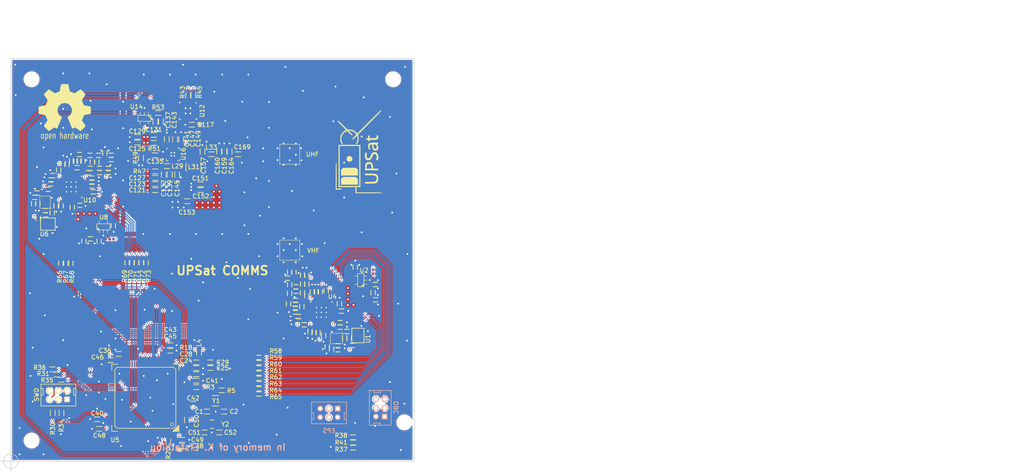
<source format=kicad_pcb>
(kicad_pcb (version 20221018) (generator pcbnew)
  (title_block (title "UPSat COMMS") (date "2016-04-09") (rev "0.3"))
  (layers (0 "F.Cu" signal) (1 "In1.Cu" signal) (2 "In2.Cu" signal) (31 "B.Cu" signal) (34 "B.Paste" user) (35 "F.Paste" user) (36 "B.SilkS" user "B.Silkscreen") (37 "F.SilkS" user "F.Silkscreen") (38 "B.Mask" user) (39 "F.Mask" user) (44 "Edge.Cuts" user))
  (net 0 "")
  (net 1 "Net-(C1-Pad2)")
  (net 2 "Net-(C2-Pad2)")
  (net 3 "Net-(C3-Pad1)")
  (net 4 "GND")
  (net 5 "+3V3")
  (net 6 "VDD")
  (net 7 "Net-(C7-Pad1)")
  (net 8 "Net-(C8-Pad1)")
  (net 9 "Net-(C9-Pad1)")
  (net 10 "Net-(C9-Pad2)")
  (net 11 "Net-(C10-Pad2)")
  (net 12 "Net-(C11-Pad2)")
  (net 13 "Net-(C12-Pad2)")
  (net 14 "Net-(C20-Pad1)")
  (net 15 "Net-(C20-Pad2)")
  (net 16 "Net-(C21-Pad2)")
  (net 17 "Net-(C24-Pad1)")
  (net 18 "Net-(C25-Pad2)")
  (net 19 "Net-(C27-Pad2)")
  (net 20 "Net-(C31-Pad1)")
  (net 21 "Net-(C31-Pad2)")
  (net 22 "Net-(C32-Pad1)")
  (net 23 "Net-(C34-Pad1)")
  (net 24 "Net-(C35-Pad2)")
  (net 25 "Net-(C36-Pad1)")
  (net 26 "Net-(C37-Pad1)")
  (net 27 "Net-(C37-Pad2)")
  (net 28 "Net-(C39-Pad1)")
  (net 29 "Net-(C40-Pad1)")
  (net 30 "Net-(C44-Pad1)")
  (net 31 "Net-(C47-Pad1)")
  (net 32 "Net-(C51-Pad2)")
  (net 33 "Net-(C52-Pad2)")
  (net 34 "Net-(C53-Pad1)")
  (net 35 "Net-(C61-Pad1)")
  (net 36 "Net-(C62-Pad1)")
  (net 37 "Net-(C65-Pad1)")
  (net 38 "Net-(C65-Pad2)")
  (net 39 "Net-(C67-Pad2)")
  (net 40 "Net-(C69-Pad2)")
  (net 41 "Net-(C71-Pad2)")
  (net 42 "Net-(C87-Pad1)")
  (net 43 "Net-(C87-Pad2)")
  (net 44 "Net-(C89-Pad2)")
  (net 45 "Net-(C96-Pad2)")
  (net 46 "Net-(C101-Pad1)")
  (net 47 "Net-(C101-Pad2)")
  (net 48 "Net-(C103-Pad1)")
  (net 49 "Net-(C107-Pad1)")
  (net 50 "Net-(C109-Pad2)")
  (net 51 "Net-(C111-Pad1)")
  (net 52 "Net-(C111-Pad2)")
  (net 53 "Net-(C113-Pad1)")
  (net 54 "Net-(C115-Pad1)")
  (net 55 "Net-(C118-Pad1)")
  (net 56 "Net-(C132-Pad1)")
  (net 57 "Net-(C135-Pad1)")
  (net 58 "Net-(C139-Pad1)")
  (net 59 "Net-(C141-Pad1)")
  (net 60 "Net-(C145-Pad1)")
  (net 61 "Net-(C157-Pad2)")
  (net 62 "Net-(C159-Pad2)")
  (net 63 "Net-(P1-Pad2)")
  (net 64 "Net-(P1-Pad3)")
  (net 65 "Net-(P1-Pad4)")
  (net 66 "Net-(P1-Pad5)")
  (net 67 "Net-(P1-Pad6)")
  (net 68 "Net-(P2-Pad3)")
  (net 69 "Net-(P2-Pad4)")
  (net 70 "Net-(P2-Pad5)")
  (net 71 "/NRST")
  (net 72 "Net-(R5-Pad1)")
  (net 73 "Net-(R17-Pad1)")
  (net 74 "Net-(R20-Pad1)")
  (net 75 "/SWDIO")
  (net 76 "/USART3_TX")
  (net 77 "Net-(R32-Pad1)")
  (net 78 "/SWCLK")
  (net 79 "/USART3_RX")
  (net 80 "/COMMS_TO_OBC_TX")
  (net 81 "/COMMS_TO_OBC_EN")
  (net 82 "/COMMS_TO_OBC_RX")
  (net 83 "/I2C1_SDA")
  (net 84 "/I2C1_SCL")
  (net 85 "Net-(R51-Pad2)")
  (net 86 "Net-(R53-Pad1)")
  (net 87 "/2RESET_N")
  (net 88 "/2GPIO3")
  (net 89 "/2GPIO2")
  (net 90 "/SPI2_MOSI")
  (net 91 "/SPI2_SCK")
  (net 92 "/SPI2_MISO")
  (net 93 "/2GPIO0")
  (net 94 "/2CS_N")
  (net 95 "/1GPIO3")
  (net 96 "/1GPIO2")
  (net 97 "/DAC_OUT2")
  (net 98 "/SPI1_MISO")
  (net 99 "/SPI1_MOSI")
  (net 100 "/1GPIO0")
  (net 101 "/1RESET_N")
  (net 102 "/1CS_N")
  (net 103 "/SPI1_SCK")
  (net 104 "Net-(R58-Pad2)")
  (net 105 "Net-(R59-Pad2)")
  (net 106 "Net-(R60-Pad2)")
  (net 107 "Net-(R61-Pad2)")
  (net 108 "Net-(R62-Pad2)")
  (net 109 "Net-(R63-Pad2)")
  (net 110 "Net-(R64-Pad2)")
  (net 111 "Net-(R65-Pad2)")
  (net 112 "Net-(R66-Pad2)")
  (net 113 "Net-(R67-Pad2)")
  (net 114 "Net-(R68-Pad2)")
  (net 115 "Net-(R69-Pad2)")
  (net 116 "Net-(R70-Pad2)")
  (net 117 "Net-(R71-Pad2)")
  (net 118 "Net-(R72-Pad2)")
  (net 119 "Net-(R73-Pad2)")
  (net 120 "Net-(C169-Pad1)")
  (net 121 "Net-(U1-Pad1)")
  (net 122 "Net-(U4-Pad16)")
  (net 123 "Net-(U5-Pad4)")
  (net 124 "Net-(U5-Pad5)")
  (net 125 "Net-(U5-Pad7)")
  (net 126 "Net-(U5-Pad1)")
  (net 127 "Net-(U5-Pad2)")
  (net 128 "Net-(U5-Pad3)")
  (net 129 "Net-(U5-Pad17)")
  (net 130 "Net-(U5-Pad18)")
  (net 131 "Net-(U5-Pad23)")
  (net 132 "Net-(U5-Pad24)")
  (net 133 "Net-(U5-Pad33)")
  (net 134 "Net-(U5-Pad34)")
  (net 135 "Net-(U5-Pad35)")
  (net 136 "Net-(U5-Pad37)")
  (net 137 "Net-(U5-Pad39)")
  (net 138 "Net-(U5-Pad55)")
  (net 139 "Net-(U5-Pad56)")
  (net 140 "Net-(U5-Pad41)")
  (net 141 "Net-(U5-Pad42)")
  (net 142 "Net-(U5-Pad43)")
  (net 143 "Net-(U5-Pad57)")
  (net 144 "Net-(U5-Pad58)")
  (net 145 "Net-(U5-Pad59)")
  (net 146 "Net-(U5-Pad15)")
  (net 147 "Net-(U5-Pad16)")
  (net 148 "Net-(U5-Pad29)")
  (net 149 "Net-(U5-Pad44)")
  (net 150 "Net-(U5-Pad45)")
  (net 151 "Net-(U5-Pad60)")
  (net 152 "Net-(U5-Pad61)")
  (net 153 "Net-(U5-Pad62)")
  (net 154 "Net-(U5-Pad63)")
  (net 155 "Net-(U5-Pad64)")
  (net 156 "Net-(U5-Pad65)")
  (net 157 "Net-(U5-Pad66)")
  (net 158 "Net-(U5-Pad68)")
  (net 159 "Net-(U5-Pad70)")
  (net 160 "Net-(U5-Pad71)")
  (net 161 "Net-(U5-Pad78)")
  (net 162 "Net-(U5-Pad79)")
  (net 163 "Net-(U5-Pad81)")
  (net 164 "Net-(U5-Pad82)")
  (net 165 "Net-(U5-Pad85)")
  (net 166 "Net-(U5-Pad86)")
  (net 167 "Net-(U5-Pad87)")
  (net 168 "Net-(U5-Pad88)")
  (net 169 "Net-(U5-Pad90)")
  (net 170 "Net-(U5-Pad91)")
  (net 171 "Net-(U5-Pad92)")
  (net 172 "Net-(U5-Pad93)")
  (net 173 "Net-(U5-Pad97)")
  (net 174 "Net-(U5-Pad98)")
  (net 175 "Net-(U6-Pad1)")
  (net 176 "Net-(U10-Pad16)")
  (net 177 "Net-(U12-Pad5)")
  (net 178 "Net-(U12-Pad6)")
  (net 179 "Net-(U12-Pad7)")
  (net 180 "Net-(U12-Pad8)")
  (net 181 "Net-(U12-Pad9)")
  (net 182 "Net-(U12-Pad10)")
  (net 183 "Net-(U12-Pad13)")
  (net 184 "Net-(U12-Pad14)")
  (net 185 "Net-(U12-Pad15)")
  (net 186 "Net-(U12-Pad16)")
  (net 187 "Net-(U16-Pad7)")
  (net 188 "Net-(U16-Pad13)")
  (footprint "STM32F407VGT6:TQFP-100" (layer "F.Cu") (at 133.35088 132.52588 90)
    (fp_text reference "U5")
    (fp_text value "STM32F407VG" hide)
  )
  (footprint "libs:0603murata2" (layer "F.Cu") (at 148.112339 135.7 180)
    (fp_text reference "C1")
    (fp_text value "20pF" hide)
  )
  (footprint "libs:0603murata2" (layer "F.Cu") (at 150.8 135.7)
    (fp_text reference "C2")
    (fp_text value "20pF" hide)
  )
  (footprint "libs:0402_cc" (layer "F.Cu") (at 180.13469 119.26034 90)
    (fp_text reference "C3" hide)
    (fp_text value "100nF" hide)
  )
  (footprint "libs:0402_cc" (layer "F.Cu") (at 185.639692 106.505988)
    (fp_text reference "C4" hide)
    (fp_text value "100nF" hide)
  )
  (footprint "libs:0402_cc" (layer "F.Cu") (at 177.559692 115.255988)
    (fp_text reference "C5" hide)
    (fp_text value "47nF" hide)
  )
  (footprint "libs:0402_cc" (layer "F.Cu") (at 177.874769 112.610741)
    (fp_text reference "C6" hide)
    (fp_text value "47nF" hide)
  )
  (footprint "libs:0402_cc" (layer "F.Cu") (at 177.909692 111.425988 90)
    (fp_text reference "C7" hide)
    (fp_text value "220nF" hide)
  )
  (footprint "libs:0402_cc" (layer "F.Cu") (at 181.53469 103.06034 90)
    (fp_text reference "C8" hide)
    (fp_text value "10nF" hide)
  )
  (footprint "libs:0402_cc" (layer "F.Cu") (at 179.11469 117.280988)
    (fp_text reference "C9" hide)
    (fp_text value "22pF" hide)
  )
  (footprint "libs:0402_cc" (layer "F.Cu") (at 179.109692 119.375988 90)
    (fp_text reference "C10" hide)
    (fp_text value "15pF" hide)
  )
  (footprint "libs:0402_cc" (layer "F.Cu") (at 178.049692 120.575988 180)
    (fp_text reference "C11" hide)
    (fp_text value "15pF" hide)
  )
  (footprint "libs:0402_cc" (layer "F.Cu") (at 175.109692 121.335988 90)
    (fp_text reference "C12" hide)
    (fp_text value "47nF" hide)
  )
  (footprint "libs:0402_cc" (layer "F.Cu") (at 185.684692 110.005988)
    (fp_text reference "C13" hide)
    (fp_text value "47nF" hide)
  )
  (footprint "libs:0402_cc" (layer "F.Cu") (at 178.049692 121.485988 180)
    (fp_text reference "C14" hide)
    (fp_text value "TBD" hide)
  )
  (footprint "libs:0402_cc" (layer "F.Cu") (at 174.859692 108.425988 90)
    (fp_text reference "C15" hide)
    (fp_text value "47nF" hide)
  )
  (footprint "libs:0402_cc" (layer "F.Cu") (at 174.259692 118.705988 90)
    (fp_text reference "C16" hide)
    (fp_text value "47nF" hide)
  )
  (footprint "libs:0402_cc" (layer "F.Cu") (at 173.484692 108.680988 90)
    (fp_text reference "C18" hide)
    (fp_text value "47nF" hide)
  )
  (footprint "libs:0402_cc" (layer "F.Cu") (at 172.999692 118.075988 90)
    (fp_text reference "C19" hide)
    (fp_text value "47nF" hide)
  )
  (footprint "libs:0402_cc" (layer "F.Cu") (at 169.309692 115.755988)
    (fp_text reference "C20" hide)
    (fp_text value "1.8nF" hide)
  )
  (footprint "libs:0402_cc" (layer "F.Cu") (at 172.089692 118.075988 90)
    (fp_text reference "C21" hide)
    (fp_text value "47nF" hide)
  )
  (footprint "libs:0402_cc" (layer "F.Cu") (at 171.709692 108.680988 90)
    (fp_text reference "C22" hide)
    (fp_text value "47nF" hide)
  )
  (footprint "libs:0402_cc" (layer "F.Cu") (at 171.184692 117.775988 90)
    (fp_text reference "C23" hide)
    (fp_text value "47nF" hide)
  )
  (footprint "libs:0603murata2" (layer "F.Cu") (at 144.4 127.1)
    (fp_text reference "C24")
    (fp_text value "100nF" hide)
  )
  (footprint "libs:0603murata2" (layer "F.Cu") (at 148.92 125.69 180)
    (fp_text reference "C25")
    (fp_text value "100nF" hide)
  )
  (footprint "libs:0402_cc" (layer "F.Cu") (at 167.819692 114.795988)
    (fp_text reference "C26" hide)
    (fp_text value "47nF" hide)
  )
  (footprint "libs:0402_cc" (layer "F.Cu") (at 168.039692 113.855988)
    (fp_text reference "C27" hide)
    (fp_text value "10nF" hide)
  )
  (footprint "libs:0603murata2" (layer "F.Cu") (at 144.4 125.71)
    (fp_text reference "C28")
    (fp_text value "1uF" hide)
  )
  (footprint "libs:0603murata2" (layer "F.Cu") (at 148.92 124.39 180)
    (fp_text reference "C29")
    (fp_text value "1uF" hide)
  )
  (footprint "libs:0402_cc" (layer "F.Cu") (at 169.459692 104.875988 90)
    (fp_text reference "C30" hide)
    (fp_text value "10nF" hide)
  )
  (footprint "libs:0402_cc" (layer "F.Cu") (at 169.43469 107.92034 -90)
    (fp_text reference "C31" hide)
    (fp_text value "150 pF" hide)
  )
  (footprint "libs:0402_cc" (layer "F.Cu") (at 169.459692 106.930988 90)
    (fp_text reference "C32" hide)
    (fp_text value "100 pF" hide)
  )
  (footprint "libs:0402_cc" (layer "F.Cu") (at 170.384692 104.905988 90)
    (fp_text reference "C33" hide)
    (fp_text value "100pF" hide)
  )
  (footprint "libs:0402_cc" (layer "F.Cu") (at 167.41469 107.04034)
    (fp_text reference "C34" hide)
    (fp_text value "15 pF" hide)
  )
  (footprint "libs:0402_cc" (layer "F.Cu") (at 167.284692 112.805988)
    (fp_text reference "C35" hide)
    (fp_text value "15 pF" hide)
  )
  (footprint "libs:0603murata2" (layer "F.Cu") (at 127.82 122.45 180)
    (fp_text reference "C36")
    (fp_text value "2.2uF" hide)
  )
  (footprint "libs:0402_cc" (layer "F.Cu") (at 167.284692 111.055988)
    (fp_text reference "C37" hide)
    (fp_text value "15 pF" hide)
  )
  (footprint "libs:0603murata2" (layer "F.Cu") (at 141.14 143.59)
    (fp_text reference "C38")
    (fp_text value "100nF" hide)
  )
  (footprint "libs:0402_cc" (layer "F.Cu") (at 166.459692 109.055988 90)
    (fp_text reference "C39" hide)
    (fp_text value "15 pF" hide)
  )
  (footprint "libs:0603murata2" (layer "F.Cu") (at 122.91238 137.465664 180)
    (fp_text reference "C40")
    (fp_text value "2.2uF" hide)
  )
  (footprint "libs:0603murata2" (layer "F.Cu") (at 144.4 128.6)
    (fp_text reference "C41")
    (fp_text value "100nF" hide)
  )
  (footprint "libs:0603murata2" (layer "F.Cu") (at 143.7 133.9)
    (fp_text reference "C42")
    (fp_text value "100nF" hide)
  )
  (footprint "libs:0603murata2" (layer "F.Cu") (at 138.45 120.47)
    (fp_text reference "C43")
    (fp_text value "100nF" hide)
  )
  (footprint "libs:0402_cc" (layer "F.Cu") (at 166.484692 105.055988 180)
    (fp_text reference "C44" hide)
    (fp_text value "18 pF" hide)
  )
  (footprint "libs:0603murata2" (layer "F.Cu") (at 138.45 121.72)
    (fp_text reference "C45")
    (fp_text value "100nF" hide)
  )
  (footprint "libs:0603murata2" (layer "F.Cu") (at 126 123.9 180)
    (fp_text reference "C46")
    (fp_text value "100nF" hide)
  )
  (footprint "libs:0402_cc" (layer "F.Cu") (at 167.459692 103.180988 -90)
    (fp_text reference "C47" hide)
    (fp_text value "1.8 pF" hide)
  )
  (footprint "libs:0603murata2" (layer "F.Cu") (at 123.4 139.65 180)
    (fp_text reference "C48")
    (fp_text value "100nF" hide)
  )
  (footprint "libs:0603murata2" (layer "F.Cu") (at 141.14 142.19)
    (fp_text reference "C49")
    (fp_text value "100nF" hide)
  )
  (footprint "libs:0603murata2" (layer "F.Cu") (at 142.9 137 -90)
    (fp_text reference "C50")
    (fp_text value "1uF" hide)
  )
  (footprint "libs:0603murata2" (layer "F.Cu") (at 147.6 140.5 180)
    (fp_text reference "C51")
    (fp_text value "6.8pF" hide)
  )
  (footprint "libs:0603murata2" (layer "F.Cu") (at 149.7 140.5)
    (fp_text reference "C52")
    (fp_text value "6.8pF" hide)
  )
  (footprint "libs:0402_cc" (layer "F.Cu") (at 109.97238 90.481328)
    (fp_text reference "C53" hide)
    (fp_text value "100nF" hide)
  )
  (footprint "libs:0402_cc" (layer "F.Cu") (at 122.74738 96.045664 -90)
    (fp_text reference "C55" hide)
    (fp_text value "100nF" hide)
  )
  (footprint "libs:0402_cc" (layer "F.Cu") (at 114.02238 87.915664 -90)
    (fp_text reference "C57" hide)
    (fp_text value "47nF" hide)
  )
  (footprint "libs:0402_cc" (layer "F.Cu") (at 116.58476 88.281328 -90)
    (fp_text reference "C58" hide)
    (fp_text value "47nF" hide)
  )
  (footprint "libs:0402_cc" (layer "F.Cu") (at 117.85238 88.315664)
    (fp_text reference "C61" hide)
    (fp_text value "220nF" hide)
  )
  (footprint "libs:0402_cc" (layer "F.Cu") (at 126 92.48 -90)
    (fp_text reference "C62" hide)
    (fp_text value "10nF" hide)
  )
  (footprint "libs:0402_cc" (layer "F.Cu") (at 111.97238 89.515664 -90)
    (fp_text reference "C65" hide)
    (fp_text value "22pF" hide)
  )
  (footprint "libs:0402_cc" (layer "F.Cu") (at 109.87238 89.515664)
    (fp_text reference "C67" hide)
    (fp_text value "15pF" hide)
  )
  (footprint "libs:0402_cc" (layer "F.Cu") (at 108.67238 88.435664 90)
    (fp_text reference "C69" hide)
    (fp_text value "15pF" hide)
  )
  (footprint "libs:0402_cc" (layer "F.Cu") (at 107.98476 85.481328)
    (fp_text reference "C71" hide)
    (fp_text value "47nF" hide)
  )
  (footprint "libs:0402_cc" (layer "F.Cu") (at 119.24738 96.040664 -90)
    (fp_text reference "C73" hide)
    (fp_text value "47nF" hide)
  )
  (footprint "libs:0402_cc" (layer "F.Cu") (at 107.72238 88.435664 90)
    (fp_text reference "C75" hide)
    (fp_text value "TBD" hide)
  )
  (footprint "libs:0402_cc" (layer "F.Cu") (at 120.87238 85.215664)
    (fp_text reference "C77" hide)
    (fp_text value "47nF" hide)
  )
  (footprint "libs:0402_cc" (layer "F.Cu") (at 110.55238 84.615664)
    (fp_text reference "C79" hide)
    (fp_text value "47nF" hide)
  )
  (footprint "libs:CC1120DecCAP" (layer "F.Cu") (at 120.97238 93.715664)
    (fp_text reference "C81" hide)
    (fp_text value "2.2uF" hide)
  )
  (footprint "libs:0402_cc" (layer "F.Cu") (at 120.58476 83.881328)
    (fp_text reference "C83" hide)
    (fp_text value "47nF" hide)
  )
  (footprint "libs:0402_cc" (layer "F.Cu") (at 111.17238 83.365664)
    (fp_text reference "C85" hide)
    (fp_text value "47nF" hide)
  )
  (footprint "libs:0402_cc" (layer "F.Cu") (at 113.47238 79.681328 -90)
    (fp_text reference "C87" hide)
    (fp_text value "1.8nF" hide)
  )
  (footprint "libs:0402_cc" (layer "F.Cu") (at 111.20238 82.465664)
    (fp_text reference "C89" hide)
    (fp_text value "47nF" hide)
  )
  (footprint "libs:0402_cc" (layer "F.Cu") (at 120.57238 82.065664)
    (fp_text reference "C91" hide)
    (fp_text value "47nF" hide)
  )
  (footprint "libs:0402_cc" (layer "F.Cu") (at 111.58476 81.481328)
    (fp_text reference "C93" hide)
    (fp_text value "47nF" hide)
  )
  (footprint "libs:0402_cc" (layer "F.Cu") (at 114.47238 78.195664 -90)
    (fp_text reference "C95" hide)
    (fp_text value "47nF" hide)
  )
  (footprint "libs:0402_cc" (layer "F.Cu") (at 115.37238 78.415664 -90)
    (fp_text reference "C96" hide)
    (fp_text value "10nF" hide)
  )
  (footprint "libs:0402_cc" (layer "F.Cu") (at 124.34238 79.855664)
    (fp_text reference "C99" hide)
    (fp_text value "10nF" hide)
  )
  (footprint "libs:0402_cc" (layer "F.Cu") (at 121.21238 79.815664 180)
    (fp_text reference "C101" hide)
    (fp_text value "39pF" hide)
  )
  (footprint "libs:0402_cc" (layer "F.Cu") (at 122.34238 79.815664)
    (fp_text reference "C103" hide)
    (fp_text value "56pF" hide)
  )
  (footprint "libs:0402_cc" (layer "F.Cu") (at 124.34238 80.745664)
    (fp_text reference "C105" hide)
    (fp_text value "100pF" hide)
  )
  (footprint "libs:0402_cc" (layer "F.Cu") (at 122.23238 77.855664 -90)
    (fp_text reference "C107" hide)
    (fp_text value "2.2pF" hide)
  )
  (footprint "libs:0402_cc" (layer "F.Cu") (at 116.45238 77.635664 -90)
    (fp_text reference "C109" hide)
    (fp_text value "5.1pF" hide)
  )
  (footprint "libs:0402_cc" (layer "F.Cu") (at 118.17238 77.635664 -90)
    (fp_text reference "C111" hide)
    (fp_text value "5.1pF" hide)
  )
  (footprint "libs:0402_cc" (layer "F.Cu") (at 120.14238 76.835664)
    (fp_text reference "C113" hide)
    (fp_text value "5.1pF" hide)
  )
  (footprint "libs:0402_cc" (layer "F.Cu") (at 124.06238 76.825664 90)
    (fp_text reference "C115" hide)
    (fp_text value "6.2pF" hide)
  )
  (footprint "libs:0603murata2" (layer "F.Cu") (at 144.68476 69.781328 180)
    (fp_text reference "C117")
    (fp_text value "0.1uF" hide)
  )
  (footprint "libs:0402_cc" (layer "F.Cu") (at 126.01238 77.765664 180)
    (fp_text reference "C118" hide)
    (fp_text value "do not mount" hide)
  )
  (footprint "libs:0603murata2" (layer "F.Cu") (at 134.998044 84.815664)
    (fp_text reference "C121")
    (fp_text value "3.3uF" hide)
  )
  (footprint "libs:0603murata2" (layer "F.Cu") (at 134.998044 83.415664)
    (fp_text reference "C123")
    (fp_text value "10000pF" hide)
  )
  (footprint "libs:0603murata2" (layer "F.Cu") (at 132.18238 73.875664 180)
    (fp_text reference "C125")
    (fp_text value "10000pF" hide)
  )
  (footprint "libs:0603murata2" (layer "F.Cu") (at 134.998044 82.015664)
    (fp_text reference "C127")
    (fp_text value "1nF" hide)
  )
  (footprint "libs:0603murata2" (layer "F.Cu") (at 132.18476 72.581328 180)
    (fp_text reference "C129")
    (fp_text value "1nF" hide)
  )
  (footprint "libs:0603murata2" (layer "F.Cu") (at 134.67238 72.115664)
    (fp_text reference "C131")
    (fp_text value "330pF" hide)
  )
  (footprint "libs:0603murata2" (layer "F.Cu") (at 137.58476 80.611328 -90)
    (fp_text reference "C132")
    (fp_text value "330pF" hide)
  )
  (footprint "libs:0603murata2" (layer "F.Cu") (at 136.17238 76.825664 180)
    (fp_text reference "C135")
    (fp_text value "56pF" hide)
  )
  (footprint "libs:0603murata2" (layer "F.Cu") (at 135.68476 69.715664 90)
    (fp_text reference "C137")
    (fp_text value "100nF" hide)
  )
  (footprint "libs:0603murata2" (layer "F.Cu") (at 138.97238 80.615664 -90)
    (fp_text reference "C139")
    (fp_text value "18pF" hide)
  )
  (footprint "libs:0603murata2" (layer "F.Cu") (at 138.27238 73.781328 90)
    (fp_text reference "C141")
    (fp_text value "10000pF" hide)
  )
  (footprint "libs:0603murata2" (layer "F.Cu") (at 136.95 68.44 -90)
    (fp_text reference "C143")
    (fp_text value "1nF" hide)
  )
  (footprint "libs:0603murata2" (layer "F.Cu") (at 140.65238 80.635664 -90)
    (fp_text reference "C145")
    (fp_text value "18pF" hide)
  )
  (footprint "libs:0603murata2" (layer "F.Cu") (at 140.17238 73.781328 90)
    (fp_text reference "C147")
    (fp_text value "10000pF" hide)
  )
  (footprint "libs:0603murata2" (layer "F.Cu") (at 141.58476 73.781328 90)
    (fp_text reference "C149")
    (fp_text value "47pF" hide)
  )
  (footprint "libs:0603murata2" (layer "F.Cu") (at 145.38476 83.481328)
    (fp_text reference "C151")
    (fp_text value "47pF" hide)
  )
  (footprint "libs:0603murata2" (layer "F.Cu") (at 145.38476 84.781328)
    (fp_text reference "C152")
    (fp_text value "1nF" hide)
  )
  (footprint "libs:0603murata2" (layer "F.Cu") (at 142.33238 87.365664)
    (fp_text reference "C153")
    (fp_text value "3.3uF" hide)
  )
  (footprint "libs:0603murata2" (layer "F.Cu") (at 146.48476 75.31 -90)
    (fp_text reference "C157")
    (fp_text value "TBD" hide)
  )
  (footprint "libs:0603murata2" (layer "F.Cu") (at 151.5 75.311328 -90)
    (fp_text reference "C159")
    (fp_text value "6.8 pF" hide)
  )
  (footprint "libs:0603murata2" (layer "F.Cu") (at 150.3 76.581328 90)
    (fp_text reference "C160")
    (fp_text value "22 pF" hide)
  )
  (footprint "libs:0603murata2" (layer "F.Cu") (at 152.7 76.58 90)
    (fp_text reference "C164")
    (fp_text value "4 pF" hide)
  )
  (footprint "libs:0603murata2" (layer "F.Cu") (at 155.28 76.581328 180)
    (fp_text reference "C169")
    (fp_text value "56pF" hide)
  )
  (footprint "comms_upsat:mmcx_conn" (layer "F.Cu") (at 166.494769 98.620741)
    (fp_text reference "VHF")
    (fp_text value "SMA" hide)
  )
  (footprint "comms_upsat:mmcx_conn" (layer "F.Cu") (at 166.5 76.58)
    (fp_text reference "UHF")
    (fp_text value "SMA" hide)
  )
  (footprint "libs:0402_cc" (layer "F.Cu") (at 185.634692 108.905988 90)
    (fp_text reference "L1" hide)
    (fp_text value "BLM15HG102SN1D" hide)
  )
  (footprint "libs:0402_cc" (layer "F.Cu") (at 170.43469 109.56034 90)
    (fp_text reference "L2" hide)
    (fp_text value "150 nH" hide)
  )
  (footprint "libs:0402_cc" (layer "F.Cu") (at 169.279692 112.065988 90)
    (fp_text reference "L3" hide)
    (fp_text value "180 nH" hide)
  )
  (footprint "libs:0603murata2" (layer "F.Cu") (at 145.68 122.71 90)
    (fp_text reference "L4")
    (fp_text value "fcm1608-0603" hide)
  )
  (footprint "libs:0402_cc" (layer "F.Cu") (at 167.41469 108.04034)
    (fp_text reference "L5" hide)
    (fp_text value "19 nH" hide)
  )
  (footprint "libs:0402_cc" (layer "F.Cu") (at 167.289692 111.955988)
    (fp_text reference "L6" hide)
    (fp_text value "91 nH" hide)
  )
  (footprint "libs:0402_cc" (layer "F.Cu") (at 167.284692 110.155988)
    (fp_text reference "L7" hide)
    (fp_text value "91 nH" hide)
  )
  (footprint "libs:0402_cc" (layer "F.Cu") (at 166.484692 106.055988 -90)
    (fp_text reference "L8" hide)
    (fp_text value "120 nH" hide)
  )
  (footprint "libs:0402_cc" (layer "F.Cu") (at 166.23469 111.46034 90)
    (fp_text reference "L9" hide)
    (fp_text value "43 nH" hide)
  )
  (footprint "libs:0402_cc" (layer "F.Cu") (at 166.484692 103.180988 -90)
    (fp_text reference "L10" hide)
    (fp_text value "75 nH" hide)
  )
  (footprint "libs:0402_cc" (layer "F.Cu") (at 120.22238 96.015664)
    (fp_text reference "L11" hide)
    (fp_text value "BLM15HG102SN1D" hide)
  )
  (footprint "libs:0402_cc" (layer "F.Cu") (at 119.78238 80.825664)
    (fp_text reference "L13" hide)
    (fp_text value "56nH" hide)
  )
  (footprint "libs:0402_cc" (layer "F.Cu") (at 117.17238 79.655664)
    (fp_text reference "L15" hide)
    (fp_text value "56nH" hide)
  )
  (footprint "libs:0402_cc" (layer "F.Cu") (at 121.18476 77.861328 -90)
    (fp_text reference "L17" hide)
    (fp_text value "15nH" hide)
  )
  (footprint "libs:0402_cc" (layer "F.Cu") (at 117.30238 77.635664 -90)
    (fp_text reference "L19" hide)
    (fp_text value "27nH" hide)
  )
  (footprint "libs:0402_cc" (layer "F.Cu") (at 119.03238 77.645664 -90)
    (fp_text reference "L21" hide)
    (fp_text value "27nH" hide)
  )
  (footprint "libs:0402_cc" (layer "F.Cu") (at 123.14238 76.835664 180)
    (fp_text reference "L23" hide)
    (fp_text value "43nH" hide)
  )
  (footprint "libs:0402_cc" (layer "F.Cu") (at 117.75238 76.635664)
    (fp_text reference "L25" hide)
    (fp_text value "15nH" hide)
  )
  (footprint "libs:0402_cc" (layer "F.Cu") (at 125.99238 76.815664 180)
    (fp_text reference "L27" hide)
    (fp_text value "22nH" hide)
  )
  (footprint "libs:0603murata2" (layer "F.Cu") (at 138.95238 79.305664 180)
    (fp_text reference "L29")
    (fp_text value "6.8nH" hide)
  )
  (footprint "libs:Taiyo_Yuden_bead" (layer "F.Cu") (at 144.4 78.4 -90)
    (fp_text reference "L31")
    (fp_text value "Taiyo Yuden " hide)
  )
  (footprint "libs:0603murata2" (layer "F.Cu") (at 149.18476 76.581328 180)
    (fp_text reference "L33")
    (fp_text value "4.3 nH" hide)
  )
  (footprint "hrs-df11:hrs-df11-6dp-2dsa" (layer "F.Cu") (at 113.4 131.9)
    (fp_text reference "SWD")
    (fp_text value "SWD")
  )
  (footprint "libs:0603murata2" (layer "F.Cu") (at 144.4 130.1)
    (fp_text reference "R3")
    (fp_text value "10K" hide)
  )
  (footprint "libs:0603murata2" (layer "F.Cu") (at 150.23 130.803015)
    (fp_text reference "R5")
    (fp_text value "220" hide)
  )
  (footprint "libs:0402_cc" (layer "F.Cu") (at 180.389692 120.505988)
    (fp_text reference "R8" hide)
    (fp_text value "0" hide)
  )
  (footprint "libs:0402_cc" (layer "F.Cu") (at 176.089692 121.815988 90)
    (fp_text reference "R9" hide)
    (fp_text value "0" hide)
  )
  (footprint "libs:0402_cc" (layer "F.Cu") (at 178.579692 116.305988 180)
    (fp_text reference "R10" hide)
    (fp_text value "0" hide)
  )
  (footprint "libs:0402_cc" (layer "F.Cu") (at 172.609692 108.680988 90)
    (fp_text reference "R17" hide)
    (fp_text value "56K" hide)
  )
  (footprint "libs:0603murata2" (layer "F.Cu") (at 144.4 124.4)
    (fp_text reference "R18")
    (fp_text value "47" hide)
  )
  (footprint "libs:0402_cc" (layer "F.Cu") (at 170.409692 106.930988 90)
    (fp_text reference "R19" hide)
    (fp_text value "22 Ohm" hide)
  )
  (footprint "libs:0603murata2" (layer "F.Cu") (at 138.62 142.01 -90)
    (fp_text reference "R20")
    (fp_text value "0" hide)
  )
  (footprint "libs:0402_cc" (layer "F.Cu") (at 108.77238 90.795664 -90)
    (fp_text reference "R24" hide)
    (fp_text value "0" hide)
  )
  (footprint "libs:0402_cc" (layer "F.Cu") (at 107.45238 86.465664)
    (fp_text reference "R26" hide)
    (fp_text value "0" hide)
  )
  (footprint "libs:0402_cc" (layer "F.Cu") (at 112.87238 88.935664 90)
    (fp_text reference "R27" hide)
    (fp_text value "0" hide)
  )
  (footprint "libs:0603murata2" (layer "F.Cu") (at 112.1 135.4 -90)
    (fp_text reference "R30")
    (fp_text value "470" hide)
  )
  (footprint "libs:0603murata2" (layer "F.Cu") (at 112.4 127.2)
    (fp_text reference "R31")
    (fp_text value "470" hide)
  )
  (footprint "libs:0402_cc" (layer "F.Cu") (at 120.58476 82.981328)
    (fp_text reference "R32" hide)
    (fp_text value "56K" hide)
  )
  (footprint "libs:0603murata2" (layer "F.Cu") (at 114.1 136.67 90)
    (fp_text reference "R34")
    (fp_text value "470" hide)
  )
  (footprint "libs:0603murata2" (layer "F.Cu") (at 114.67 128.4 180)
    (fp_text reference "R35")
    (fp_text value "470" hide)
  )
  (footprint "libs:0603murata2" (layer "F.Cu") (at 112.67 126 180)
    (fp_text reference "R36")
    (fp_text value "470" hide)
  )
  (footprint "libs:0603murata2" (layer "F.Cu") (at 181.67 144 180)
    (fp_text reference "R37")
    (fp_text value "470" hide)
  )
  (footprint "libs:0603murata2" (layer "F.Cu") (at 181.67 141.6 180)
    (fp_text reference "R38")
    (fp_text value "470" hide)
  )
  (footprint "libs:0402_cc" (layer "F.Cu") (at 122.32238 80.775664)
    (fp_text reference "R39" hide)
    (fp_text value "18" hide)
  )
  (footprint "libs:0603murata2" (layer "F.Cu") (at 180.4 142.8)
    (fp_text reference "R41")
    (fp_text value "470" hide)
  )
  (footprint "libs:0603murata2" (layer "F.Cu") (at 143.18476 62.381328 -90)
    (fp_text reference "R43")
    (fp_text value "10K" hide)
  )
  (footprint "libs:0603murata2" (layer "F.Cu") (at 144.38476 62.381328 -90)
    (fp_text reference "R45")
    (fp_text value "10K" hide)
  )
  (footprint "libs:0603murata2" (layer "F.Cu") (at 135.00238 80.515664)
    (fp_text reference "R47")
    (fp_text value "0" hide)
  )
  (footprint "libs:0603murata2" (layer "F.Cu") (at 132.35238 76.825664 -90)
    (fp_text reference "R49")
    (fp_text value "180" hide)
  )
  (footprint "libs:0603murata2" (layer "F.Cu") (at 134.68476 73.981328)
    (fp_text reference "R51")
    (fp_text value "18" hide)
  )
  (footprint "libs:0603murata2" (layer "F.Cu") (at 135.68238 67.095664)
    (fp_text reference "R53")
    (fp_text value "180 Ohm" hide)
  )
  (footprint "libs:TXCOTG5021CG" (layer "F.Cu") (at 181.45 119.25 90)
    (fp_text reference "U1")
    (fp_text value "TXCO_TG_5021CG" hide)
  )
  (footprint "libs:crystal_fa128" (layer "F.Cu") (at 177.219692 118.905988 180)
    (fp_text reference "U3" hide)
    (fp_text value "FA_128_" hide)
  )
  (footprint "cc1120:cc1120" (layer "F.Cu") (at 173.759692 112.905988 180)
    (fp_text reference "U4")
    (fp_text value "CC1120")
  )
  (footprint "libs:TXCOTG5021CG" (layer "F.Cu") (at 109.97238 91.915664)
    (fp_text reference "U6")
    (fp_text value "TXCO_TG_5021CG" hide)
  )
  (footprint "cc1120:cc1120" (layer "F.Cu") (at 116.33476 84.081328 90)
    (fp_text reference "U10")
    (fp_text value "CC1120")
  )
  (footprint "ADT7420:ADT7420" (layer "F.Cu") (at 143.175 66.6 -90)
    (fp_text reference "U12")
    (fp_text value "ADT7420")
  )
  (footprint "RF5110G:RF5110G" (layer "F.Cu") (at 139.67238 76.581328)
    (fp_text reference "U16")
    (fp_text value "RF5110G")
  )
  (footprint "libs:crystal_fa128" (layer "F.Cu") (at 110.34388 87.591764 90)
    (fp_text reference "U18" hide)
    (fp_text value "FA_128_" hide)
  )
  (footprint "libs:ABM3crystal" (layer "F.Cu") (at 147.412339 133.203015)
    (fp_text reference "Y1")
    (fp_text value "Crystal " hide)
  )
  (footprint "libs:ABS07crystal" (layer "F.Cu") (at 147.38984 138.6)
    (fp_text reference "Y2")
    (fp_text value "Crystal " hide)
  )
  (footprint "libs:0402_cc" (layer "F.Cu") (at 158.919259 123.254769)
    (fp_text reference "R58")
    (fp_text value "0" hide)
  )
  (footprint "libs:0402_cc" (layer "F.Cu") (at 158.919259 124.454769)
    (fp_text reference "R59")
    (fp_text value "0" hide)
  )
  (footprint "libs:0402_cc" (layer "F.Cu") (at 158.919259 125.654769)
    (fp_text reference "R60")
    (fp_text value "0" hide)
  )
  (footprint "libs:0402_cc" (layer "F.Cu") (at 158.919259 126.854769)
    (fp_text reference "R61")
    (fp_text value "0" hide)
  )
  (footprint "libs:0402_cc" (layer "F.Cu") (at 158.919259 128.054769)
    (fp_text reference "R62")
    (fp_text value "0" hide)
  )
  (footprint "libs:0402_cc" (layer "F.Cu") (at 158.919259 129.254769)
    (fp_text reference "R63")
    (fp_text value "0" hide)
  )
  (footprint "libs:0402_cc" (layer "F.Cu") (at 158.919259 130.454769)
    (fp_text reference "R64")
    (fp_text value "0" hide)
  )
  (footprint "libs:0402_cc" (layer "F.Cu") (at 158.919259 131.654769)
    (fp_text reference "R65")
    (fp_text value "0" hide)
  )
  (footprint "libs:0402_cc" (layer "F.Cu") (at 113.97238 102.125664 90)
    (fp_text reference "R66")
    (fp_text value "0" hide)
  )
  (footprint "libs:0402_cc" (layer "F.Cu") (at 115.11738 102.125664 90)
    (fp_text reference "R67")
    (fp_text value "0" hide)
  )
  (footprint "libs:0402_cc" (layer "F.Cu") (at 116.26238 102.125664 90)
    (fp_text reference "R68")
    (fp_text value "0" hide)
  )
  (footprint "libs:0402_cc" (layer "F.Cu") (at 129.16238 102 90)
    (fp_text reference "R69")
    (fp_text value "0" hide)
  )
  (footprint "libs:0402_cc" (layer "F.Cu") (at 130.25238 102 90)
    (fp_text reference "R70")
    (fp_text value "0" hide)
  )
  (footprint "libs:0402_cc" (layer "F.Cu") (at 131.34238 102 90)
    (fp_text reference "R71")
    (fp_text value "0" hide)
  )
  (footprint "libs:0402_cc" (layer "F.Cu") (at 132.43238 102 90)
    (fp_text reference "R72")
    (fp_text value "0" hide)
  )
  (footprint "libs:0402_cc" (layer "F.Cu") (at 133.52238 102 90)
    (fp_text reference "R73")
    (fp_text value "0" hide)
  )
  (footprint "Mounting_Holes:MountingHole_3mm" (layer "F.Cu") (at 107.25 59.35)
    (fp_text reference "REF**" hide)
    (fp_text value "MountingHole_3mm")
  )
  (footprint "Mounting_Holes:MountingHole_3mm" (layer "F.Cu") (at 107.25 142.35)
    (fp_text reference "REF**" hide)
    (fp_text value "MountingHole_3mm")
  )
  (footprint "Mounting_Holes:MountingHole_3mm" (layer "F.Cu") (at 192.8 138.18)
    (fp_text reference "REF**" hide)
    (fp_text value "MountingHole_3mm")
  )
  (footprint "Mounting_Holes:MountingHole_3mm" (layer "F.Cu") (at 190.25 59.35)
    (fp_text reference "REF**" hide)
    (fp_text value "MountingHole_3mm")
  )
  (footprint "via:VIA-0.6mm" (layer "F.Cu") (at 119.8 131.9)
    (fp_text reference "REF**" hide)
    (fp_text value "VIA-0.6mm" hide)
  )
  (footprint "via:VIA-0.6mm" (layer "F.Cu") (at 122.3 135)
    (fp_text reference "REF**" hide)
    (fp_text value "VIA-0.6mm" hide)
  )
  (footprint "via:VIA-0.6mm" (layer "F.Cu") (at 131.7 121.3)
    (fp_text reference "REF**" hide)
    (fp_text value "VIA-0.6mm" hide)
  )
  (footprint "via:VIA-0.6mm" (layer "F.Cu") (at 123.2 117.3)
    (fp_text reference "REF**" hide)
    (fp_text value "VIA-0.6mm" hide)
  )
  (footprint "via:VIA-0.6mm" (layer "F.Cu") (at 115.9 137.2)
    (fp_text reference "REF**" hide)
    (fp_text value "VIA-0.6mm" hide)
  )
  (footprint "BMI-S-x06:BMI-S-x06" (layer "F.Cu") (at 145 76.585)
    (fp_text reference "RFSHIELD1" hide)
    (fp_text value "TEST_1P")
  )
  (footprint "via:VIA-0.6mm" (layer "F.Cu") (at 142.6 66)
    (fp_text reference "REF**" hide)
    (fp_text value "VIA-0.6mm" hide)
  )
  (footprint "via:VIA-0.6mm" (layer "F.Cu") (at 143.7 66)
    (fp_text reference "REF**" hide)
    (fp_text value "VIA-0.6mm" hide)
  )
  (footprint "via:VIA-0.6mm" (layer "F.Cu") (at 143.7 67.2)
    (fp_text reference "REF**" hide)
    (fp_text value "VIA-0.6mm" hide)
  )
  (footprint "via:VIA-0.6mm" (layer "F.Cu") (at 142.6 67.2)
    (fp_text reference "REF**" hide)
    (fp_text value "VIA-0.6mm" hide)
  )
  (footprint "via:VIA-0.6mm" (layer "F.Cu") (at 122.7 131.3)
    (fp_text reference "REF**" hide)
    (fp_text value "VIA-0.6mm" hide)
  )
  (footprint "via:VIA-0.6mm" (layer "F.Cu") (at 124.2 132.8)
    (fp_text reference "REF**" hide)
    (fp_text value "VIA-0.6mm" hide)
  )
  (footprint "via:VIA-0.6mm" (layer "F.Cu") (at 122.7 128.8)
    (fp_text reference "REF**" hide)
    (fp_text value "VIA-0.6mm" hide)
  )
  (footprint "via:VIA-0.6mm" (layer "F.Cu") (at 149.2 62.2)
    (fp_text reference "REF**" hide)
    (fp_text value "VIA-0.6mm" hide)
  )
  (footprint "via:VIA-0.6mm" (layer "F.Cu") (at 151.7 68.9)
    (fp_text reference "REF**" hide)
    (fp_text value "VIA-0.6mm" hide)
  )
  (footprint "via:VIA-0.6mm" (layer "F.Cu") (at 155.6 64.5)
    (fp_text reference "REF**" hide)
    (fp_text value "VIA-0.6mm" hide)
  )
  (footprint "via:VIA-0.6mm" (layer "F.Cu") (at 156.8 72.7)
    (fp_text reference "REF**" hide)
    (fp_text value "VIA-0.6mm" hide)
  )
  (footprint "via:VIA-0.6mm" (layer "F.Cu") (at 147.4 73.7)
    (fp_text reference "REF**" hide)
    (fp_text value "VIA-0.6mm" hide)
  )
  (footprint "via:VIA-0.6mm" (layer "F.Cu") (at 147.6 78.2)
    (fp_text reference "REF**" hide)
    (fp_text value "VIA-0.6mm" hide)
  )
  (footprint "via:VIA-0.6mm" (layer "F.Cu") (at 155.5 78.5)
    (fp_text reference "REF**" hide)
    (fp_text value "VIA-0.6mm" hide)
  )
  (footprint "via:VIA-0.6mm" (layer "F.Cu") (at 156.1 85.3)
    (fp_text reference "REF**" hide)
    (fp_text value "VIA-0.6mm" hide)
  )
  (footprint "via:VIA-0.6mm" (layer "F.Cu") (at 156.1 92.9)
    (fp_text reference "REF**" hide)
    (fp_text value "VIA-0.6mm" hide)
  )
  (footprint "via:VIA-0.6mm" (layer "F.Cu") (at 159.7 90.7)
    (fp_text reference "REF**" hide)
    (fp_text value "VIA-0.6mm" hide)
  )
  (footprint "via:VIA-0.6mm" (layer "F.Cu") (at 158.8 82.1)
    (fp_text reference "REF**" hide)
    (fp_text value "VIA-0.6mm" hide)
  )
  (footprint "libs:upsat-logo" (layer "F.Cu") (at 182.4 76 90)
    (fp_text reference "G***" hide)
    (fp_text value "LOGO" hide)
  )
  (footprint "via:VIA-0.6mm" (layer "F.Cu") (at 181.5 138.3)
    (fp_text reference "REF**" hide)
    (fp_text value "VIA-0.6mm" hide)
  )
  (footprint "via:VIA-0.6mm" (layer "F.Cu") (at 127.8 143.6)
    (fp_text reference "REF**" hide)
    (fp_text value "VIA-0.6mm" hide)
  )
  (footprint "via:VIA-0.6mm" (layer "F.Cu") (at 191 81)
    (fp_text reference "REF**" hide)
    (fp_text value "VIA-0.6mm" hide)
  )
  (footprint "via:VIA-0.6mm" (layer "F.Cu") (at 189.5 68)
    (fp_text reference "REF**" hide)
    (fp_text value "VIA-0.6mm" hide)
  )
  (footprint "via:VIA-0.6mm" (layer "F.Cu") (at 193 56.5)
    (fp_text reference "REF**" hide)
    (fp_text value "VIA-0.6mm" hide)
  )
  (footprint "via:VIA-0.6mm" (layer "F.Cu") (at 177 61)
    (fp_text reference "REF**" hide)
    (fp_text value "VIA-0.6mm" hide)
  )
  (footprint "via:VIA-0.6mm" (layer "F.Cu") (at 120.5 58)
    (fp_text reference "REF**" hide)
    (fp_text value "VIA-0.6mm" hide)
  )
  (footprint "via:VIA-0.6mm" (layer "F.Cu") (at 103.5 56)
    (fp_text reference "REF**" hide)
    (fp_text value "VIA-0.6mm" hide)
  )
  (footprint "via:VIA-0.6mm" (layer "F.Cu") (at 125 120.5)
    (fp_text reference "REF**" hide)
    (fp_text value "VIA-0.6mm" hide)
  )
  (footprint "via:VIA-0.6mm" (layer "F.Cu") (at 126.5 112.4)
    (fp_text reference "REF**" hide)
    (fp_text value "VIA-0.6mm" hide)
  )
  (footprint "via:VIA-0.6mm" (layer "F.Cu") (at 117 109.3)
    (fp_text reference "REF**" hide)
    (fp_text value "VIA-0.6mm" hide)
  )
  (footprint "via:VIA-0.6mm" (layer "F.Cu") (at 183.5 63.5)
    (fp_text reference "REF**" hide)
    (fp_text value "VIA-0.6mm" hide)
  )
  (footprint "via:VIA-0.6mm" (layer "F.Cu") (at 165.5 56.5)
    (fp_text reference "REF**" hide)
    (fp_text value "VIA-0.6mm" hide)
  )
  (footprint "via:VIA-0.6mm" (layer "F.Cu") (at 176.5 69)
    (fp_text reference "REF**" hide)
    (fp_text value "VIA-0.6mm" hide)
  )
  (footprint "via:VIA-0.6mm" (layer "F.Cu") (at 124.5 60.5)
    (fp_text reference "REF**" hide)
    (fp_text value "VIA-0.6mm" hide)
  )
  (footprint "via:VIA-0.6mm" (layer "F.Cu") (at 114.5 58)
    (fp_text reference "REF**" hide)
    (fp_text value "VIA-0.6mm" hide)
  )
  (footprint "via:VIA-0.6mm" (layer "F.Cu") (at 138.5 127)
    (fp_text reference "REF**" hide)
    (fp_text value "VIA-0.6mm" hide)
  )
  (footprint "via:VIA-0.6mm" (layer "F.Cu") (at 127.4 127)
    (fp_text reference "REF**" hide)
    (fp_text value "VIA-0.6mm" hide)
  )
  (footprint "via:VIA-0.6mm" (layer "F.Cu") (at 133 127.5)
    (fp_text reference "REF**" hide)
    (fp_text value "VIA-0.6mm" hide)
  )
  (footprint "via:VIA-0.6mm" (layer "F.Cu") (at 183 72.5)
    (fp_text reference "REF**" hide)
    (fp_text value "VIA-0.6mm" hide)
  )
  (footprint "via:VIA-0.6mm" (layer "F.Cu") (at 169.5 62)
    (fp_text reference "REF**" hide)
    (fp_text value "VIA-0.6mm" hide)
  )
  (footprint "via:VIA-0.6mm" (layer "F.Cu") (at 120.8 64.3)
    (fp_text reference "REF**" hide)
    (fp_text value "VIA-0.6mm" hide)
  )
  (footprint "via:VIA-0.6mm" (layer "F.Cu") (at 114.5 66.15)
    (fp_text reference "REF**" hide)
    (fp_text value "VIA-0.6mm" hide)
  )
  (footprint "via:VIA-0.6mm" (layer "F.Cu") (at 136 128.5)
    (fp_text reference "REF**" hide)
    (fp_text value "VIA-0.6mm" hide)
  )
  (footprint "via:VIA-0.6mm" (layer "F.Cu") (at 134.5 132.5)
    (fp_text reference "REF**" hide)
    (fp_text value "VIA-0.6mm" hide)
  )
  (footprint "via:VIA-0.6mm" (layer "F.Cu") (at 106.9 108.5)
    (fp_text reference "REF**" hide)
    (fp_text value "VIA-0.6mm" hide)
  )
  (footprint "via:VIA-0.6mm" (layer "F.Cu") (at 190 90)
    (fp_text reference "REF**" hide)
    (fp_text value "VIA-0.6mm" hide)
  )
  (footprint "via:VIA-0.6mm" (layer "F.Cu") (at 114.5 70.5)
    (fp_text reference "REF**" hide)
    (fp_text value "VIA-0.6mm" hide)
  )
  (footprint "via:VIA-0.6mm" (layer "F.Cu") (at 103.6 63)
    (fp_text reference "REF**" hide)
    (fp_text value "VIA-0.6mm" hide)
  )
  (footprint "via:VIA-0.6mm" (layer "F.Cu") (at 128 133)
    (fp_text reference "REF**" hide)
    (fp_text value "VIA-0.6mm" hide)
  )
  (footprint "via:VIA-0.6mm" (layer "F.Cu") (at 110.3 113.6)
    (fp_text reference "REF**" hide)
    (fp_text value "VIA-0.6mm" hide)
  )
  (footprint "via:VIA-0.6mm" (layer "F.Cu") (at 107.5 121)
    (fp_text reference "REF**" hide)
    (fp_text value "VIA-0.6mm" hide)
  )
  (footprint "via:VIA-0.6mm" (layer "F.Cu") (at 172 89.5)
    (fp_text reference "REF**" hide)
    (fp_text value "VIA-0.6mm" hide)
  )
  (footprint "via:VIA-0.6mm" (layer "F.Cu") (at 142 56)
    (fp_text reference "REF**" hide)
    (fp_text value "VIA-0.6mm" hide)
  )
  (footprint "via:VIA-0.6mm" (layer "F.Cu") (at 121.1 70.85)
    (fp_text reference "REF**" hide)
    (fp_text value "VIA-0.6mm" hide)
  )
  (footprint "via:VIA-0.6mm" (layer "F.Cu") (at 109.4 69.5)
    (fp_text reference "REF**" hide)
    (fp_text value "VIA-0.6mm" hide)
  )
  (footprint "via:VIA-0.6mm" (layer "F.Cu") (at 134 142.5)
    (fp_text reference "REF**" hide)
    (fp_text value "VIA-0.6mm" hide)
  )
  (footprint "via:VIA-0.6mm" (layer "F.Cu") (at 135 135.5)
    (fp_text reference "REF**" hide)
    (fp_text value "VIA-0.6mm" hide)
  )
  (footprint "via:VIA-0.6mm" (layer "F.Cu") (at 114.5 119.3)
    (fp_text reference "REF**" hide)
    (fp_text value "VIA-0.6mm" hide)
  )
  (footprint "via:VIA-0.6mm" (layer "F.Cu") (at 107 127.5)
    (fp_text reference "REF**" hide)
    (fp_text value "VIA-0.6mm" hide)
  )
  (footprint "via:VIA-0.6mm" (layer "F.Cu") (at 179 86.5)
    (fp_text reference "REF**" hide)
    (fp_text value "VIA-0.6mm" hide)
  )
  (footprint "via:VIA-0.6mm" (layer "F.Cu") (at 167 85)
    (fp_text reference "REF**" hide)
    (fp_text value "VIA-0.6mm" hide)
  )
  (footprint "via:VIA-0.6mm" (layer "F.Cu") (at 139.5 104)
    (fp_text reference "REF**" hide)
    (fp_text value "VIA-0.6mm" hide)
  )
  (footprint "via:VIA-0.6mm" (layer "F.Cu") (at 108.5 79.5)
    (fp_text reference "REF**" hide)
    (fp_text value "VIA-0.6mm" hide)
  )
  (footprint "via:VIA-0.6mm" (layer "F.Cu") (at 109 96)
    (fp_text reference "REF**" hide)
    (fp_text value "VIA-0.6mm" hide)
  )
  (footprint "via:VIA-0.6mm" (layer "F.Cu") (at 135.5 107.5)
    (fp_text reference "REF**" hide)
    (fp_text value "VIA-0.6mm" hide)
  )
  (footprint "via:VIA-0.6mm" (layer "F.Cu") (at 133.2 112.3)
    (fp_text reference "REF**" hide)
    (fp_text value "VIA-0.6mm" hide)
  )
  (footprint "via:VIA-0.6mm" (layer "F.Cu") (at 130 138)
    (fp_text reference "REF**" hide)
    (fp_text value "VIA-0.6mm" hide)
  )
  (footprint "via:VIA-0.6mm" (layer "F.Cu") (at 115.5 125)
    (fp_text reference "REF**" hide)
    (fp_text value "VIA-0.6mm" hide)
  )
  (footprint "via:VIA-0.6mm" (layer "F.Cu") (at 107.5 133.4)
    (fp_text reference "REF**" hide)
    (fp_text value "VIA-0.6mm" hide)
  )
  (footprint "via:VIA-0.6mm" (layer "F.Cu") (at 179 78.5)
    (fp_text reference "REF**" hide)
    (fp_text value "VIA-0.6mm" hide)
  )
  (footprint "via:VIA-0.6mm" (layer "F.Cu") (at 193.5 99.5)
    (fp_text reference "REF**" hide)
    (fp_text value "VIA-0.6mm" hide)
  )
  (footprint "via:VIA-0.6mm" (layer "F.Cu") (at 110 75)
    (fp_text reference "REF**" hide)
    (fp_text value "VIA-0.6mm" hide)
  )
  (footprint "via:VIA-0.6mm" (layer "F.Cu") (at 123 100)
    (fp_text reference "REF**" hide)
    (fp_text value "VIA-0.6mm" hide)
  )
  (footprint "via:VIA-0.6mm" (layer "F.Cu") (at 110 99.5)
    (fp_text reference "REF**" hide)
    (fp_text value "VIA-0.6mm" hide)
  )
  (footprint "via:VIA-0.6mm" (layer "F.Cu") (at 139.5 112.6)
    (fp_text reference "REF**" hide)
    (fp_text value "VIA-0.6mm" hide)
  )
  (footprint "via:VIA-0.6mm" (layer "F.Cu") (at 126.5 118.9)
    (fp_text reference "REF**" hide)
    (fp_text value "VIA-0.6mm" hide)
  )
  (footprint "via:VIA-0.6mm" (layer "F.Cu") (at 104.5 145.5)
    (fp_text reference "REF**" hide)
    (fp_text value "VIA-0.6mm" hide)
  )
  (footprint "via:VIA-0.6mm" (layer "F.Cu") (at 148.5 144)
    (fp_text reference "REF**" hide)
    (fp_text value "VIA-0.6mm" hide)
  )
  (footprint "via:VIA-0.6mm" (layer "F.Cu") (at 114 140.9)
    (fp_text reference "REF**" hide)
    (fp_text value "VIA-0.6mm" hide)
  )
  (footprint "via:VIA-0.6mm" (layer "F.Cu") (at 174.5 97)
    (fp_text reference "REF**" hide)
    (fp_text value "VIA-0.6mm" hide)
  )
  (footprint "via:VIA-0.6mm" (layer "F.Cu") (at 154.6 105)
    (fp_text reference "REF**" hide)
    (fp_text value "VIA-0.6mm" hide)
  )
  (footprint "via:VIA-0.6mm" (layer "F.Cu") (at 152 101.4)
    (fp_text reference "REF**" hide)
    (fp_text value "VIA-0.6mm" hide)
  )
  (footprint "via:VIA-0.6mm" (layer "F.Cu") (at 145.6 110.2)
    (fp_text reference "REF**" hide)
    (fp_text value "VIA-0.6mm" hide)
  )
  (footprint "via:VIA-0.6mm" (layer "F.Cu") (at 146.6 106)
    (fp_text reference "REF**" hide)
    (fp_text value "VIA-0.6mm" hide)
  )
  (footprint "via:VIA-0.6mm" (layer "F.Cu") (at 163.7 113)
    (fp_text reference "REF**" hide)
    (fp_text value "VIA-0.6mm" hide)
  )
  (footprint "via:VIA-0.6mm" (layer "F.Cu") (at 150.9 128.2)
    (fp_text reference "REF**" hide)
    (fp_text value "VIA-0.6mm" hide)
  )
  (footprint "via:VIA-0.6mm" (layer "F.Cu") (at 104.5 139.5)
    (fp_text reference "REF**" hide)
    (fp_text value "VIA-0.6mm" hide)
  )
  (footprint "via:VIA-0.6mm" (layer "F.Cu") (at 192 144.5)
    (fp_text reference "REF**" hide)
    (fp_text value "VIA-0.6mm" hide)
  )
  (footprint "via:VIA-0.6mm" (layer "F.Cu") (at 175.9 143.8)
    (fp_text reference "REF**" hide)
    (fp_text value "VIA-0.6mm" hide)
  )
  (footprint "via:VIA-0.6mm" (layer "F.Cu") (at 159.5 100)
    (fp_text reference "REF**" hide)
    (fp_text value "VIA-0.6mm" hide)
  )
  (footprint "via:VIA-0.6mm" (layer "F.Cu") (at 189.5 128.9)
    (fp_text reference "REF**" hide)
    (fp_text value "VIA-0.6mm" hide)
  )
  (footprint "via:VIA-0.6mm" (layer "F.Cu") (at 192.8 133.9)
    (fp_text reference "REF**" hide)
    (fp_text value "VIA-0.6mm" hide)
  )
  (footprint "via:VIA-0.6mm" (layer "F.Cu") (at 166 134.8)
    (fp_text reference "REF**" hide)
    (fp_text value "VIA-0.6mm" hide)
  )
  (footprint "via:VIA-0.6mm" (layer "F.Cu") (at 143.9 100.6)
    (fp_text reference "REF**" hide)
    (fp_text value "VIA-0.6mm" hide)
  )
  (footprint "via:VIA-0.6mm" (layer "F.Cu") (at 157.4 107.5)
    (fp_text reference "REF**" hide)
    (fp_text value "VIA-0.6mm" hide)
  )
  (footprint "via:VIA-0.6mm" (layer "F.Cu") (at 148.9 121.5)
    (fp_text reference "REF**" hide)
    (fp_text value "VIA-0.6mm" hide)
  )
  (footprint "via:VIA-0.6mm" (layer "F.Cu") (at 152.8 125.8)
    (fp_text reference "REF**" hide)
    (fp_text value "VIA-0.6mm" hide)
  )
  (footprint "via:VIA-0.6mm" (layer "F.Cu") (at 110 145.5)
    (fp_text reference "REF**" hide)
    (fp_text value "VIA-0.6mm" hide)
  )
  (footprint "via:VIA-0.6mm" (layer "F.Cu") (at 163.5 141)
    (fp_text reference "REF**" hide)
    (fp_text value "VIA-0.6mm" hide)
  )
  (footprint "via:VIA-0.6mm" (layer "F.Cu") (at 183 94.5)
    (fp_text reference "REF**" hide)
    (fp_text value "VIA-0.6mm" hide)
  )
  (footprint "via:VIA-0.6mm" (layer "F.Cu") (at 191.4 110.9)
    (fp_text reference "REF**" hide)
    (fp_text value "VIA-0.6mm" hide)
  )
  (footprint "via:VIA-0.6mm" (layer "F.Cu") (at 187 113.7)
    (fp_text reference "REF**" hide)
    (fp_text value "VIA-0.6mm" hide)
  )
  (footprint "via:VIA-0.6mm" (layer "F.Cu") (at 193.4 119.4)
    (fp_text reference "REF**" hide)
    (fp_text value "VIA-0.6mm" hide)
  )
  (footprint "via:VIA-0.6mm" (layer "F.Cu") (at 186.1 139)
    (fp_text reference "REF**" hide)
    (fp_text value "VIA-0.6mm" hide)
  )
  (footprint "via:VIA-0.6mm" (layer "F.Cu") (at 157 114.5)
    (fp_text reference "REF**" hide)
    (fp_text value "VIA-0.6mm" hide)
  )
  (footprint "via:VIA-0.6mm" (layer "F.Cu") (at 165.1 118.9)
    (fp_text reference "REF**" hide)
    (fp_text value "VIA-0.6mm" hide)
  )
  (footprint "via:VIA-0.6mm" (layer "F.Cu") (at 144.6 119.3)
    (fp_text reference "REF**" hide)
    (fp_text value "VIA-0.6mm" hide)
  )
  (footprint "via:VIA-0.6mm" (layer "F.Cu") (at 155.9 134.1)
    (fp_text reference "REF**" hide)
    (fp_text value "VIA-0.6mm" hide)
  )
  (footprint "via:VIA-0.6mm" (layer "F.Cu") (at 157.1 142.9)
    (fp_text reference "REF**" hide)
    (fp_text value "VIA-0.6mm" hide)
  )
  (footprint "libs:CC1120DecCAP" (layer "F.Cu") (at 183.3 108.15 90)
    (fp_text reference "C17" hide)
    (fp_text value "2.2uF" hide)
  )
  (footprint "w_smd_trans:sot23-5" (layer "F.Cu") (at 182.80664 105.5025 90)
    (fp_text reference "U2")
    (fp_text value "TPS79930" hide)
  )
  (footprint "w_smd_trans:sot23-5" (layer "F.Cu") (at 123.72488 93.25)
    (fp_text reference "U8")
    (fp_text value "TPS79930" hide)
  )
  (footprint "w_smd_trans:sot23-5" (layer "F.Cu") (at 133.13226 68.311328 180)
    (fp_text reference "U14")
    (fp_text value "OPA320" hide)
  )
  (footprint "w_logo:Logo_silk_OSHW_12x13mm" (layer "F.Cu") (at 114.85 65.85)
    (fp_text reference "G***" hide)
    (fp_text value "LOGO" hide)
  )
  (footprint "hrs-df11:hrs-df11-6dp-2dsa" (layer "B.Cu") (at 187.27762 134.834336 -90)
    (fp_text reference "OBC")
    (fp_text value "OBC")
  )
  (footprint "hrs-df11:hrs-df11-6dp-2dsa" (layer "B.Cu") (at 175.5 136)
    (fp_text reference "EPS")
    (fp_text value "CONN_02X03")
  )
  (gr_line (start 102.5 54.6) (end 102.5 147.1) (stroke (width 0.15)) (layer "Edge.Cuts"))
  (gr_line (start 195 54.6) (end 102.5 54.6) (stroke (width 0.15)) (layer "Edge.Cuts"))
  (gr_line (start 102.5 147.1) (end 195 147.1) (stroke (width 0.15)) (layer "Edge.Cuts"))
  (gr_line (start 195 147.1) (end 195 54.6) (stroke (width 0.15)) (layer "Edge.Cuts"))
  (gr_text "In memory of K. Efstathiou" (at 150 143.9) (layer "B.SilkS") (effects (font (size 1.5 1.5) (thickness 0.3)) (justify mirror)))
  (gr_text "UPSat COMMS" (at 151.05 103.3) (layer "F.SilkS") (effects (font (size 2 2) (thickness 0.4))))
  (target plus (at 102.5 147.1) (size 5) (width 0.15) (layer "Edge.Cuts"))
  (segment (start 147.412339 133.203015) (end 146.362339 133.203015) (width 0.27) (layer "F.Cu") (net 1))
  (segment (start 146.185584 133.02626) (end 141.947 133.02626) (width 0.27) (layer "F.Cu") (net 1))
  (segment (start 146.362339 133.203015) (end 146.185584 133.02626) (width 0.27) (layer "F.Cu") (net 1))
  (segment (start 146.842339 133.773015) (end 147.412339 133.203015) (width 0.508) (layer "F.Cu") (net 1))
  (segment (start 146.842339 135.7) (end 146.842339 133.773015) (width 0.508) (layer "F.Cu") (net 1))
  (segment (start 141.947 133.02626) (end 141.02676 133.02626) (width 0.27) (layer "F.Cu") (net 1))
  (segment (start 151.522339 130.825354) (end 151.5 130.803015) (width 0.508) (layer "F.Cu") (net 2))
  (segment (start 152.07 135.7) (end 152.07 133.750676) (width 0.508) (layer "F.Cu") (net 2))
  (segment (start 152.07 133.750676) (end 151.522339 133.203015) (width 0.508) (layer "F.Cu") (net 2))
  (segment (start 151.522339 133.203015) (end 151.522339 130.825354) (width 0.508) (layer "F.Cu") (net 2))
  (segment (start 181.409692 121.605988) (end 181.409692 120.505988) (width 0.254) (layer "F.Cu") (net 3))
  (segment (start 176.089692 122.374988) (end 176.089692 121.815988) (width 0.254) (layer "F.Cu") (net 3))
  (segment (start 176.114704 122.4) (end 176.089692 122.374988) (width 0.254) (layer "F.Cu") (net 3))
  (segment (start 181.434044 119.26034) (end 181.449692 119.275988) (width 0.305) (layer "F.Cu") (net 3))
  (segment (start 181.409692 121.605988) (end 180.61568 122.4) (width 0.254) (layer "F.Cu") (net 3))
  (segment (start 181.409692 119.315988) (end 181.449692 119.275988) (width 0.254) (layer "F.Cu") (net 3))
  (segment (start 180.13469 119.26034) (end 181.434044 119.26034) (width 0.305) (layer "F.Cu") (net 3))
  (segment (start 181.409692 120.505988) (end 181.409692 119.315988) (width 0.254) (layer "F.Cu") (net 3))
  (segment (start 180.61568 122.4) (end 176.114704 122.4) (width 0.254) (layer "F.Cu") (net 3))
  (segment (start 128.26 74.04) (end 127.1 75.2) (width 0.475) (layer "F.Cu") (net 4))
  (segment (start 174.859692 106.625818) (end 174.924769 106.560741) (width 0.305) (layer "F.Cu") (net 4))
  (segment (start 140.49258 120.47) (end 140.51258 120.45) (width 0.3) (layer "F.Cu") (net 4))
  (segment (start 111.58476 81.481328) (end 110.838044 81.481328) (width 0.305) (layer "F.Cu") (net 4))
  (segment (start 139.72 121.72) (end 139.72 120.47) (width 0.3) (layer "F.Cu") (net 4))
  (segment (start 126.272381 80.805665) (end 126.57238 81.105664) (width 0.305) (layer "F.Cu") (net 4))
  (segment (start 142.17238 88.815664) (end 140.87238 88.815664) (width 0.508) (layer "F.Cu") (net 4))
  (segment (start 139.72 122.27) (end 139.72 121.72) (width 0.3) (layer "F.Cu") (net 4))
  (segment (start 140.65238 81.905664) (end 141.48238 81.905664) (width 0.508) (layer "F.Cu") (net 4))
  (segment (start 174.079692 121.335988) (end 174.069692 121.325988) (width 0.305) (layer "F.Cu") (net 4))
  (segment (start 112.07238 94.675664) (end 112.05238 94.695664) (width 0.475) (layer "F.Cu") (net 4))
  (segment (start 135.94238 71.545668) (end 135.972385 71.515663) (width 0.508) (layer "F.Cu") (net 4))
  (segment (start 163.720741 97.220741) (end 163.7 97.2) (width 0.508) (layer "F.Cu") (net 4))
  (segment (start 133.13226 67.041328) (end 133.13226 65.96774) (width 0.508) (layer "F.Cu") (net 4))
  (segment (start 136 94.9) (end 132.9 94.9) (width 1) (layer "F.Cu") (net 4))
  (segment (start 186.704692 108.940988) (end 186.739692 108.905988) (width 0.475) (layer "F.Cu") (net 4))
  (segment (start 165.094769 101.394769) (end 165.1 101.4) (width 0.508) (layer "F.Cu") (net 4))
  (segment (start 140.65238 81.905664) (end 140.65238 82.795664) (width 0.508) (layer "F.Cu") (net 4))
  (segment (start 128.26 88.6) (end 128.26 85.59) (width 1) (layer "F.Cu") (net 4))
  (segment (start 160.8 75.2) (end 160.4 75.2) (width 0.508) (layer "F.Cu") (net 4))
  (segment (start 146.55 125.71) (end 146.6 125.76) (width 0.3) (layer "F.Cu") (net 4))
  (segment (start 145.38476 84.781328) (end 143.906716 84.781328) (width 0.254) (layer "F.Cu") (net 4))
  (segment (start 165.464692 104.230988) (end 165.439692 104.205988) (width 0.305) (layer "F.Cu") (net 4))
  (segment (start 178.579692 116.305988) (end 179.539692 116.305988) (width 0.27) (layer "F.Cu") (net 4))
  (segment (start 142.2 64.7) (end 142.85 64.7) (width 0.305) (layer "F.Cu") (net 4))
  (segment (start 123.384336 85.215664) (end 123.4 85.2) (width 0.305) (layer "F.Cu") (net 4))
  (segment (start 165.464692 105.055988) (end 165.464692 105.880988) (width 0.305) (layer "F.Cu") (net 4))
  (segment (start 171.184692 117.775988) (end 170.019692 117.775988) (width 0.27) (layer "F.Cu") (net 4))
  (segment (start 179.109692 120.305988) (end 179.109692 120.555988) (width 0.508) (layer "F.Cu") (net 4))
  (segment (start 143.38 143.59) (end 143.41 143.62) (width 0.305) (layer "F.Cu") (net 4))
  (segment (start 129.83238 73.875664) (end 129.77238 73.815664) (width 0.508) (layer "F.Cu") (net 4))
  (segment (start 178.579692 115.255988) (end 179.589692 115.255988) (width 0.27) (layer "F.Cu") (net 4))
  (segment (start 120.745664 137.465664) (end 120.69 137.41) (width 0.305) (layer "F.Cu") (net 4))
  (segment (start 132.9 94.9) (end 129.83 94.9) (width 1) (layer "F.Cu") (net 4))
  (segment (start 116.45238 76.695664) (end 116.31238 76.555664) (width 0.305) (layer "F.Cu") (net 4))
  (segment (start 136.268044 82.015664) (end 136.27238 82.015664) (width 0.508) (layer "F.Cu") (net 4))
  (segment (start 136.35062 141.54938) (end 136.2 141.7) (width 0.27) (layer "F.Cu") (net 4))
  (segment (start 109.87238 89.515664) (end 109.27238 89.515664) (width 0.3) (layer "F.Cu") (net 4))
  (segment (start 109.62238 84.615664) (end 109.58238 84.655664) (width 0.305) (layer "F.Cu") (net 4))
  (segment (start 136.268044 83.415664) (end 137.57238 83.415664) (width 0.508) (layer "F.Cu") (net 4))
  (segment (start 130.91476 72.581328) (end 129.806716 72.581328) (width 0.508) (layer "F.Cu") (net 4))
  (segment (start 112.07238 93.315664) (end 112.07238 94.675664) (width 0.475) (layer "F.Cu") (net 4))
  (segment (start 124.06238 75.805664) (end 124.06238 74.925664) (width 0.305) (layer "F.Cu") (net 4))
  (segment (start 165.1 77.98) (end 166.5 77.98) (width 0.508) (layer "F.Cu") (net 4))
  (segment (start 186.659692 107.325988) (end 186.739692 107.405988) (width 0.475) (layer "F.Cu") (net 4))
  (segment (start 135.68476 68.445664) (end 134.815664 68.445664) (width 0.508) (layer "F.Cu") (net 4))
  (segment (start 128.26 73.59) (end 128.26 74.04) (width 0.475) (layer "F.Cu") (net 4))
  (segment (start 124.83238 75.805664) (end 124.92238 75.715664) (width 0.305) (layer "F.Cu") (net 4))
  (segment (start 116.58476 90.228044) (end 116.62238 90.265664) (width 0.305) (layer "F.Cu") (net 4))
  (segment (start 122.47238 82.065664) (end 122.67238 81.865664) (width 0.305) (layer "F.Cu") (net 4))
  (segment (start 161.74 73.59) (end 161.74 74.26) (width 0.508) (layer "F.Cu") (net 4))
  (segment (start 165.1 75.18) (end 165.1 74.1) (width 0.508) (layer "F.Cu") (net 4))
  (segment (start 137.41238 76.005664) (end 137.692954 76.286238) (width 0.3) (layer "F.Cu") (net 4))
  (segment (start 135.94238 72.115664) (end 135.94238 71.545668) (width 0.508) (layer "F.Cu") (net 4))
  (segment (start 125.36238 79.075664) (end 125.37238 79.065664) (width 0.305) (layer "F.Cu") (net 4))
  (segment (start 143.5 68.5) (end 143.5 66.925) (width 0.305) (layer "F.Cu") (net 4))
  (segment (start 184.432746 105.482732) (end 184.85701 105.482732) (width 0.25) (layer "F.Cu") (net 4))
  (segment (start 182.849692 118.215988) (end 181.069692 118.215988) (width 0.508) (layer "F.Cu") (net 4))
  (segment (start 161.74 70.5) (end 161.74 73.59) (width 1) (layer "F.Cu") (net 4))
  (segment (start 121.64238 137.465664) (end 120.745664 137.465664) (width 0.305) (layer "F.Cu") (net 4))
  (segment (start 186.659692 105.585988) (end 186.739692 105.505988) (width 0.475) (layer "F.Cu") (net 4))
  (segment (start 138.32729 76.286238) (end 138.37238 76.331328) (width 0.3) (layer "F.Cu") (net 4))
  (segment (start 122.13 139.65) (end 121.14 139.65) (width 0.305) (layer "F.Cu") (net 4))
  (segment (start 135.94238 72.115664) (end 135.94238 71.585664) (width 0.508) (layer "F.Cu") (net 4))
  (segment (start 148 58.27) (end 151 58.27) (width 1) (layer "F.Cu") (net 4))
  (segment (start 181.53469 101.01099) (end 181.539692 101.005988) (width 0.305) (layer "F.Cu") (net 4))
  (segment (start 182.849692 116.095988) (end 182.939692 116.005988) (width 0.3) (layer "F.Cu") (net 4))
  (segment (start 179.109692 119.985988) (end 179.109692 120.305988) (width 0.508) (layer "F.Cu") (net 4))
  (segment (start 109.77238 88.366464) (end 109.27238 88.866464) (width 0.27) (layer "F.Cu") (net 4))
  (segment (start 142.85 66.275) (end 143.175 66.6) (width 0.305) (layer "F.Cu") (net 4))
  (segment (start 178.959692 121.305988) (end 179.109692 121.155988) (width 0.305) (layer "F.Cu") (net 4))
  (segment (start 160.732 79.58) (end 160.4 79.248) (width 0.508) (layer "F.Cu") (net 4))
  (segment (start 107.98476 85.481328) (end 107.98476 84.508044) (width 0.305) (layer "F.Cu") (net 4))
  (segment (start 143.5 66.925) (end 143.175 66.6) (width 0.305) (layer "F.Cu") (net 4))
  (segment (start 179.109692 120.555988) (end 179.109692 121.155988) (width 0.508) (layer "F.Cu") (net 4))
  (segment (start 145.67 125.71) (end 146.55 125.71) (width 0.3) (layer "F.Cu") (net 4))
  (segment (start 124.06238 75.805664) (end 124.83238 75.805664) (width 0.305) (layer "F.Cu") (net 4))
  (segment (start 143.41476 69.781328) (end 142.551328 69.781328) (width 0.508) (layer "F.Cu") (net 4))
  (segment (start 179.874769 112.610741) (end 179.924769 112.560741) (width 0.305) (layer "F.Cu") (net 4))
  (segment (start 142.33238 87.365664) (end 142.33238 88.655664) (width 0.508) (layer "F.Cu") (net 4))
  (segment (start 172.089692 118.605988) (end 171.689692 119.005988) (width 0.27) (layer "F.Cu") (net 4))
  (segment (start 137.57238 83.515664) (end 138.17238 84.115664) (width 0.508) (layer "F.Cu") (net 4))
  (segment (start 142.551328 69.781328) (end 142.55 69.78) (width 0.508) (layer "F.Cu") (net 4))
  (segment (start 122.456716 82.981328) (end 122.67238 82.765664) (width 0.305) (layer "F.Cu") (net 4))
  (segment (start 179.109692 120.555988) (end 179.089692 120.575988) (width 0.254) (layer "F.Cu") (net 4))
  (segment (start 165.1 77.98) (end 163.78 77.98) (width 0.508) (layer "F.Cu") (net 4))
  (segment (start 142.41 143.59) (end 143.38 143.59) (width 0.305) (layer "F.Cu") (net 4))
  (segment (start 142.85 64.7) (end 142.85 66.275) (width 0.305) (layer "F.Cu") (net 4))
  (segment (start 167.9 75.18) (end 167.9 74.1) (width 0.508) (layer "F.Cu") (net 4))
  (segment (start 138.27238 72.511328) (end 138.27238 71.615664) (width 0.508) (layer "F.Cu") (net 4))
  (segment (start 151.5 74.1) (end 152.7 74.1) (width 0.56) (layer "F.Cu") (net 4))
  (segment (start 124.00502 138.02498) (end 123.69 138.34) (width 0.305) (layer "F.Cu") (net 4))
  (segment (start 141.58476 72.511328) (end 141.58476 71.528044) (width 0.508) (layer "F.Cu") (net 4))
  (segment (start 133.13226 65.96774) (end 133.16 65.94) (width 0.508) (layer "F.Cu") (net 4))
  (segment (start 164.854692 105.055988) (end 164.848704 105.05) (width 0.305) (layer "F.Cu") (net 4))
  (segment (start 167.894769 100.020741) (end 167.894769 101.394769) (width 0.508) (layer "F.Cu") (net 4))
  (segment (start 141.58476 71.528044) (end 141.57238 71.515664) (width 0.508) (layer "F.Cu") (net 4))
  (segment (start 126.55 121.51) (end 126.48 121.44) (width 0.305) (layer "F.Cu") (net 4))
  (segment (start 171.184692 117.775988) (end 171.184692 118.210988) (width 0.27) (layer "F.Cu") (net 4))
  (segment (start 125.36238 80.745664) (end 126.21238 80.745664) (width 0.305) (layer "F.Cu") (net 4))
  (segment (start 173.484692 107.660988) (end 173.484692 106.950988) (width 0.305) (layer "F.Cu") (net 4))
  (segment (start 136.95 69.71) (end 137.81 69.71) (width 0.508) (layer "F.Cu") (net 4))
  (segment (start 110.91538 86.867864) (end 111.57018 86.867864) (width 0.305) (layer "F.Cu") (net 4))
  (segment (start 144.97 134.67) (end 145.1 134.8) (width 0.3) (layer "F.Cu") (net 4))
  (segment (start 140.65238 82.795664) (end 140.67238 82.815664) (width 0.508) (layer "F.Cu") (net 4))
  (segment (start 123.72488 94.455664) (end 123.725295 94.456079) (width 0.475) (layer "F.Cu") (net 4))
  (segment (start 127.1 137.401562) (end 127.1 133.9) (width 0.25) (layer "F.Cu") (net 4))
  (segment (start 121.60476 83.881328) (end 122.406718 83.881328) (width 0.305) (layer "F.Cu") (net 4))
  (segment (start 179.089692 120.575988) (end 178.049692 120.575988) (width 0.254) (layer "F.Cu") (net 4))
  (segment (start 120.97238 93.745664) (end 119.96238 93.745664) (width 0.475) (layer "F.Cu") (net 4))
  (segment (start 132.35238 78.795664) (end 132.67238 79.115664) (width 0.254) (layer "F.Cu") (net 4))
  (segment (start 161.74 74.26) (end 160.8 75.2) (width 0.508) (layer "F.Cu") (net 4))
  (segment (start 123.36238 75.805664) (end 123.27238 75.715664) (width 0.305) (layer "F.Cu") (net 4))
  (segment (start 108.92238 89.515664) (end 108.67238 89.515664) (width 0.5) (layer "F.Cu") (net 4))
  (segment (start 165.094769 98.605225) (end 165.1 98.599994) (width 0.508) (layer "F.Cu") (net 4))
  (segment (start 163.72 75.18) (end 163.7 75.2) (width 0.508) (layer "F.Cu") (net 4))
  (segment (start 135.94238 71.585664) (end 135.57238 71.215664) (width 0.508) (layer "F.Cu") (net 4))
  (segment (start 151 58.27) (end 154 58.27) (width 1) (layer "F.Cu") (net 4))
  (segment (start 167.9 77.98) (end 169.21 77.98) (width 0.508) (layer "F.Cu") (net 4))
  (segment (start 148.92 124.39) (end 150.19 124.39) (width 0.3) (layer "F.Cu") (net 4))
  (segment (start 178.54888 120.055988) (end 178.667782 120.055988) (width 0.254) (layer "F.Cu") (net 4))
  (segment (start 138.27238 71.615664) (end 138.27238 70.915664) (width 0.508) (layer "F.Cu") (net 4))
  (segment (start 114.02238 88.935664) (end 114.02238 89.765664) (width 0.305) (layer "F.Cu") (net 4))
  (segment (start 167.9 75.18) (end 166.5 75.18) (width 0.508) (layer "F.Cu") (net 4))
  (segment (start 179.539692 116.305988) (end 179.639692 116.205988) (width 0.27) (layer "F.Cu") (net 4))
  (segment (start 175.109692 121.335988) (end 174.079692 121.335988) (width 0.305) (layer "F.Cu") (net 4))
  (segment (start 182.849692 117.175988) (end 182.849692 118.215988) (width 0.305) (layer "F.Cu") (net 4))
  (segment (start 121.60476 82.981328) (end 122.456716 82.981328) (width 0.305) (layer "F.Cu") (net 4))
  (segment (start 181.53469 102.04034) (end 181.53469 101.01099) (width 0.305) (layer "F.Cu") (net 4))
  (segment (start 116.58476 89.301328) (end 116.58476 90.228044) (width 0.305) (layer "F.Cu") (net 4))
  (segment (start 186.704692 111.070988) (end 186.739692 111.105988) (width 0.475) (layer "F.Cu") (net 4))
  (segment (start 133 58.265) (end 135.995 58.265) (width 1) (layer "F.Cu") (net 4))
  (segment (start 110.16238 82.035664) (end 110.16238 81.875664) (width 0.305) (layer "F.Cu") (net 4))
  (segment (start 174.259692 119.635988) (end 174.239692 119.655988) (width 0.27) (layer "F.Cu") (net 4))
  (segment (start 111.58476 80.308044) (end 111.52238 80.245664) (width 0.305) (layer "F.Cu") (net 4))
  (segment (start 184.032948 105.482732) (end 184.432746 105.482732) (width 0.25) (layer "F.Cu") (net 4))
  (segment (start 151.5 75.311328) (end 151.5 74.1) (width 0.56) (layer "F.Cu") (net 4))
  (segment (start 146.48476 75.31) (end 146.48476 74.47476) (width 0.508) (layer "F.Cu") (net 4))
  (segment (start 171.184692 118.210988) (end 170.629692 118.765988) (width 0.27) (layer "F.Cu") (net 4))
  (segment (start 109.27238 89.515664) (end 108.92238 89.515664) (width 0.5) (layer "F.Cu") (net 4))
  (segment (start 183.33 108.15) (end 183.33 109.18) (width 0.508) (layer "F.Cu") (net 4))
  (segment (start 165.015428 104.205988) (end 165.00944 104.2) (width 0.305) (layer "F.Cu") (net 4))
  (segment (start 136 58.27) (end 139 58.27) (width 1) (layer "F.Cu") (net 4))
  (segment (start 128.26 79.58) (end 128.26 78.54) (width 0.475) (layer "F.Cu") (net 4))
  (segment (start 115.37238 77.155664) (end 115.37238 77.145664) (width 0.305) (layer "F.Cu") (net 4))
  (segment (start 146.48476 74.47476) (end 146.46 74.45) (width 0.508) (layer "F.Cu") (net 4))
  (segment (start 121.59238 82.065664) (end 122.47238 82.065664) (width 0.305) (layer "F.Cu") (net 4))
  (segment (start 140.17238 72.511328) (end 140.17238 71.615664) (width 0.508) (layer "F.Cu") (net 4))
  (segment (start 120.20738 97.060664) (end 120.21238 97.065664) (width 0.475) (layer "F.Cu") (net 4))
  (segment (start 148.112339 135.7) (end 149.5 135.7) (width 0.475) (layer "F.Cu") (net 4))
  (segment (start 125.806644 79.055664) (end 126.40238 79.055664) (width 0.305) (layer "F.Cu") (net 4))
  (segment (start 119.47238 88.315664) (end 119.62238 88.465664) (width 0.305) (layer "F.Cu") (net 4))
  (segment (start 118.87238 88.315664) (end 119.47238 88.315664) (width 0.305) (layer "F.Cu") (net 4))
  (segment (start 128.26 78.54) (end 128.7 78.1) (width 0.475) (layer "F.Cu") (net 4))
  (segment (start 129.83 58.265) (end 133 58.265) (width 1) (layer "F.Cu") (net 4))
  (segment (start 128.26 92.54) (end 128.26 88.6) (width 1) (layer "F.Cu") (net 4))
  (segment (start 142.33238 88.655664) (end 142.17238 88.815664) (width 0.508) (layer "F.Cu") (net 4))
  (segment (start 122.406718 83.881328) (end 122.67238 83.615666) (width 0.305) (layer "F.Cu") (net 4))
  (segment (start 128.26 85.59) (end 128.26 82.6) (width 1) (layer "F.Cu") (net 4))
  (segment (start 176.495792 117.734091) (end 176.147099 117.385398) (width 0.3) (layer "F.Cu") (net 4))
  (segment (start 123.725295 94.819891) (end 123.725295 95.244155) (width 0.475) (layer "F.Cu") (net 4))
  (segment (start 110.99238 91.335664) (end 110.99238 90.481328) (width 0.3) (layer "F.Cu") (net 4))
  (segment (start 167.9 75.18) (end 167.9 76.7) (width 0.508) (layer "F.Cu") (net 4))
  (segment (start 121.89238 85.215664) (end 123.384336 85.215664) (width 0.305) (layer "F.Cu") (net 4))
  (segment (start 108.67238 89.515664) (end 108.17238 89.515664) (width 0.5) (layer "F.Cu") (net 4))
  (segment (start 167.284692 109.704603) (end 167.603897 109.385398) (width 0.3) (layer "F.Cu") (net 4))
  (segment (start 172.089692 118.075988) (end 172.089692 118.605988) (width 0.27) (layer "F.Cu") (net 4))
  (segment (start 166.359692 112.805988) (end 166.319692 112.845988) (width 0.3) (layer "F.Cu") (net 4))
  (segment (start 126 93.5) (end 126 94.3) (width 0.475) (layer "F.Cu") (net 4))
  (segment (start 143.87238 84.075664) (end 143.87238 83.315664) (width 0.254) (layer "F.Cu") (net 4))
  (segment (start 110.00238 82.805664) (end 109.89238 82.805664) (width 0.305) (layer "F.Cu") (net 4))
  (segment (start 139 94.9) (end 136 94.9) (width 1) (layer "F.Cu") (net 4))
  (segment (start 145.67 127.1) (end 146.6 127.1) (width 0.3) (layer "F.Cu") (net 4))
  (segment (start 161.74 67.59) (end 161.74 70.5) (width 1) (layer "F.Cu") (net 4))
  (segment (start 114.47238 76.945664) (end 114.53238 76.885664) (width 0.305) (layer "F.Cu") (net 4))
  (segment (start 160.17 94.9) (end 157 94.9) (width 1) (layer "F.Cu") (net 4))
  (segment (start 125.36238 81.825664) (end 125.43238 81.895664) (width 0.305) (layer "F.Cu") (net 4))
  (segment (start 136.35062 136.85062) (end 135 135.5) (width 0.25) (layer "F.Cu") (net 4))
  (segment (start 178.049692 121.485988) (end 178.779692 121.485988) (width 0.305) (layer "F.Cu") (net 4))
  (segment (start 164.848704 105.05) (end 164.53 105.05) (width 0.305) (layer "F.Cu") (net 4))
  (segment (start 178.54888 120.055988) (end 179.039692 120.055988) (width 0.254) (layer "F.Cu") (net 4))
  (segment (start 171.709692 106.575988) (end 171.639692 106.505988) (width 0.305) (layer "F.Cu") (net 4))
  (segment (start 108.67238 88.435664) (end 108.67238 89.010664) (width 0.27) (layer "F.Cu") (net 4))
  (segment (start 167.284692 112.805988) (end 166.359692 112.805988) (width 0.3) (layer "F.Cu") (net 4))
  (segment (start 139.57238 87.515664) (end 139.57238 88.815664) (width 0.508) (layer "F.Cu") (net 4))
  (segment (start 118.13738 97.060664) (end 118.13238 97.065664) (width 0.475) (layer "F.Cu") (net 4))
  (segment (start 138.37238 77.331328) (end 137.988044 77.715664) (width 0.3) (layer "F.Cu") (net 4))
  (segment (start 172.419692 118.955988) (end 172.419692 119.455988) (width 0.27) (layer "F.Cu") (net 4))
  (segment (start 172.999692 118.075988) (end 172.999692 118.085988) (width 0.27) (layer "F.Cu") (net 4))
  (segment (start 167.894769 98.594769) (end 167.9 98.6) (width 0.508) (layer "F.Cu") (net 4))
  (segment (start 175.109692 122.155988) (end 174.929692 122.335988) (width 0.305) (layer "F.Cu") (net 4))
  (segment (start 132.35238 78.635664) (end 131.87238 79.115664) (width 0.254) (layer "F.Cu") (net 4))
  (segment (start 144.97 133.9) (end 144.97 134.67) (width 0.3) (layer "F.Cu") (net 4))
  (segment (start 125.675 138.02498) (end 124.00502 138.02498) (width 0.305) (layer "F.Cu") (net 4))
  (segment (start 138.84 123.15) (end 139.72 122.27) (width 0.3) (layer "F.Cu") (net 4))
  (segment (start 166.5 75.18) (end 165.1 75.18) (width 0.508) (layer "F.Cu") (net 4))
  (segment (start 165.094769 98.594763) (end 165.1 98.599994) (width 0.508) (layer "F.Cu") (net 4))
  (segment (start 163.78 77.98) (end 163.7 77.9) (width 0.508) (layer "F.Cu") (net 4))
  (segment (start 186.704692 110.005988) (end 186.704692 109.140988) (width 0.475) (layer "F.Cu") (net 4))
  (segment (start 165.094769 95.905231) (end 165.1 95.9) (width 0.508) (layer "F.Cu") (net 4))
  (segment (start 183.33 109.18) (end 183.35 109.2) (width 0.508) (layer "F.Cu") (net 4))
  (segment (start 167.759692 114.795988) (end 166.889692 115.665988) (width 0.27) (layer "F.Cu") (net 4))
  (segment (start 182.40534 102.04034) (end 182.439692 102.005988) (width 0.305) (layer "F.Cu") (net 4))
  (segment (start 172.999692 118.075988) (end 172.999692 118.375988) (width 0.27) (layer "F.Cu") (net 4))
  (segment (start 140.87238 88.815664) (end 139.57238 88.815664) (width 0.508) (layer "F.Cu") (net 4))
  (segment (start 170.384692 103.885988) (end 171.299692 103.885988) (width 0.305) (layer "F.Cu") (net 4))
  (segment (start 172.609692 106.775988) (end 172.339692 106.505988) (width 0.305) (layer "F.Cu") (net 4))
  (segment (start 174.859692 107.405988) (end 174.859692 106.625818) (width 0.305) (layer "F.Cu") (net 4))
  (segment (start 123.74238 97.065664) (end 123.76238 97.085664) (width 0.475) (layer "F.Cu") (net 4))
  (segment (start 128.26 73.59) (end 128.26 70.6) (width 1) (layer "F.Cu") (net 4))
  (segment (start 160.4 79.248) (end 160.4 78.2) (width 0.508) (layer "F.Cu") (net 4))
  (segment (start 142 58.27) (end 144.9 58.27) (width 1) (layer "F.Cu") (net 4))
  (segment (start 175.109692 121.335988) (end 175.109692 122.155988) (width 0.305) (layer "F.Cu") (net 4))
  (segment (start 137.542394 76.005664) (end 137.41238 76.005664) (width 0.3) (layer "F.Cu") (net 4))
  (segment (start 110.56238 83.365664) (end 110.00238 82.805664) (width 0.305) (layer "F.Cu") (net 4))
  (segment (start 140.48258 121.72) (end 140.51258 121.69) (width 0.3) (layer "F.Cu") (net 4))
  (segment (start 132.35238 78.095664) (end 132.35238 78.635664) (width 0.254) (layer "F.Cu") (net 4))
  (segment (start 169.459692 103.855988) (end 168.549692 103.855988) (width 0.305) (layer "F.Cu") (net 4))
  (segment (start 122.74738 97.065664) (end 121.73238 97.065664) (width 0.475) (layer "F.Cu") (net 4))
  (segment (start 107.72238 88.435664) (end 107.72238 89.040664) (width 0.3) (layer "F.Cu") (net 4))
  (segment (start 144.9 58.27) (end 148 58.27) (width 1) (layer "F.Cu") (net 4))
  (segment (start 111.07238 91.415664) (end 110.99238 91.335664) (width 0.3) (layer "F.Cu") (net 4))
  (segment (start 144.438044 84.781328) (end 143.87238 84.215664) (width 0.254) (layer "F.Cu") (net 4))
  (segment (start 149.5 135.7) (end 150.8 135.7) (width 0.475) (layer "F.Cu") (net 4))
  (segment (start 110.59238 82.465664) (end 110.16238 82.035664) (width 0.305) (layer "F.Cu") (net 4))
  (segment (start 165.094769 97.220741) (end 165.094769 95.905231) (width 0.508) (layer "F.Cu") (net 4))
  (segment (start 123.37 124.83) (end 123.8 124.83) (width 0.3) (layer "F.Cu") (net 4))
  (segment (start 172.999692 118.375988) (end 172.419692 118.955988) (width 0.27) (layer "F.Cu") (net 4))
  (segment (start 182.849692 117.175988) (end 184.409692 117.175988) (width 0.3) (layer "F.Cu") (net 4))
  (segment (start 111.17238 83.365664) (end 110.56238 83.365664) (width 0.305) (layer "F.Cu") (net 4))
  (segment (start 112.07238 93.315664) (end 113.01238 93.315664) (width 0.475) (layer "F.Cu") (net 4))
  (segment (start 179.109692 119.375988) (end 179.109692 120.305988) (width 0.3) (layer "F.Cu") (net 4))
  (segment (start 184.009692 105.505988) (end 184.032948 105.482732) (width 0.25) (layer "F.Cu") (net 4))
  (segment (start 186.27762 136.834336) (end 186.27762 138.82238) (width 0.25) (layer "F.Cu") (net 4))
  (segment (start 123.725295 94.456079) (end 123.725295 94.819891) (width 0.475) (layer "F.Cu") (net 4))
  (segment (start 173.484692 106.950988) (end 173.039692 106.505988) (width 0.305) (layer "F.Cu") (net 4))
  (segment (start 111.07238 93.315664) (end 111.07238 91.415664) (width 0.5) (layer "F.Cu") (net 4))
  (segment (start 112.07238 93.315664) (end 111.07238 93.315664) (width 0.3) (layer "F.Cu") (net 4))
  (segment (start 169.459692 103.855988) (end 169.459692 102.645988) (width 0.305) (layer "F.Cu") (net 4))
  (segment (start 135.995 58.265) (end 136 58.27) (width 1) (layer "F.Cu") (net 4))
  (segment (start 165.094769 100.020741) (end 165.094769 101.394769) (width 0.508) (layer "F.Cu") (net 4))
  (segment (start 142.41 142.19) (end 143.41 142.19) (width 0.305) (layer "F.Cu") (net 4))
  (segment (start 140.17238 71.615664) (end 140.27238 71.515664) (width 0.508) (layer "F.Cu") (net 4))
  (segment (start 145.67 128.6) (end 146.6 128.6) (width 0.305) (layer "F.Cu") (net 4))
  (segment (start 186.704692 110.005988) (end 186.704692 111.070988) (width 0.475) (layer "F.Cu") (net 4))
  (segment (start 167.894769 97.220741) (end 167.894769 95.905231) (width 0.508) (layer "F.Cu") (net 4))
  (segment (start 113.01238 93.315664) (end 113.06238 93.265664) (width 0.475) (layer "F.Cu") (net 4))
  (segment (start 139.72 120.47) (end 140.49258 120.47) (width 0.3) (layer "F.Cu") (net 4))
  (segment (start 177.943592 119.477488) (end 177.943592 119.489888) (width 0.254) (layer "F.Cu") (net 4))
  (segment (start 150.3 75.311328) (end 150.3 74.1) (width 0.56) (layer "F.Cu") (net 4))
  (segment (start 172.609692 107.660988) (end 172.609692 106.775988) (width 0.305) (layer "F.Cu") (net 4))
  (segment (start 148.6 140.5) (end 149.7 140.5) (width 0.475) (layer "F.Cu") (net 4))
  (segment (start 150.19 124.39) (end 150.21 124.41) (width 0.3) (layer "F.Cu") (net 4))
  (segment (start 167.894769 95.905231) (end 167.9 95.9) (width 0.508) (layer "F.Cu") (net 4))
  (segment (start 170.384692 103.885988) (end 170.384692 102.640988) (width 0.305) (layer "F.Cu") (net 4))
  (segment (start 177.909692 110.405988) (end 177.909692 109.524398) (width 0.254) (layer "F.Cu") (net 4))
  (segment (start 148.92 125.69) (end 150.2 125.69) (width 0.3) (layer "F.Cu") (net 4))
  (segment (start 108.17238 89.490664) (end 108.17238 89.515664) (width 0.305) (layer "F.Cu") (net 4))
  (segment (start 179.039692 120.055988) (end 179.109692 119.985988) (width 0.254) (layer "F.Cu") (net 4))
  (segment (start 147.6 140.5) (end 148.6 140.5) (width 0.475) (layer "F.Cu") (net 4))
  (segment (start 169.279259 97.220741) (end 169.3 97.2) (width 0.508) (layer "F.Cu") (net 4))
  (segment (start 129.806716 72.581328) (end 129.77238 72.615664) (width 0.508) (layer "F.Cu") (net 4))
  (segment (start 109.27238 88.866464) (end 109.27238 89.515664) (width 0.27) (layer "F.Cu") (net 4))
  (segment (start 168.549692 103.855988) (end 168.539692 103.865988) (width 0.305) (layer "F.Cu") (net 4))
  (segment (start 143.87238 84.215664) (end 143.87238 84.075664) (width 0.254) (layer "F.Cu") (net 4))
  (segment (start 138.84998 126.65002) (end 138.5 127) (width 0.25) (layer "F.Cu") (net 4))
  (segment (start 161.74 79.58) (end 160.732 79.58) (width 0.508) (layer "F.Cu") (net 4))
  (segment (start 107.98476 85.481328) (end 106.958044 85.481328) (width 0.305) (layer "F.Cu") (net 4))
  (segment (start 165.094769 100.020741) (end 165.094769 98.605225) (width 0.508) (layer "F.Cu") (net 4))
  (segment (start 165.464692 105.055988) (end 165.464692 104.230988) (width 0.305) (layer "F.Cu") (net 4))
  (segment (start 176.495792 118.334488) (end 176.495792 117.734091) (width 0.3) (layer "F.Cu") (net 4))
  (segment (start 128.26 85.59) (end 128.26 86.26) (width 1) (layer "F.Cu") (net 4))
  (segment (start 186.704692 109.140988) (end 186.704692 108.940988) (width 0.475) (layer "F.Cu") (net 4))
  (segment (start 143.938044 83.481328) (end 143.87238 83.415664) (width 0.254) (layer "F.Cu") (net 4))
  (segment (start 115.85238 77.635664) (end 115.37238 77.155664) (width 0.305) (layer "F.Cu") (net 4))
  (segment (start 138.5 127.424264) (end 138.5 127) (width 0.25) (layer "F.Cu") (net 4))
  (segment (start 111.58476 81.481328) (end 111.58476 80.308044) (width 0.305) (layer "F.Cu") (net 4))
  (segment (start 141.02676 129.02576) (end 140.101496 129.02576) (width 0.25) (layer "F.Cu") (net 4))
  (segment (start 154 94.9) (end 151 94.9) (width 1) (layer "F.Cu") (net 4))
  (segment (start 112.87238 88.935664) (end 112.87238 89.715664) (width 0.305) (layer "F.Cu") (net 4))
  (segment (start 161.74 60.625) (end 161.74 64.6) (width 1) (layer "F.Cu") (net 4))
  (segment (start 124.06238 75.805664) (end 123.36238 75.805664) (width 0.305) (layer "F.Cu") (net 4))
  (segment (start 174.259692 118.705988) (end 174.259692 119.635988) (width 0.27) (layer "F.Cu") (net 4))
  (segment (start 128.7 78.1) (end 129.4 78.1) (width 0.475) (layer "F.Cu") (net 4))
  (segment (start 179.109692 120.305988) (end 179.109692 121.155988) (width 0.3) (layer "F.Cu") (net 4))
  (segment (start 142.9 138.27) (end 142.9 139.3) (width 0.305) (layer "F.Cu") (net 4))
  (segment (start 137.57238 83.415664) (end 138.87238 83.415664) (width 0.508) (layer "F.Cu") (net 4))
  (segment (start 161.74 79.58) (end 161.74 82.7) (width 1) (layer "F.Cu") (net 4))
  (segment (start 110.55238 84.615664) (end 109.62238 84.615664) (width 0.305) (layer "F.Cu") (net 4))
  (segment (start 134.815664 68.445664) (end 134.81 68.44) (width 0.508) (layer "F.Cu") (net 4))
  (segment (start 178.894769 112.610741) (end 179.874769 112.610741) (width 0.305) (layer "F.Cu") (net 4))
  (segment (start 145.38476 83.481328) (end 143.938044 83.481328) (width 0.254) (layer "F.Cu") (net 4))
  (segment (start 138.84 123.88978) (end 138.84 123.15) (width 0.3) (layer "F.Cu") (net 4))
  (segment (start 125.36238 80.745664) (end 125.36238 81.825664) (width 0.305) (layer "F.Cu") (net 4))
  (segment (start 165.00944 104.2) (end 164.5 104.2) (width 0.305) (layer "F.Cu") (net 4))
  (segment (start 157 58.27) (end 160.165 58.27) (width 1) (layer "F.Cu") (net 4))
  (segment (start 181.53469 102.04034) (end 182.40534 102.04034) (width 0.305) (layer "F.Cu") (net 4))
  (segment (start 167.284692 110.155988) (end 167.284692 109.704603) (width 0.3) (layer "F.Cu") (net 4))
  (segment (start 115.37238 78.415664) (end 115.37238 77.145664) (width 0.305) (layer "F.Cu") (net 4))
  (segment (start 150.2 125.69) (end 150.21 125.7) (width 0.3) (layer "F.Cu") (net 4))
  (segment (start 151 94.9) (end 148 94.9) (width 1) (layer "F.Cu") (net 4))
  (segment (start 144.97 133.9) (end 144.97 134.27) (width 0.3) (layer "F.Cu") (net 4))
  (segment (start 167.894769 97.220741) (end 169.279259 97.220741) (width 0.508) (layer "F.Cu") (net 4))
  (segment (start 106.958044 85.481328) (end 106.93238 85.455664) (width 0.305) (layer "F.Cu") (net 4))
  (segment (start 184.409692 117.175988) (end 184.439692 117.205988) (width 0.3) (layer "F.Cu") (net 4))
  (segment (start 168.039692 113.855988) (end 167.279692 113.855988) (width 0.27) (layer "F.Cu") (net 4))
  (segment (start 177.943592 119.489888) (end 177.98278 119.489888) (width 0.254) (layer "F.Cu") (net 4))
  (segment (start 165.094769 97.220741) (end 166.5 97.220741) (width 0.508) (layer "F.Cu") (net 4))
  (segment (start 167.894769 97.220741) (end 166.5 97.220741) (width 0.508) (layer "F.Cu") (net 4))
  (segment (start 166.5 77.98) (end 167.9 77.98) (width 0.508) (layer "F.Cu") (net 4))
  (segment (start 112.87238 89.715664) (end 112.92238 89.765664) (width 0.305) (layer "F.Cu") (net 4))
  (segment (start 123.8 124.83) (end 124.73 123.9) (width 0.3) (layer "F.Cu") (net 4))
  (segment (start 119.96238 93.745664) (end 119.83238 93.615664) (width 0.475) (layer "F.Cu") (net 4))
  (segment (start 181.53469 102.04034) (end 180.674044 102.04034) (width 0.305) (layer "F.Cu") (net 4))
  (segment (start 128.26 70.6) (end 128.26 67.59) (width 1) (layer "F.Cu") (net 4))
  (segment (start 160.165 58.27) (end 160.17 58.265) (width 1) (layer "F.Cu") (net 4))
  (segment (start 126.476582 138.02498) (end 127.1 137.401562) (width 0.25) (layer "F.Cu") (net 4))
  (segment (start 143.906716 84.781328) (end 143.87238 84.815664) (width 0.254) (layer "F.Cu") (net 4))
  (segment (start 121.14 139.65) (end 121.13 139.66) (width 0.305) (layer "F.Cu") (net 4))
  (segment (start 143.5 69.696088) (end 143.41476 69.781328) (width 0.305) (layer "F.Cu") (net 4))
  (segment (start 142 94.9) (end 139 94.9) (width 1) (layer "F.Cu") (net 4))
  (segment (start 161.74 88.7) (end 161.74 92.54) (width 1) (layer "F.Cu") (net 4))
  (segment (start 165.439692 104.205988) (end 165.015428 104.205988) (width 0.305) (layer "F.Cu") (net 4))
  (segment (start 137.57238 84.815664) (end 138.87238 84.815664) (width 0.508) (layer "F.Cu") (net 4))
  (segment (start 138.84998 124.85) (end 138.84998 126.65002) (width 0.25) (layer "F.Cu") (net 4))
  (segment (start 126.51238 79.855664) (end 126.53238 79.835664) (width 0.305) (layer "F.Cu") (net 4))
  (segment (start 167.819692 114.795988) (end 166.669692 114.795988) (width 0.27) (layer "F.Cu") (net 4))
  (segment (start 139.82702 134.02702) (end 139.8 134) (width 0.3) (layer "F.Cu") (net 4))
  (segment (start 130.91238 73.875664) (end 129.83238 73.875664) (width 0.508) (layer "F.Cu") (net 4))
  (segment (start 150.3 74.1) (end 151.5 74.1) (width 0.56) (layer "F.Cu") (net 4))
  (segment (start 169.08 75.18) (end 169.1 75.2) (width 0.508) (layer "F.Cu") (net 4))
  (segment (start 148 94.9) (end 145 94.9) (width 1) (layer "F.Cu") (net 4))
  (segment (start 140.101496 129.02576) (end 138.5 127.424264) (width 0.25) (layer "F.Cu") (net 4))
  (segment (start 137.81 69.71) (end 137.82 69.7) (width 0.508) (layer "F.Cu") (net 4))
  (segment (start 167.9 76.7) (end 167.9 77.98) (width 0.508) (layer "F.Cu") (net 4))
  (segment (start 107.98476 84.508044) (end 107.98238 84.505664) (width 0.305) (layer "F.Cu") (net 4))
  (segment (start 165.094769 97.220741) (end 165.094769 98.594763) (width 0.508) (layer "F.Cu") (net 4))
  (segment (start 143.5 68.5) (end 143.5 69.696088) (width 0.305) (layer "F.Cu") (net 4))
  (segment (start 154 58.27) (end 157 58.27) (width 1) (layer "F.Cu") (net 4))
  (segment (start 165.464692 105.880988) (end 165.439692 105.905988) (width 0.305) (layer "F.Cu") (net 4))
  (segment (start 171.299692 103.885988) (end 171.419692 103.765988) (width 0.305) (layer "F.Cu") (net 4))
  (segment (start 114.47238 78.195664) (end 114.47238 76.945664) (width 0.305) (layer "F.Cu") (net 4))
  (segment (start 122.74738 97.065664) (end 123.74238 97.065664) (width 0.475) (layer "F.Cu") (net 4))
  (segment (start 171.709692 107.660988) (end 171.709692 106.575988) (width 0.305) (layer "F.Cu") (net 4))
  (segment (start 107.72238 89.040664) (end 108.17238 89.490664) (width 0.3) (layer "F.Cu") (net 4))
  (segment (start 116.45238 77.635664) (end 116.45238 76.695664) (width 0.305) (layer "F.Cu") (net 4))
  (segment (start 167.9 75.18) (end 169.08 75.18) (width 0.508) (layer "F.Cu") (net 4))
  (segment (start 138.84998 123.89976) (end 138.84 123.88978) (width 0.3) (layer "F.Cu") (net 4))
  (segment (start 181.04534 118.24034) (end 180.13469 118.24034) (width 0.305) (layer "F.Cu") (net 4))
  (segment (start 111.57018 86.867864) (end 111.85238 86.585664) (width 0.305) (layer "F.Cu") (net 4))
  (segment (start 170.384692 102.640988) (end 170.389692 102.635988) (width 0.305) (layer "F.Cu") (net 4))
  (segment (start 141.02676 134.02702) (end 139.82702 134.02702) (width 0.3) (layer "F.Cu") (net 4))
  (segment (start 186.659692 106.505988) (end 186.659692 107.325988) (width 0.475) (layer "F.Cu") (net 4))
  (segment (start 136.35062 140.20176) (end 136.35062 136.85062) (width 0.25) (layer "F.Cu") (net 4))
  (segment (start 119.55238 77.645664) (end 119.82238 77.915664) (width 0.305) (layer "F.Cu") (net 4))
  (segment (start 126.21238 80.745664) (end 126.272381 80.805665) (width 0.305) (layer "F.Cu") (net 4))
  (segment (start 137.57238 83.415664) (end 137.57238 83.515664) (width 0.508) (layer "F.Cu") (net 4))
  (segment (start 128.26 82.6) (end 128.26 79.58) (width 1) (layer "F.Cu") (net 4))
  (segment (start 136.268044 84.815664) (end 137.57238 84.815664) (width 0.508) (layer "F.Cu") (net 4))
  (segment (start 167.819692 114.795988) (end 167.759692 114.795988) (width 0.27) (layer "F.Cu") (net 4))
  (segment (start 161.74 64.6) (end 161.74 67.59) (width 1) (layer "F.Cu") (net 4))
  (segment (start 165.464692 105.055988) (end 164.854692 105.055988) (width 0.305) (layer "F.Cu") (net 4))
  (segment (start 127.1 133.9) (end 128 133) (width 0.25) (layer "F.Cu") (net 4))
  (segment (start 179.109692 119.375988) (end 179.109692 119.985988) (width 0.305) (layer "F.Cu") (net 4))
  (segment (start 177.909692 109.524398) (end 177.918897 109.515193) (width 0.254) (layer "F.Cu") (net 4))
  (segment (start 167.279692 113.855988) (end 166.669692 113.855988) (width 0.27) (layer "F.Cu") (net 4))
  (segment (start 126 94.3) (end 126.1 94.4) (width 0.475) (layer "F.Cu") (net 4))
  (segment (start 128.26 67.59) (end 128.26 64.5) (width 1) (layer "F.Cu") (net 4))
  (segment (start 167.284692 113.850988) (end 167.284692 112.805988) (width 0.3) (layer "F.Cu") (net 4))
  (segment (start 145 94.9) (end 142 94.9) (width 1) (layer "F.Cu") (net 4))
  (segment (start 145.38476 84.781328) (end 144.438044 84.781328) (width 0.254) (layer "F.Cu") (net 4))
  (segment (start 167.894769 100.020741) (end 169.379259 100.020741) (width 0.508) (layer "F.Cu") (net 4))
  (segment (start 116.45238 77.635664) (end 115.85238 77.635664) (width 0.305) (layer "F.Cu") (net 4))
  (segment (start 125.37238 79.065664) (end 125.796644 79.065664) (width 0.305) (layer "F.Cu") (net 4))
  (segment (start 125.36238 79.855664) (end 126.51238 79.855664) (width 0.305) (layer "F.Cu") (net 4))
  (segment (start 163.720741 100.020741) (end 163.7 100) (width 0.508) (layer "F.Cu") (net 4))
  (segment (start 141.02676 129.02576) (end 142.237658 129.02576) (width 0.3) (layer "F.Cu") (net 4))
  (segment (start 165.094769 100.020741) (end 163.720741 100.020741) (width 0.508) (layer "F.Cu") (net 4))
  (segment (start 110.838044 81.481328) (end 110.47238 81.115664) (width 0.305) (layer "F.Cu") (net 4))
  (segment (start 125.796644 79.065664) (end 125.806644 79.055664) (width 0.305) (layer "F.Cu") (net 4))
  (segment (start 138.84998 124.85) (end 138.84998 123.89976) (width 0.3) (layer "F.Cu") (net 4))
  (segment (start 132.35238 78.095664) (end 132.35238 78.795664) (width 0.254) (layer "F.Cu") (net 4))
  (segment (start 137.692954 76.286238) (end 138.32729 76.286238) (width 0.3) (layer "F.Cu") (net 4))
  (segment (start 125.36238 79.855664) (end 125.36238 79.075664) (width 0.305) (layer "F.Cu") (net 4))
  (segment (start 108.67238 89.010664) (end 108.67238 89.515664) (width 0.27) (layer "F.Cu") (net 4))
  (segment (start 135.972385 71.515663) (end 136.272384 71.215664) (width 0.508) (layer "F.Cu") (net 4))
  (segment (start 167.9 77.98) (end 167.9 79) (width 0.508) (layer "F.Cu") (net 4))
  (segment (start 109.77238 88.315664) (end 109.77238 88.366464) (width 0.27) (layer "F.Cu") (net 4))
  (segment (start 182.849692 117.175988) (end 182.849692 116.095988) (width 0.3) (layer "F.Cu") (net 4))
  (segment (start 139 58.27) (end 142 58.27) (width 1) (layer "F.Cu") (net 4))
  (segment (start 178.779692 121.485988) (end 178.959692 121.305988) (width 0.305) (layer "F.Cu") (net 4))
  (segment (start 111.20238 82.465664) (end 110.59238 82.465664) (width 0.305) (layer "F.Cu") (net 4))
  (segment (start 128.26 64.5) (end 128.26 60.625) (width 1) (layer "F.Cu") (net 4))
  (segment (start 119.24738 97.060664) (end 118.13738 97.060664) (width 0.475) (layer "F.Cu") (net 4))
  (segment (start 140.87238 88.815664) (end 140.87238 87.515664) (width 0.508) (layer "F.Cu") (net 4))
  (segment (start 161.74 85.59) (end 161.74 88.7) (width 1) (layer "F.Cu") (net 4))
  (segment (start 179.589692 115.255988) (end 179.639692 115.205988) (width 0.27) (layer "F.Cu") (net 4))
  (segment (start 167.894769 97.220741) (end 167.894769 98.594769) (width 0.508) (layer "F.Cu") (net 4))
  (segment (start 136.35062 140.20176) (end 136.35062 141.54938) (width 0.27) (layer "F.Cu") (net 4))
  (segment (start 119.03238 77.645664) (end 119.55238 77.645664) (width 0.305) (layer "F.Cu") (net 4))
  (segment (start 177.98278 119.489888) (end 178.54888 120.055988) (width 0.254) (layer "F.Cu") (net 4))
  (segment (start 165.1 77.98) (end 165.1 79) (width 0.508) (layer "F.Cu") (net 4))
  (segment (start 165.439692 105.905988) (end 164.605988 105.905988) (width 0.305) (layer "F.Cu") (net 4))
  (segment (start 161.74 82.7) (end 161.74 85.59) (width 1) (layer "F.Cu") (net 4))
  (segment (start 180.674044 102.04034) (end 180.639692 102.005988) (width 0.305) (layer "F.Cu") (net 4))
  (segment (start 152.7 75.311328) (end 152.7 74.1) (width 0.56) (layer "F.Cu") (net 4))
  (segment (start 186.659692 106.505988) (end 186.659692 105.585988) (width 0.475) (layer "F.Cu") (net 4))
  (segment (start 157 94.9) (end 154 94.9) (width 1) (layer "F.Cu") (net 4))
  (segment (start 165.094769 97.220741) (end 163.720741 97.220741) (width 0.508) (layer "F.Cu") (net 4))
  (segment (start 167.279692 113.855988) (end 167.284692 113.850988) (width 0.3) (layer "F.Cu") (net 4))
  (segment (start 181.069692 118.215988) (end 181.04534 118.24034) (width 0.305) (layer "F.Cu") (net 4))
  (segment (start 126.55 122.45) (end 126.55 121.51) (width 0.305) (layer "F.Cu") (net 4))
  (segment (start 167.894769 101.394769) (end 167.9 101.4) (width 0.508) (layer "F.Cu") (net 4))
  (segment (start 165.1 75.18) (end 163.72 75.18) (width 0.508) (layer "F.Cu") (net 4))
  (segment (start 139.72 121.72) (end 140.48258 121.72) (width 0.3) (layer "F.Cu") (net 4))
  (segment (start 138.62 143.28) (end 139.73 143.28) (width 0.25) (layer "F.Cu") (net 4))
  (segment (start 119.24738 97.060664) (end 120.20738 97.060664) (width 0.475) (layer "F.Cu") (net 4))
  (segment (start 125.675 138.02498) (end 126.476582 138.02498) (width 0.25) (layer "F.Cu") (net 4))
  (segment (start 142.237658 129.02576) (end 142.324688 128.93873) (width 0.3) (layer "F.Cu") (net 4))
  (segment (start 186.27762 138.82238) (end 186.1 139) (width 0.25) (layer "F.Cu") (net 4))
  (segment (start 137.988044 77.715664) (end 137.37238 77.715664) (width 0.3) (layer "F.Cu") (net 4))
  (segment (start 124.06238 74.925664) (end 124.07238 74.915664) (width 0.305) (layer "F.Cu") (net 4))
  (via (at 139 58.27) (size 0.6) (drill 0.4) (layers "F.Cu" "B.Cu") (net 4))
  (via (at 122.67238 81.865664) (size 0.6) (drill 0.4) (layers "F.Cu" "B.Cu") (net 4))
  (via (at 144.9 58.27) (size 0.6) (drill 0.4) (layers "F.Cu" "B.Cu") (net 4))
  (via (at 123.69 138.34) (size 0.6) (drill 0.4) (layers "F.Cu" "B.Cu") (net 4))
  (via (at 111.52238 80.245664) (size 0.6) (drill 0.4) (layers "F.Cu" "B.Cu") (net 4))
  (via (at 112.05238 94.695664) (size 0.6) (drill 0.4) (layers "F.Cu" "B.Cu") (net 4))
  (via (at 184.439692 117.205988) (size 0.6) (drill 0.4) (layers "F.Cu" "B.Cu") (net 4))
  (via (at 165.1 98.599994) (size 0.6) (drill 0.4) (layers "F.Cu" "B.Cu") (net 4))
  (via (at 161.74 88.7) (size 0.6) (drill 0.4) (layers "F.Cu" "B.Cu") (net 4))
  (via (at 141.521651 81.902823) (size 0.6) (drill 0.4) (layers "F.Cu" "B.Cu") (net 4))
  (via (at 140.87238 87.515664) (size 0.6) (drill 0.4) (layers "F.Cu" "B.Cu") (net 4))
  (via (at 161.74 82.7) (size 0.6) (drill 0.4) (layers "F.Cu" "B.Cu") (net 4))
  (via (at 108.17238 89.515664) (size 0.6) (drill 0.4) (layers "F.Cu" "B.Cu") (net 4))
  (via (at 121.13 139.66) (size 0.6) (drill 0.4) (layers "F.Cu" "B.Cu") (net 4))
  (via (at 140.67238 82.815664) (size 0.6) (drill 0.4) (layers "F.Cu" "B.Cu") (net 4))
  (via (at 123.725295 95.244155) (size 0.6) (drill 0.4) (layers "F.Cu" "B.Cu") (net 4))
  (via (at 146.6 125.76) (size 0.6) (drill 0.4) (layers "F.Cu" "B.Cu") (net 4))
  (via (at 182.439692 102.005988) (size 0.6) (drill 0.4) (layers "F.Cu" "B.Cu") (net 4))
  (via (at 179.109692 120.305988) (size 0.6) (drill 0.4) (layers "F.Cu" "B.Cu") (net 4))
  (via (at 169.1 75.2) (size 0.6) (drill 0.4) (layers "F.Cu" "B.Cu") (net 4))
  (via (at 128.26 82.6) (size 0.6) (drill 0.4) (layers "F.Cu" "B.Cu") (net 4))
  (via (at 170.019692 117.775988) (size 0.6) (drill 0.4) (layers "F.Cu" "B.Cu") (net 4))
  (via (at 172.419692 119.455988) (size 0.6) (drill 0.4) (layers "F.Cu" "B.Cu") (net 4))
  (via (at 142.324688 128.93873) (size 0.6) (drill 0.4) (layers "F.Cu" "B.Cu") (net 4))
  (via (at 174.239692 119.655988) (size 0.6) (drill 0.4) (layers "F.Cu" "B.Cu") (net 4))
  (via (at 143.41 143.62) (size 0.6) (drill 0.4) (layers "F.Cu" "B.Cu") (net 4))
  (via (at 168.539692 103.865988) (size 0.6) (drill 0.4) (layers "F.Cu" "B.Cu") (net 4))
  (via (at 110.16238 81.875664) (size 0.6) (drill 0.4) (layers "F.Cu" "B.Cu") (net 4))
  (via (at 165.1 95.9) (size 0.6) (drill 0.4) (layers "F.Cu" "B.Cu") (net 4))
  (via (at 166.319692 112.845988) (size 0.6) (drill 0.4) (layers "F.Cu" "B.Cu") (net 4))
  (via (at 138.27238 70.915664) (size 0.6) (drill 0.4) (layers "F.Cu" "B.Cu") (net 4))
  (via (at 179.639692 115.205988) (size 0.6) (drill 0.4) (layers "F.Cu" "B.Cu") (net 4))
  (via (at 137.41238 76.005664) (size 0.6) (drill 0.4) (layers "F.Cu" "B.Cu") (net 4))
  (via (at 125.43238 81.895664) (size 0.6) (drill 0.4) (layers "F.Cu" "B.Cu") (net 4))
  (via (at 119.83238 93.615664) (size 0.6) (drill 0.4) (layers "F.Cu" "B.Cu") (net 4))
  (via (at 128.26 88.6) (size 0.6) (drill 0.4) (layers "F.Cu" "B.Cu") (net 4))
  (via (at 139.57238 87.515664) (size 0.6) (drill 0.4) (layers "F.Cu" "B.Cu") (net 4))
  (via (at 166.889692 115.665988) (size 0.6) (drill 0.4) (layers "F.Cu" "B.Cu") (net 4))
  (via (at 174.929692 122.335988) (size 0.6) (drill 0.4) (layers "F.Cu" "B.Cu") (net 4))
  (via (at 132.9 94.9) (size 0.6) (drill 0.4) (layers "F.Cu" "B.Cu") (net 4))
  (via (at 165.439692 104.205988) (size 0.6) (drill 0.4) (layers "F.Cu" "B.Cu") (net 4))
  (via (at 139.73 143.28) (size 0.6) (drill 0.4) (layers "F.Cu" "B.Cu") (net 4))
  (via (at 160.4 75.2) (size 0.6) (drill 0.4) (layers "F.Cu" "B.Cu") (net 4))
  (via (at 114.53238 76.885664) (size 0.6) (drill 0.4) (layers "F.Cu" "B.Cu") (net 4))
  (via (at 110.47238 81.115664) (size 0.6) (drill 0.4) (layers "F.Cu" "B.Cu") (net 4))
  (via (at 151.5 74.1) (size 0.6) (drill 0.4) (layers "F.Cu" "B.Cu") (net 4))
  (via (at 108.92238 89.515664) (size 0.6) (drill 0.4) (layers "F.Cu" "B.Cu") (net 4))
  (via (at 169.21 77.98) (size 0.6) (drill 0.4) (layers "F.Cu" "B.Cu") (net 4))
  (via (at 141.57238 71.515664) (size 0.6) (drill 0.4) (layers "F.Cu" "B.Cu") (net 4))
  (via (at 138.87238 83.415664) (size 0.6) (drill 0.4) (layers "F.Cu" "B.Cu") (net 4))
  (via (at 176.147099 117.385398) (size 0.6) (drill 0.4) (layers "F.Cu" "B.Cu") (net 4))
  (via (at 146.6 127.1) (size 0.6) (drill 0.4) (layers "F.Cu" "B.Cu") (net 4))
  (via (at 122.67238 82.765664) (size 0.6) (drill 0.4) (layers "F.Cu" "B.Cu") (net 4))
  (via (at 180.639692 102.005988) (size 0.6) (drill 0.4) (layers "F.Cu" "B.Cu") (net 4))
  (via (at 169.3 97.2) (size 0.6) (drill 0.4) (layers "F.Cu" "B.Cu") (net 4))
  (via (at 165.1 101.4) (size 0.6) (drill 0.4) (layers "F.Cu" "B.Cu") (net 4))
  (via (at 186.739692 107.405988) (size 0.6) (drill 0.4) (layers "F.Cu" "B.Cu") (net 4))
  (via (at 161.74 64.6) (size 0.6) (drill 0.4) (layers "F.Cu" "B.Cu") (net 4))
  (via (at 140.87238 88.815664) (size 0.6) (drill 0.4) (layers "F.Cu" "B.Cu") (net 4))
  (via (at 138.87238 84.815664) (size 0.6) (drill 0.4) (layers "F.Cu" "B.Cu") (net 4))
  (via (at 171.689692 119.005988) (size 0.6) (drill 0.4) (layers "F.Cu" "B.Cu") (net 4))
  (via (at 186.739692 105.505988) (size 0.6) (drill 0.4) (layers "F.Cu" "B.Cu") (net 4))
  (via (at 139.57238 88.815664) (size 0.6) (drill 0.4) (layers "F.Cu" "B.Cu") (net 4))
  (via (at 184.85701 105.482732) (size 0.6) (drill 0.4) (layers "F.Cu" "B.Cu") (net 4))
  (via (at 138.17238 84.115664) (size 0.6) (drill 0.4) (layers "F.Cu" "B.Cu") (net 4))
  (via (at 124.92238 75.715664) (size 0.6) (drill 0.4) (layers "F.Cu" "B.Cu") (net 4))
  (via (at 126.53238 79.835664) (size 0.6) (drill 0.4) (layers "F.Cu" "B.Cu") (net 4))
  (via (at 163.7 97.2) (size 0.6) (drill 0.4) (layers "F.Cu" "B.Cu") (net 4))
  (via (at 137.57238 84.815664) (size 0.6) (drill 0.4) (layers "F.Cu" "B.Cu") (net 4))
  (via (at 107.98238 84.505664) (size 0.6) (drill 0.4) (layers "F.Cu" "B.Cu") (net 4))
  (via (at 136.272384 71.215664) (size 0.6) (drill 0.4) (layers "F.Cu" "B.Cu") (net 4))
  (via (at 131.87238 79.115664) (size 0.6) (drill 0.4) (layers "F.Cu" "B.Cu") (net 4))
  (via (at 152.7 74.1) (size 0.6) (drill 0.4) (layers "F.Cu" "B.Cu") (net 4))
  (via (at 167.9 95.9) (size 0.6) (drill 0.4) (layers "F.Cu" "B.Cu") (net 4))
  (via (at 111.85238 86.585664) (size 0.6) (drill 0.4) (layers "F.Cu" "B.Cu") (net 4))
  (via (at 177.918897 109.515193) (size 0.6) (drill 0.4) (layers "F.Cu" "B.Cu") (net 4))
  (via (at 157 58.27) (size 0.6) (drill 0.4) (layers "F.Cu" "B.Cu") (net 4))
  (via (at 124.07238 74.915664) (size 0.6) (drill 0.4) (layers "F.Cu" "B.Cu") (net 4))
  (via (at 151 58.27) (size 0.6) (drill 0.4) (layers "F.Cu" "B.Cu") (net 4))
  (via (at 128.26 64.5) (size 0.6) (drill 0.4) (layers "F.Cu" "B.Cu") (net 4))
  (via (at 127.1 75.2) (size 0.6) (drill 0.4) (layers "F.Cu" "B.Cu") (net 4))
  (via (at 157 94.9) (size 0.6) (drill 0.4) (layers "F.Cu" "B.Cu") (net 4))
  (via (at 170.389692 102.635988) (size 0.6) (drill 0.4) (layers "F.Cu" "B.Cu") (net 4))
  (via (at 143.87238 84.815664) (size 0.6) (drill 0.4) (layers "F.Cu" "B.Cu") (net 4))
  (via (at 143.41 142.19) (size 0.6) (drill 0.4) (layers "F.Cu" "B.Cu") (net 4))
  (via (at 179.639692 116.205988) (size 0.6) (drill 0.4) (layers "F.Cu" "B.Cu") (net 4))
  (via (at 166.669692 113.855988) (size 0.6) (drill 0.4) (layers "F.Cu" "B.Cu") (net 4))
  (via (at 150.21 125.7) (size 0.6) (drill 0.4) (layers "F.Cu" "B.Cu") (net 4))
  (via (at 150.21 124.41) (size 0.6) (drill 0.4) (layers "F.Cu" "B.Cu") (net 4))
  (via (at 179.924769 112.560741) (size 0.6) (drill 0.4) (layers "F.Cu" "B.Cu") (net 4))
  (via (at 169.379259 100.020741) (size 0.6) (drill 0.4) (layers "F.Cu" "B.Cu") (net 4))
  (via (at 173.039692 106.505988) (size 0.6) (drill 0.4) (layers "F.Cu" "B.Cu") (net 4))
  (via (at 160.4 78.2) (size 0.6) (drill 0.4) (layers "F.Cu" "B.Cu") (net 4))
  (via (at 146.6 128.6) (size 0.6) (drill 0.4) (layers "F.Cu" "B.Cu") (net 4))
  (via (at 126.48 121.44) (size 0.6) (drill 0.4) (layers "F.Cu" "B.Cu") (net 4))
  (via (at 166.5 77.98) (size 0.6) (drill 0.4) (layers "F.Cu" "B.Cu") (net 4))
  (via (at 146.46 74.45) (size 0.6) (drill 0.4) (layers "F.Cu" "B.Cu") (net 4))
  (via (at 163.7 77.9) (size 0.6) (drill 0.4) (layers "F.Cu" "B.Cu") (net 4))
  (via (at 123.37 124.83) (size 0.6) (drill 0.4) (layers "F.Cu" "B.Cu") (net 4))
  (via (at 167.9 79) (size 0.6) (drill 0.4) (layers "F.Cu" "B.Cu") (net 4))
  (via (at 133 58.265) (size 0.6) (drill 0.4) (layers "F.Cu" "B.Cu") (net 4))
  (via (at 122.67238 83.615666) (size 0.6) (drill 0.4) (layers "F.Cu" "B.Cu") (net 4))
  (via (at 181.539692 101.005988) (size 0.6) (drill 0.4) (layers "F.Cu" "B.Cu") (net 4))
  (via (at 169.459692 102.645988) (size 0.6) (drill 0.4) (layers "F.Cu" "B.Cu") (net 4))
  (via (at 139.8 134) (size 0.6) (drill 0.4) (layers "F.Cu" "B.Cu") (net 4))
  (via (at 132.67238 79.115664) (size 0.6) (drill 0.4) (layers "F.Cu" "B.Cu") (net 4))
  (via (at 186.739692 111.105988) (size 0.6) (drill 0.4) (layers "F.Cu" "B.Cu") (net 4))
  (via (at 165.1 74.1) (size 0.6) (drill 0.4) (layers "F.Cu" "B.Cu") (net 4))
  (via (at 120.21238 97.065664) (size 0.6) (drill 0.4) (layers "F.Cu" "B.Cu") (net 4))
  (via (at 165.439692 105.905988) (size 0.6) (drill 0.4) (layers "F.Cu" "B.Cu") (net 4))
  (via (at 167.603897 109.385398) (size 0.6) (drill 0.4) (layers "F.Cu" "B.Cu") (net 4))
  (via (at 140.27238 71.515664) (size 0.6) (drill 0.4) (layers "F.Cu" "B.Cu") (net 4))
  (via (at 137.37238 77.715664) (size 0.6) (drill 0.4) (layers "F.Cu" "B.Cu") (net 4))
  (via (at 118.13238 97.065664) (size 0.6) (drill 0.4) (layers "F.Cu" "B.Cu") (net 4))
  (via (at 145.1 134.8) (size 0.6) (drill 0.4) (layers "F.Cu" "B.Cu") (net 4))
  (via (at 123.76238 97.085664) (size 0.6) (drill 0.4) (layers "F.Cu" "B.Cu") (net 4))
  (via (at 129.77238 73.815664) (size 0.6) (drill 0.4) (layers "F.Cu" "B.Cu") (net 4))
  (via (at 125.37238 79.065664) (size 0.6) (drill 0.4) (layers "F.Cu" "B.Cu") (net 4))
  (via (at 134.81 68.44) (size 0.6) (drill 0.4) (layers "F.Cu" "B.Cu") (net 4))
  (via (at 120.69 137.41) (size 0.6) (drill 0.4) (layers "F.Cu" "B.Cu") (net 4))
  (via (at 167.9 76.7) (size 0.6) (drill 0.4) (layers "F.Cu" "B.Cu") (net 4))
  (via (at 137.82 69.7) (size 0.6) (drill 0.4) (layers "F.Cu" "B.Cu") (net 4))
  (via (at 167.9 74.1) (size 0.6) (drill 0.4) (layers "F.Cu" "B.Cu") (net 4))
  (via (at 126.1 94.4) (size 0.6) (drill 0.4) (layers "F.Cu" "B.Cu") (net 4))
  (via (at 161.74 70.5) (size 0.6) (drill 0.4) (layers "F.Cu" "B.Cu") (net 4))
  (via (at 183.35 109.2) (size 0.6) (drill 0.4) (layers "F.Cu" "B.Cu") (net 4))
  (via (at 149.5 135.7) (size 0.6) (drill 0.4) (layers "F.Cu" "B.Cu") (net 4))
  (via (at 182.939692 116.005988) (size 0.6) (drill 0.4) (layers "F.Cu" "B.Cu") (net 4))
  (via (at 143.87238 84.075664) (size 0.6) (drill 0.4) (layers "F.Cu" "B.Cu") (net 4))
  (via (at 172.339692 106.505988) (size 0.6) (drill 0.4) (layers "F.Cu" "B.Cu") (net 4))
  (via (at 114.02238 89.765664) (size 0.6) (drill 0.4) (layers "F.Cu" "B.Cu") (net 4))
  (via (at 166.669692 114.795988) (size 0.6) (drill 0.4) (layers "F.Cu" "B.Cu") (net 4))
  (via (at 106.958044 85.481328) (size 0.6) (drill 0.4) (layers "F.Cu" "B.Cu") (net 4))
  (via (at 109.58238 84.655664) (size 0.6) (drill 0.4) (layers "F.Cu" "B.Cu") (net 4))
  (via (at 142.17238 88.815664) (size 0.6) (drill 0.4) (layers "F.Cu" "B.Cu") (net 4))
  (via (at 139 94.9) (size 0.6) (drill 0.4) (layers "F.Cu" "B.Cu") (net 4))
  (via (at 186.739692 108.905988) (size 0.6) (drill 0.4) (layers "F.Cu" "B.Cu") (net 4))
  (via (at 129.77238 72.615664) (size 0.6) (drill 0.4) (layers "F.Cu" "B.Cu") (net 4))
  (via (at 119.82238 77.915664) (size 0.6) (drill 0.4) (layers "F.Cu" "B.Cu") (net 4))
  (via (at 116.31238 76.555664) (size 0.6) (drill 0.4) (layers "F.Cu" "B.Cu") (net 4))
  (via (at 166.5 97.220741) (size 0.6) (drill 0.4) (layers "F.Cu" "B.Cu") (net 4))
  (via (at 121.73238 97.065664) (size 0.6) (drill 0.4) (layers "F.Cu" "B.Cu") (net 4))
  (via (at 116.62238 90.265664) (size 0.6) (drill 0.4) (layers "F.Cu" "B.Cu") (net 4))
  (via (at 171.639692 106.505988) (size 0.6) (drill 0.4) (layers "F.Cu" "B.Cu") (net 4))
  (via (at 163.7 100) (size 0.6) (drill 0.4) (layers "F.Cu" "B.Cu") (net 4))
  (via (at 133.16 65.94) (size 0.6) (drill 0.4) (layers "F.Cu" "B.Cu") (net 4))
  (via (at 150.3 74.1) (size 0.6) (drill 0.4) (layers "F.Cu" "B.Cu") (net 4))
  (via (at 174.924769 106.560741) (size 0.6) (drill 0.4) (layers "F.Cu" "B.Cu") (net 4))
  (via (at 143.87238 83.315664) (size 0.6) (drill 0.4) (layers "F.Cu" "B.Cu") (net 4))
  (via (at 170.629692 118.765988) (size 0.6) (drill 0.4) (layers "F.Cu" "B.Cu") (net 4))
  (via (at 138.27238 71.615664) (size 0.6) (drill 0.4) (layers "F.Cu" "B.Cu") (net 4))
  (via (at 166.5 75.18) (size 0.6) (drill 0.4) (layers "F.Cu" "B.Cu") (net 4))
  (via (at 142.9 139.3) (size 0.6) (drill 0.4) (layers "F.Cu" "B.Cu") (net 4))
  (via (at 136.2 141.7) (size 0.6) (drill 0.4) (layers "F.Cu" "B.Cu") (net 4))
  (via (at 148.6 140.5) (size 0.6) (drill 0.4) (layers "F.Cu" "B.Cu") (net 4))
  (via (at 167.9 98.6) (size 0.6) (drill 0.4) (layers "F.Cu" "B.Cu") (net 4))
  (via (at 135.57238 71.215664) (size 0.6) (drill 0.4) (layers "F.Cu" "B.Cu") (net 4))
  (via (at 128.26 70.6) (size 0.6) (drill 0.4) (layers "F.Cu" "B.Cu") (net 4))
  (via (at 109.89238 82.805664) (size 0.6) (drill 0.4) (layers "F.Cu" "B.Cu") (net 4))
  (via (at 179.109692 121.155988) (size 0.6) (drill 0.4) (layers "F.Cu" "B.Cu") (net 4))
  (via (at 140.51258 121.69) (size 0.6) (drill 0.4) (layers "F.Cu" "B.Cu") (net 4))
  (via (at 174.069692 121.325988) (size 0.6) (drill 0.4) (layers "F.Cu" "B.Cu") (net 4))
  (via (at 163.7 75.2) (size 0.6) (drill 0.4) (layers "F.Cu" "B.Cu") (net 4))
  (via (at 123.27238 75.715664) (size 0.6) (drill 0.4) (layers "F.Cu" "B.Cu") (net 4))
  (via (at 129.4 78.1) (size 0.6) (drill 0.4) (layers "F.Cu" "B.Cu") (net 4))
  (via (at 142.551328 69.781328) (size 0.6) (drill 0.4) (layers "F.Cu" "B.Cu") (net 4))
  (via (at 145 94.9) (size 0.6) (drill 0.4) (layers "F.Cu" "B.Cu") (net 4))
  (via (at 165.1 79) (size 0.6) (drill 0.4) (layers "F.Cu" "B.Cu") (net 4))
  (via (at 115.37238 77.145664) (size 0.6) (drill 0.4) (layers "F.Cu" "B.Cu") (net 4))
  (via (at 167.9 101.4) (size 0.6) (drill 0.4) (layers "F.Cu" "B.Cu") (net 4))
  (via (at 151 94.9) (size 0.6) (drill 0.4) (layers "F.Cu" "B.Cu") (net 4))
  (via (at 112.92238 89.765664) (size 0.6) (drill 0.4) (layers "F.Cu" "B.Cu") (net 4))
  (via (at 171.419692 103.765988) (size 0.6) (drill 0.4) (layers "F.Cu" "B.Cu") (net 4))
  (via (at 113.06238 93.265664) (size 0.6) (drill 0.4) (layers "F.Cu" "B.Cu") (net 4))
  (via (at 140.51258 120.45) (size 0.6) (drill 0.4) (layers "F.Cu" "B.Cu") (net 4))
  (via (at 137.57238 83.415664) (size 0.6) (drill 0.4) (layers "F.Cu" "B.Cu") (net 4))
  (via (at 126.57238 81.105664) (size 0.6) (drill 0.4) (layers "F.Cu" "B.Cu") (net 4))
  (via (at 119.62238 88.465664) (size 0.6) (drill 0.4) (layers "F.Cu" "B.Cu") (net 4))
  (via (at 123.4 85.2) (size 0.6) (drill 0.4) (layers "F.Cu" "B.Cu") (net 4))
  (segment (start 122.74738 96.045664) (end 123.55038 96.045664) (width 0.508) (layer "F.Cu") (net 5))
  (segment (start 134.998044 82.015664) (end 134.415664 82.015664) (width 0.508) (layer "F.Cu") (net 5))
  (segment (start 146.47238 88.815664) (end 146.47238 87.715664) (width 0.508) (layer "F.Cu") (net 5))
  (segment (start 122.77238 94.455664) (end 122.77238 96.015664) (width 0.508) (layer "F.Cu") (net 5))
  (segment (start 141.14 142.19) (end 141.14 141.24) (width 0.3) (layer "F.Cu") (net 5))
  (segment (start 185.634692 107.885988) (end 185.634692 106.510988) (width 0.508) (layer "F.Cu") (net 5))
  (segment (start 142.9 137) (end 141.926 136.026) (width 0.27) (layer "F.Cu") (net 5))
  (segment (start 134.67238 72.115664) (end 134.17238 72.615664) (width 0.508) (layer "F.Cu") (net 5))
  (segment (start 138.45 121.72) (end 138.45 120.47) (width 0.3) (layer "F.Cu") (net 5))
  (segment (start 141.58476 74.303284) (end 141.58476 73.781328) (width 0.305) (layer "F.Cu") (net 5))
  (segment (start 145.67 130.1) (end 146.7 130.1) (width 0.27) (layer "F.Cu") (net 5))
  (segment (start 144.38476 61.42476) (end 144.38 61.42) (width 0.508) (layer "F.Cu") (net 5))
  (segment (start 135.00238 80.515664) (end 133.87238 80.515664) (width 0.508) (layer "F.Cu") (net 5))
  (segment (start 141.02676 133.52664) (end 143.22664 133.52664) (width 0.27) (layer "F.Cu") (net 5))
  (segment (start 146.7 130.1) (end 146.9 129.9) (width 0.27) (layer "F.Cu") (net 5))
  (segment (start 150.37238 87.715664) (end 150.37238 88.815664) (width 0.508) (layer "F.Cu") (net 5))
  (segment (start 149.07238 85.115664) (end 150.37238 85.115664) (width 0.508) (layer "F.Cu") (net 5))
  (segment (start 133.938044 73.981328) (end 133.87238 73.915664) (width 0.508) (layer "F.Cu") (net 5))
  (segment (start 140.477029 142.19) (end 141.14 142.19) (width 0.305) (layer "F.Cu") (net 5))
  (segment (start 140.150626 74.54426) (end 141.343784 74.54426) (width 0.305) (layer "F.Cu") (net 5))
  (segment (start 146.47238 87.715664) (end 147.77238 87.715664) (width 0.508) (layer "F.Cu") (net 5))
  (segment (start 185.592192 106.458488) (end 185.639692 106.505988) (width 0.475) (layer "F.Cu") (net 5))
  (segment (start 148.706716 84.781328) (end 149.67238 83.815664) (width 0.7) (layer "F.Cu") (net 5))
  (segment (start 149.07238 85.115664) (end 149.07238 84.615664) (width 0.508) (layer "F.Cu") (net 5))
  (segment (start 126 123.9) (end 126.4014 123.9) (width 0.3) (layer "F.Cu") (net 5))
  (segment (start 138.35214 121.81786) (end 138.45 121.72) (width 0.3) (layer "F.Cu") (net 5))
  (segment (start 144.68476 69.781328) (end 145.718672 69.781328) (width 0.508) (layer "F.Cu") (net 5))
  (segment (start 184.009692 104.553488) (end 185.592192 104.553488) (width 0.475) (layer "F.Cu") (net 5))
  (segment (start 133.038044 72.581328) (end 133.07238 72.615664) (width 0.508) (layer "F.Cu") (net 5))
  (segment (start 185.634692 106.510988) (end 185.639692 106.505988) (width 0.508) (layer "F.Cu") (net 5))
  (segment (start 143.22664 133.52664) (end 143.7 134) (width 0.27) (layer "F.Cu") (net 5))
  (segment (start 146.56 121.44) (end 146.6 121.4) (width 0.508) (layer "F.Cu") (net 5))
  (segment (start 125.350799 122.678716) (end 126 123.327917) (width 0.3) (layer "F.Cu") (net 5))
  (segment (start 141.58476 73.781328) (end 142.538044 73.781328) (width 0.508) (layer "F.Cu") (net 5))
  (segment (start 121.24238 96.015664) (end 122.71738 96.015664) (width 0.508) (layer "F.Cu") (net 5))
  (segment (start 143.7 133.9) (end 143.7 134.1) (width 0.3) (layer "F.Cu") (net 5))
  (segment (start 139.35 141.062971) (end 140.477029 142.19) (width 0.305) (layer "F.Cu") (net 5))
  (segment (start 144.15 69.246568) (end 144.68476 69.781328) (width 0.305) (layer "F.Cu") (net 5))
  (segment (start 134.68476 73.981328) (end 133.938044 73.981328) (width 0.508) (layer "F.Cu") (net 5))
  (segment (start 142.9 137) (end 143.5 137) (width 0.3) (layer "F.Cu") (net 5))
  (segment (start 141.14 143.59) (end 141.14 144.44) (width 0.3) (layer "F.Cu") (net 5))
  (segment (start 134.08476 69.72524) (end 133.46 70.35) (width 0.475) (layer "F.Cu") (net 5))
  (segment (start 123.55538 96.040664) (end 124.68 96.040664) (width 0.508) (layer "F.Cu") (net 5))
  (segment (start 124.67738 94.455664) (end 124.67738 96.038044) (width 0.508) (layer "F.Cu") (net 5))
  (segment (start 144.84 121.44) (end 144.8 121.4) (width 0.508) (layer "F.Cu") (net 5))
  (segment (start 141.343784 74.54426) (end 141.58476 74.303284) (width 0.305) (layer "F.Cu") (net 5))
  (segment (start 132.18238 73.875664) (end 133.03238 73.875664) (width 0.508) (layer "F.Cu") (net 5))
  (segment (start 124.68 96.040664) (end 125.22238 96.040664) (width 0.508) (layer "F.Cu") (net 5))
  (segment (start 149.07238 86.415664) (end 150.37238 86.415664) (width 0.508) (layer "F.Cu") (net 5))
  (segment (start 133.9 82.7) (end 133.9 83.8) (width 0.508) (layer "F.Cu") (net 5))
  (segment (start 141.926 136.026) (end 141.02676 136.026) (width 0.27) (layer "F.Cu") (net 5))
  (segment (start 146.47238 88.815664) (end 147.77238 88.815664) (width 0.508) (layer "F.Cu") (net 5))
  (segment (start 138.35214 124.85) (end 138.35214 121.81786) (width 0.3) (layer "F.Cu") (net 5))
  (segment (start 139.35036 140.20176) (end 139.35036 140.70214) (width 0.305) (layer "F.Cu") (net 5))
  (segment (start 132.18476 72.581328) (end 133.038044 72.581328) (width 0.508) (layer "F.Cu") (net 5))
  (segment (start 125.675 138.52536) (end 124.52464 138.52536) (width 0.305) (layer "F.Cu") (net 5))
  (segment (start 133.87238 80.515664) (end 133.87238 81.47238) (width 0.508) (layer "F.Cu") (net 5))
  (segment (start 143.60238 87.365664) (end 144.82238 87.365664) (width 0.508) (layer "F.Cu") (net 5))
  (segment (start 149.07238 87.715664) (end 149.07238 86.415664) (width 0.508) (layer "F.Cu") (net 5))
  (segment (start 141.14 144.44) (end 141.2 144.5) (width 0.3) (layer "F.Cu") (net 5))
  (segment (start 143.5 137) (end 144 137.5) (width 0.3) (layer "F.Cu") (net 5))
  (segment (start 146.65476 83.481328) (end 149.338044 83.481328) (width 0.7) (layer "F.Cu") (net 5))
  (segment (start 132.18476 72.581328) (end 132.706716 72.581328) (width 0.508) (layer "F.Cu") (net 5))
  (segment (start 143.18476 61.44524) (end 143.21 61.42) (width 0.508) (layer "F.Cu") (net 5))
  (segment (start 134.415664 82.015664) (end 133.9 81.5) (width 0.508) (layer "F.Cu") (net 5))
  (segment (start 134.08476 69.581328) (end 134.08476 69.72524) (width 0.475) (layer "F.Cu") (net 5))
  (segment (start 149.07238 88.815664) (end 149.07238 87.715664) (width 0.508) (layer "F.Cu") (net 5))
  (segment (start 126 123.327917) (end 126 123.9) (width 0.3) (layer "F.Cu") (net 5))
  (segment (start 134.998044 83.415664) (end 134.284336 83.415664) (width 0.508) (layer "F.Cu") (net 5))
  (segment (start 126.4014 123.9) (end 127.3514 124.85) (width 0.3) (layer "F.Cu") (net 5))
  (segment (start 185.592192 104.553488) (end 185.639692 104.505988) (width 0.475) (layer "F.Cu") (net 5))
  (segment (start 124.67738 96.038044) (end 124.68 96.040664) (width 0.508) (layer "F.Cu") (net 5))
  (segment (start 142.538044 73.781328) (end 142.57238 73.815664) (width 0.508) (layer "F.Cu") (net 5))
  (segment (start 133.9 81.5) (end 133.9 82.7) (width 0.508) (layer "F.Cu") (net 5))
  (segment (start 134.284336 83.415664) (end 133.9 83.8) (width 0.508) (layer "F.Cu") (net 5))
  (segment (start 144.4 128.6) (end 143.47386 129.52614) (width 0.27) (layer "F.Cu") (net 5))
  (segment (start 141.14 141.24) (end 141.1 141.2) (width 0.3) (layer "F.Cu") (net 5))
  (segment (start 149.07238 84.415664) (end 149.67238 83.815664) (width 0.508) (layer "F.Cu") (net 5))
  (segment (start 144.82238 87.365664) (end 145.17238 87.715664) (width 0.508) (layer "F.Cu") (net 5))
  (segment (start 146.65476 84.781328) (end 148.706716 84.781328) (width 0.7) (layer "F.Cu") (net 5))
  (segment (start 145.718672 69.781328) (end 145.8 69.7) (width 0.25) (layer "F.Cu") (net 5))
  (segment (start 144.15 68.5) (end 144.15 69.246568) (width 0.305) (layer "F.Cu") (net 5))
  (segment (start 149.07238 85.115664) (end 149.07238 84.415664) (width 0.508) (layer "F.Cu") (net 5))
  (segment (start 141.14 143.59) (end 141.14 142.19) (width 0.305) (layer "F.Cu") (net 5))
  (segment (start 123.55038 96.045664) (end 123.55538 96.040664) (width 0.508) (layer "F.Cu") (net 5))
  (segment (start 149.338044 83.481328) (end 149.67238 83.815664) (width 0.7) (layer "F.Cu") (net 5))
  (segment (start 139.35 140.7025) (end 139.35 141.062971) (width 0.305) (layer "F.Cu") (net 5))
  (segment (start 141.947 129.52614) (end 141.02676 129.52614) (width 0.27) (layer "F.Cu") (net 5))
  (segment (start 145.17238 87.715664) (end 145.17238 88.815664) (width 0.508) (layer "F.Cu") (net 5))
  (segment (start 124.25 139.65) (end 124.4 139.5) (width 0.305) (layer "F.Cu") (net 5))
  (segment (start 139.92238 74.772506) (end 140.150626 74.54426) (width 0.305) (layer "F.Cu") (net 5))
  (segment (start 134.17238 72.615664) (end 133.87238 72.615664) (width 0.508) (layer "F.Cu") (net 5))
  (segment (start 149.07238 87.715664) (end 150.37238 87.715664) (width 0.508) (layer "F.Cu") (net 5))
  (segment (start 143.7 134.1) (end 144.3 134.7) (width 0.3) (layer "F.Cu") (net 5))
  (segment (start 145.68 121.44) (end 144.84 121.44) (width 0.508) (layer "F.Cu") (net 5))
  (segment (start 185.639692 103.175664) (end 185.639692 102.675664) (width 0.475) (layer "F.Cu") (net 5))
  (segment (start 185.639692 106.505988) (end 185.639692 104.505988) (width 0.475) (layer "F.Cu") (net 5))
  (segment (start 139.35036 140.70214) (end 139.35 140.7025) (width 0.305) (layer "F.Cu") (net 5))
  (segment (start 125.22238 96.040664) (end 125.61 96.040664) (width 0.508) (layer "F.Cu") (net 5))
  (segment (start 134.998044 84.815664) (end 133.87238 84.815664) (width 0.508) (layer "F.Cu") (net 5))
  (segment (start 143.47386 129.52614) (end 141.947 129.52614) (width 0.27) (layer "F.Cu") (net 5))
  (segment (start 138.45 119.41) (end 138.44 119.4) (width 0.3) (layer "F.Cu") (net 5))
  (segment (start 185.639692 103.560741) (end 185.639692 103.175664) (width 0.475) (layer "F.Cu") (net 5))
  (segment (start 125.61 96.040664) (end 126.469336 96.040664) (width 0.508) (layer "F.Cu") (net 5))
  (segment (start 145.68 121.44) (end 146.56 121.44) (width 0.508) (layer "F.Cu") (net 5))
  (segment (start 124.52464 138.52536) (end 123.4 139.65) (width 0.305) (layer "F.Cu") (net 5))
  (segment (start 144.4 128.6) (end 144.2 128.6) (width 0.305) (layer "F.Cu") (net 5))
  (segment (start 185.639692 103.560741) (end 185.639692 104.505988) (width 0.475) (layer "F.Cu") (net 5))
  (segment (start 145.17238 88.815664) (end 146.47238 88.815664) (width 0.508) (layer "F.Cu") (net 5))
  (segment (start 143.18476 62.381328) (end 143.18476 61.44524) (width 0.508) (layer "F.Cu") (net 5))
  (segment (start 147.77238 88.815664) (end 149.07238 88.815664) (width 0.508) (layer "F.Cu") (net 5))
  (segment (start 134.219096 69.715664) (end 134.08476 69.581328) (width 0.475) (layer "F.Cu") (net 5))
  (segment (start 138.45 120.47) (end 138.45 119.41) (width 0.3) (layer "F.Cu") (net 5))
  (segment (start 123.4 139.65) (end 124.25 139.65) (width 0.305) (layer "F.Cu") (net 5))
  (segment (start 139.92238 75.281328) (end 139.92238 74.772506) (width 0.305) (layer "F.Cu") (net 5))
  (segment (start 135.68476 69.715664) (end 134.219096 69.715664) (width 0.475) (layer "F.Cu") (net 5))
  (segment (start 133.03238 73.875664) (end 133.07238 73.915664) (width 0.508) (layer "F.Cu") (net 5))
  (segment (start 149.07238 86.415664) (end 149.07238 85.115664) (width 0.508) (layer "F.Cu") (net 5))
  (segment (start 144.2 128.6) (end 143.6 128) (width 0.305) (layer "F.Cu") (net 5))
  (segment (start 122.71738 96.015664) (end 122.74738 96.045664) (width 0.508) (layer "F.Cu") (net 5))
  (segment (start 144.38476 62.381328) (end 144.38476 61.42476) (width 0.508) (layer "F.Cu") (net 5))
  (segment (start 184.009692 106.458488) (end 185.592192 106.458488) (width 0.475) (layer "F.Cu") (net 5))
  (segment (start 133.87238 81.47238) (end 133.9 81.5) (width 0.508) (layer "F.Cu") (net 5))
  (via (at 145.17238 87.715664) (size 0.6) (drill 0.4) (layers "F.Cu" "B.Cu") (net 5))
  (via (at 185.639692 103.560741) (size 0.6) (drill 0.4) (layers "F.Cu" "B.Cu") (net 5))
  (via (at 133.87238 80.515664) (size 0.6) (drill 0.4) (layers "F.Cu" "B.Cu") (net 5))
  (via (at 124.4 139.5) (size 0.6) (drill 0.4) (layers "F.Cu" "B.Cu") (net 5))
  (via (at 138.44 119.4) (size 0.6) (drill 0.4) (layers "F.Cu" "B.Cu") (net 5))
  (via (at 133.07238 73.915664) (size 0.6) (drill 0.4) (layers "F.Cu" "B.Cu") (net 5))
  (via (at 125.61 96.040664) (size 0.6) (drill 0.4) (layers "F.Cu" "B.Cu") (net 5))
  (via (at 150.37238 87.715664) (size 0.6) (drill 0.4) (layers "F.Cu" "B.Cu") (net 5))
  (via (at 185.639692 102.675664) (size 0.6) (drill 0.4) (layers "F.Cu" "B.Cu") (net 5))
  (via (at 143.21 61.42) (size 0.6) (drill 0.4) (layers "F.Cu" "B.Cu") (net 5))
  (via (at 185.639692 104.505988) (size 0.6) (drill 0.4) (layers "F.Cu" "B.Cu") (net 5))
  (via (at 133.9 81.5) (size 0.6) (drill 0.4) (layers "F.Cu" "B.Cu") (net 5))
  (via (at 133.87238 73.915664) (size 0.6) (drill 0.4) (layers "F.Cu" "B.Cu") (net 5))
  (via (at 133.9 83.8) (size 0.6) (drill 0.4) (layers "F.Cu" "B.Cu") (net 5))
  (via (at 149.07238 87.715664) (size 0.6) (drill 0.4) (layers "F.Cu" "B.Cu") (net 5))
  (via (at 124.68 96.040664) (size 0.6) (drill 0.4) (layers "F.Cu" "B.Cu") (net 5))
  (via (at 150.37238 88.815664) (size 0.6) (drill 0.4) (layers "F.Cu" "B.Cu") (net 5))
  (via (at 150.37238 86.415664) (size 0.6) (drill 0.4) (layers "F.Cu" "B.Cu") (net 5))
  (via (at 149.07238 88.815664) (size 0.6) (drill 0.4) (layers "F.Cu" "B.Cu") (net 5))
  (via (at 145.17238 88.815664) (size 0.6) (drill 0.4) (layers "F.Cu" "B.Cu") (net 5))
  (via (at 133.07238 72.615664) (size 0.6) (drill 0.4) (layers "F.Cu" "B.Cu") (net 5))
  (via (at 126.469336 96.040664) (size 0.6) (drill 0.4) (layers "F.Cu" "B.Cu") (net 5))
  (via (at 146.6 121.4) (size 0.6) (drill 0.4) (layers "F.Cu" "B.Cu") (net 5))
  (via (at 146.9 129.9) (size 0.6) (drill 0.4) (layers "F.Cu" "B.Cu") (net 5))
  (via (at 133.9 82.7) (size 0.6) (drill 0.4) (layers "F.Cu" "B.Cu") (net 5))
  (via (at 141.1 141.2) (size 0.6) (drill 0.4) (layers "F.Cu" "B.Cu") (net 5))
  (via (at 133.46 70.35) (size 0.6) (drill 0.4) (layers "F.Cu" "B.Cu") (net 5))
  (via (at 149.07238 86.415664) (size 0.6) (drill 0.4) (layers "F.Cu" "B.Cu") (net 5))
  (via (at 133.87238 72.615664) (size 0.6) (drill 0.4) (layers "F.Cu" "B.Cu") (net 5))
  (via (at 142.57238 73.815664) (size 0.6) (drill 0.4) (layers "F.Cu" "B.Cu") (net 5))
  (via (at 125.350799 122.678716) (size 0.6) (drill 0.4) (layers "F.Cu" "B.Cu") (net 5))
  (via (at 144.8 121.4) (size 0.6) (drill 0.4) (layers "F.Cu" "B.Cu") (net 5))
  (via (at 143.6 128) (size 0.6) (drill 0.4) (layers "F.Cu" "B.Cu") (net 5))
  (via (at 150.37238 85.115664) (size 0.6) (drill 0.4) (layers "F.Cu" "B.Cu") (net 5))
  (via (at 147.77238 88.815664) (size 0.6) (drill 0.4) (layers "F.Cu" "B.Cu") (net 5))
  (via (at 145.8 69.7) (size 0.6) (drill 0.4) (layers "F.Cu" "B.Cu") (net 5))
  (via (at 146.47238 88.815664) (size 0.6) (drill 0.4) (layers "F.Cu" "B.Cu") (net 5))
  (via (at 149.07238 85.115664) (size 0.6) (drill 0.4) (layers "F.Cu" "B.Cu") (net 5))
  (via (at 149.67238 83.815664) (size 0.6) (drill 0.4) (layers "F.Cu" "B.Cu") (net 5))
  (via (at 141.2 144.5) (size 0.6) (drill 0.4) (layers "F.Cu" "B.Cu") (net 5))
  (via (at 144.38 61.42) (size 0.6) (drill 0.4) (layers "F.Cu" "B.Cu") (net 5))
  (via (at 146.47238 87.715664) (size 0.6) (drill 0.4) (layers "F.Cu" "B.Cu") (net 5))
  (via (at 133.87238 84.815664) (size 0.6) (drill 0.4) (layers "F.Cu" "B.Cu") (net 5))
  (via (at 147.77238 87.715664) (size 0.6) (drill 0.4) (layers "F.Cu" "B.Cu") (net 5))
  (via (at 144.3 134.7) (size 0.6) (drill 0.4) (layers "F.Cu" "B.Cu") (net 5))
  (via (at 144 137.5) (size 0.6) (drill 0.4) (layers "F.Cu" "B.Cu") (net 5))
  (segment (start 114.07238 87.865664) (end 114.02238 87.915664) (width 0.25) (layer "F.Cu") (net 6))
  (segment (start 175.709692 107.830988) (end 175.709692 107.410398) (width 0.254) (layer "F.Cu") (net 6))
  (segment (start 171.184692 116.755988) (end 171.184692 116.530988) (width 0.254) (layer "F.Cu") (net 6))
  (segment (start 107.89238 90.795664) (end 107.87238 90.815664) (width 0.305) (layer "F.Cu") (net 6))
  (segment (start 112.856716 83.831328) (end 113.83476 83.831328) (width 0.25) (layer "F.Cu") (net 6))
  (segment (start 113.83476 82.331328) (end 113.45476 82.331328) (width 0.25) (layer "F.Cu") (net 6))
  (segment (start 117.97238 93.17238) (end 117.97238 91.515664) (width 0.508) (layer "F.Cu") (net 6))
  (segment (start 181.639692 111.405988) (end 182.639692 111.405988) (width 0.508) (layer "F.Cu") (net 6))
  (segment (start 118.83476 84.331328) (end 119.738044 84.331328) (width 0.3) (layer "F.Cu") (net 6))
  (segment (start 178.839692 111.605988) (end 179.239692 111.205988) (width 0.254) (layer "F.Cu") (net 6))
  (segment (start 112.19238 83.530666) (end 111.737381 83.985665) (width 0.25) (layer "F.Cu") (net 6))
  (segment (start 124.34238 80.745664) (end 124.34238 81.685664) (width 0.305) (layer "F.Cu") (net 6))
  (segment (start 181.139692 111.205988) (end 181.439691 111.505987) (width 0.508) (layer "F.Cu") (net 6))
  (segment (start 119.24738 96.040664) (end 120.19738 96.040664) (width 0.508) (layer "F.Cu") (net 6))
  (segment (start 170.359014 113.655988) (end 169.219014 114.795988) (width 0.25) (layer "F.Cu") (net 6))
  (segment (start 181.439691 111.505987) (end 181.539693 111.505987) (width 0.508) (layer "F.Cu") (net 6))
  (segment (start 112.226716 83.331328) (end 112.19238 83.365664) (width 0.25) (layer "F.Cu") (net 6))
  (segment (start 171.709692 108.680988) (end 171.709692 109.080988) (width 0.254) (layer "F.Cu") (net 6))
  (segment (start 110.753096 83.985665) (end 110.626077 83.858646) (width 0.25) (layer "F.Cu") (net 6))
  (segment (start 169.219014 114.795988) (end 168.839692 114.795988) (width 0.25) (layer "F.Cu") (net 6))
  (segment (start 121.144781 85.788065) (end 121.30238 85.945664) (width 0.25) (layer "F.Cu") (net 6))
  (segment (start 179.289522 111.205988) (end 179.415428 111.205988) (width 0.25) (layer "F.Cu") (net 6))
  (segment (start 120.22238 96.015664) (end 120.22238 95.415664) (width 0.508) (layer "F.Cu") (net 6))
  (segment (start 177.509692 115.205988) (end 177.559692 115.255988) (width 0.254) (layer "F.Cu") (net 6))
  (segment (start 179.839692 111.205988) (end 179.839692 109.905988) (width 0.254) (layer "F.Cu") (net 6))
  (segment (start 113.538044 81.481328) (end 113.57238 81.515664) (width 0.254) (layer "F.Cu") (net 6))
  (segment (start 120.57238 90.215664) (end 121.87238 90.215664) (width 0.3) (layer "F.Cu") (net 6))
  (segment (start 119.27238 90.215664) (end 120.57238 90.215664) (width 0.3) (layer "F.Cu") (net 6))
  (segment (start 173.619692 117.555988) (end 173.119692 117.055988) (width 0.254) (layer "F.Cu") (net 6))
  (segment (start 179.839692 108.605988) (end 179.839692 107.305988) (width 0.254) (layer "F.Cu") (net 6))
  (segment (start 124.31238 80.775664) (end 124.34238 80.745664) (width 0.305) (layer "F.Cu") (net 6))
  (segment (start 116.58476 88.291328) (end 116.609096 88.315664) (width 0.25) (layer "F.Cu") (net 6))
  (segment (start 111.17238 84.115664) (end 111.17238 84.085665) (width 0.25) (layer "F.Cu") (net 6))
  (segment (start 173.619692 118.855988) (end 173.389692 119.085988) (width 0.254) (layer "F.Cu") (net 6))
  (segment (start 171.184692 116.755988) (end 171.184692 116.505988) (width 0.254) (layer "F.Cu") (net 6))
  (segment (start 173.509692 116.376988) (end 173.509692 116.084988) (width 0.254) (layer "F.Cu") (net 6))
  (segment (start 172.999692 117.055988) (end 172.999692 117.065988) (width 0.3) (layer "F.Cu") (net 6))
  (segment (start 180.389692 120.505988) (end 180.389692 121.255988) (width 0.3) (layer "F.Cu") (net 6))
  (segment (start 117.97238 90.215664) (end 117.97238 91.515664) (width 0.3) (layer "F.Cu") (net 6))
  (segment (start 114.47238 79.205664) (end 114.43238 79.165664) (width 0.254) (layer "F.Cu") (net 6))
  (segment (start 170.580692 113.655988) (end 170.362614 113.655988) (width 0.254) (layer "F.Cu") (net 6))
  (segment (start 124.279096 80.775664) (end 124.38476 80.881328) (width 0.305) (layer "F.Cu") (net 6))
  (segment (start 181.539693 111.505987) (end 181.639692 111.405988) (width 0.508) (layer "F.Cu") (net 6))
  (segment (start 122.70238 84.515664) (end 122.71238 84.525664) (width 0.25) (layer "F.Cu") (net 6))
  (segment (start 176.509692 114.655988) (end 177.059692 115.205988) (width 0.254) (layer "F.Cu") (net 6))
  (segment (start 174.259692 117.126988) (end 173.509692 116.376988) (width 0.254) (layer "F.Cu") (net 6))
  (segment (start 120.58476 84.028044) (end 120.58476 84.04633) (width 0.25) (layer "F.Cu") (net 6))
  (segment (start 119.27238 90.215664) (end 117.97238 90.215664) (width 0.3) (layer "F.Cu") (net 6))
  (segment (start 169.459692 105.910988) (end 170.409692 105.910988) (width 0.305) (layer "F.Cu") (net 6))
  (segment (start 173.119692 117.055988) (end 172.999692 117.055988) (width 0.254) (layer "F.Cu") (net 6))
  (segment (start 177.059692 115.205988) (end 177.509692 115.205988) (width 0.254) (layer "F.Cu") (net 6))
  (segment (start 171.184692 115.590818) (end 171.214769 115.560741) (width 0.3) (layer "F.Cu") (net 6))
  (segment (start 170.354692 104.875988) (end 170.384692 104.905988) (width 0.305) (layer "F.Cu") (net 6))
  (segment (start 120.488044 85.081328) (end 120.78476 85.081328) (width 0.3) (layer "F.Cu") (net 6))
  (segment (start 179.839692 109.905988) (end 179.839692 108.605988) (width 0.254) (layer "F.Cu") (net 6))
  (segment (start 119.50976 82.831328) (end 118.83476 82.831328) (width 0.25) (layer "F.Cu") (net 6))
  (segment (start 174.159692 108.205988) (end 174.159692 106.780988) (width 0.254) (layer "F.Cu") (net 6))
  (segment (start 173.619692 117.776988) (end 173.710692 117.685988) (width 0.254) (layer "F.Cu") (net 6))
  (segment (start 113.83476 83.331328) (end 112.226716 83.331328) (width 0.25) (layer "F.Cu") (net 6))
  (segment (start 174.859692 108.425988) (end 175.114692 108.425988) (width 0.254) (layer "F.Cu") (net 6))
  (segment (start 168.839692 115.115988) (end 168.309692 115.645988) (width 0.25) (layer "F.Cu") (net 6))
  (segment (start 177.874769 112.610741) (end 177.884769 112.610741) (width 0.25) (layer "F.Cu") (net 6))
  (segment (start 116.58476 88.281328) (end 116.58476 88.291328) (width 0.254) (layer "F.Cu") (net 6))
  (segment (start 114.02238 87.445664) (end 113.62238 87.045664) (width 0.305) (layer "F.Cu") (net 6))
  (segment (start 171.709692 109.080988) (end 172.509692 109.880988) (width 0.254) (layer "F.Cu") (net 6))
  (segment (start 111.07238 83.985665) (end 110.753096 83.985665) (width 0.25) (layer "F.Cu") (net 6))
  (segment (start 179.415428 111.205988) (end 179.839692 111.205988) (width 0.25) (layer "F.Cu") (net 6))
  (segment (start 114.58476 86.903284) (end 114.07238 87.415664) (width 0.25) (layer "F.Cu") (net 6))
  (segment (start 173.484692 108.680988) (end 173.684692 108.680988) (width 0.254) (layer "F.Cu") (net 6))
  (segment (start 115.58476 81.581328) (end 115.58476 80.757299) (width 0.25) (layer "F.Cu") (net 6))
  (segment (start 111.57238 84.615664) (end 112.07238 84.615664) (width 0.25) (layer "F.Cu") (net 6))
  (segment (start 120.57238 82.065664) (end 120.275424 82.065664) (width 0.25) (layer "F.Cu") (net 6))
  (segment (start 173.619692 118.065988) (end 173.619692 118.855988) (width 0.254) (layer "F.Cu") (net 6))
  (segment (start 175.114692 108.425988) (end 175.709692 107.830988) (width 0.254) (layer "F.Cu") (net 6))
  (segment (start 179.839692 111.205988) (end 181.139692 111.205988) (width 0.254) (layer "F.Cu") (net 6))
  (segment (start 113.45476 82.331328) (end 112.60476 81.481328) (width 0.25) (layer "F.Cu") (net 6))
  (segment (start 111.51476 84.781328) (end 111.50476 84.781328) (width 0.25) (layer "F.Cu") (net 6))
  (segment (start 174.159692 106.780988) (end 174.159692 106.525988) (width 0.254) (layer "F.Cu") (net 6))
  (segment (start 175.709692 107.410398) (end 175.705282 107.405988) (width 0.254) (layer "F.Cu") (net 6))
  (segment (start 120.97238 92.015664) (end 122.67238 92.015664) (width 0.508) (layer "F.Cu") (net 6))
  (segment (start 121.30238 85.945664) (end 122.72238 85.945664) (width 0.25) (layer "F.Cu") (net 6))
  (segment (start 170.384692 104.905988) (end 171.339692 104.905988) (width 0.305) (layer "F.Cu") (net 6))
  (segment (start 173.619692 118.065988) (end 173.619692 117.935988) (width 0.254) (layer "F.Cu") (net 6))
  (segment (start 112.19238 83.365664) (end 112.19238 83.395664) (width 0.25) (layer "F.Cu") (net 6))
  (segment (start 108.77238 90.795664) (end 107.89238 90.795664) (width 0.305) (layer "F.Cu") (net 6))
  (segment (start 122.27238 84.515664) (end 122.70238 84.515664) (width 0.25) (layer "F.Cu") (net 6))
  (segment (start 111.57238 84.515664) (end 111.17238 84.115664) (width 0.25) (layer "F.Cu") (net 6))
  (segment (start 120.53476 83.831328) (end 120.58476 83.881328) (width 0.3) (layer "F.Cu") (net 6))
  (segment (start 174.059692 108.305988) (end 174.159692 108.205988) (width 0.254) (layer "F.Cu") (net 6))
  (segment (start 170.384692 105.885988) (end 170.409692 105.910988) (width 0.305) (layer "F.Cu") (net 6))
  (segment (start 114.47238 79.215664) (end 114.47238 79.205664) (width 0.254) (layer "F.Cu") (net 6))
  (segment (start 176.259692 114.655988) (end 176.509692 114.655988) (width 0.254) (layer "F.Cu") (net 6))
  (segment (start 123.36238 79.815664) (end 123.36238 80.755664) (width 0.305) (layer "F.Cu") (net 6))
  (segment (start 171.184692 116.755988) (end 171.184692 115.590818) (width 0.3) (layer "F.Cu") (net 6))
  (segment (start 177.559692 115.255988) (end 176.889692 115.255988) (width 0.254) (layer "F.Cu") (net 6))
  (segment (start 124.34238 79.855664) (end 124.34238 80.745664) (width 0.305) (layer "F.Cu") (net 6))
  (segment (start 120.22238 95.415664) (end 120.215664 95.415664) (width 0.508) (layer "F.Cu") (net 6))
  (segment (start 185.139692 108.905988) (end 185.634692 108.905988) (width 0.508) (layer "F.Cu") (net 6))
  (segment (start 173.684692 108.680988) (end 174.059692 108.305988) (width 0.254) (layer "F.Cu") (net 6))
  (segment (start 179.239692 111.205988) (end 179.839692 111.205988) (width 0.254) (layer "F.Cu") (net 6))
  (segment (start 176.259692 112.655988) (end 177.829522 112.655988) (width 0.25) (layer "F.Cu") (net 6))
  (segment (start 115.58476 80.757299) (end 114.47238 79.644919) (width 0.25) (layer "F.Cu") (net 6))
  (segment (start 111.17238 84.085665) (end 111.07238 83.985665) (width 0.25) (layer "F.Cu") (net 6))
  (segment (start 114.07238 79.165664) (end 113.62238 78.715664) (width 0.254) (layer "F.Cu") (net 6))
  (segment (start 169.489692 104.905988) (end 169.459692 104.875988) (width 0.3) (layer "F.Cu") (net 6))
  (segment (start 171.709692 109.235988) (end 171.339692 109.605988) (width 0.305) (layer "F.Cu") (net 6))
  (segment (start 181.6 108.15) (end 181.6 106.605) (width 0.508) (layer "F.Cu") (net 6))
  (segment (start 170.399692 113.655988) (end 170.409692 113.655988) (width 0.254) (layer "F.Cu") (net 6))
  (segment (start 172.999692 115.415988) (end 173.009692 115.405988) (width 0.254) (layer "F.Cu") (net 6))
  (segment (start 185.684692 108.955988) (end 185.634692 108.905988) (width 0.508) (layer "F.Cu") (net 6))
  (segment (start 170.384692 104.905988) (end 169.489692 104.905988) (width 0.3) (layer "F.Cu") (net 6))
  (segment (start 173.619692 117.935988) (end 173.619692 117.776988) (width 0.254) (layer "F.Cu") (net 6))
  (segment (start 170.384692 104.905988) (end 170.384692 105.885988) (width 0.305) (layer "F.Cu") (net 6))
  (segment (start 114.43238 79.165664) (end 114.07238 79.165664) (width 0.254) (layer "F.Cu") (net 6))
  (segment (start 174.009692 109.726988) (end 174.009692 110.405988) (width 0.254) (layer "F.Cu") (net 6))
  (segment (start 171.184692 116.505988) (end 171.194692 116.505988) (width 0.254) (layer "F.Cu") (net 6))
  (segment (start 123.36238 80.755664) (end 123.34238 80.775664) (width 0.305) (layer "F.Cu") (net 6))
  (segment (start 172.509692 109.880988) (end 172.509692 110.405988) (width 0.254) (layer "F.Cu") (net 6))
  (segment (start 120.87238 85.515664) (end 121.144781 85.788065) (width 0.25) (layer "F.Cu") (net 6))
  (segment (start 114.58476 86.581328) (end 114.58476 86.853284) (width 0.25) (layer "F.Cu") (net 6))
  (segment (start 174.859692 108.580988) (end 174.009692 109.430988) (width 0.254) (layer "F.Cu") (net 6))
  (segment (start 120.275424 82.065664) (end 119.50976 82.831328) (width 0.25) (layer "F.Cu") (net 6))
  (segment (start 120.19738 96.040664) (end 120.22238 96.015664) (width 0.508) (layer "F.Cu") (net 6))
  (segment (start 117.97238 89.7914) (end 117.97238 90.215664) (width 0.254) (layer "F.Cu") (net 6))
  (segment (start 185.684692 110.005988) (end 185.684692 108.955988) (width 0.508) (layer "F.Cu") (net 6))
  (segment (start 173.509692 116.084988) (end 173.509692 115.405988) (width 0.254) (layer "F.Cu") (net 6))
  (segment (start 120.87238 85.215664) (end 120.87238 85.515664) (width 0.25) (layer "F.Cu") (net 6))
  (segment (start 123.34238 80.775664) (end 124.31238 80.775664) (width 0.305) (layer "F.Cu") (net 6))
  (segment (start 171.194692 116.505988) (end 172.009692 115.690988) (width 0.254) (layer "F.Cu") (net 6))
  (segment (start 174.259692 117.685988) (end 174.259692 117.126988) (width 0.254) (layer "F.Cu") (net 6))
  (segment (start 114.07238 87.415664) (end 114.07238 87.865664) (width 0.25) (layer "F.Cu") (net 6))
  (segment (start 176.889692 115.255988) (end 176.539692 115.605988) (width 0.254) (layer "F.Cu") (net 6))
  (segment (start 177.884769 112.610741) (end 179.289522 111.205988) (width 0.25) (layer "F.Cu") (net 6))
  (segment (start 170.580692 113.655988) (end 170.478445 113.655988) (width 0.254) (layer "F.Cu") (net 6))
  (segment (start 114.58476 86.581328) (end 114.58476 86.903284) (width 0.25) (layer "F.Cu") (net 6))
  (segment (start 173.710692 117.685988) (end 174.259692 117.685988) (width 0.254) (layer "F.Cu") (net 6))
  (segment (start 116.58476 88.291328) (end 117.97238 89.678948) (width 0.254) (layer "F.Cu") (net 6))
  (segment (start 117.97238 89.678948) (end 117.97238 89.7914) (width 0.254) (layer "F.Cu") (net 6))
  (segment (start 174.859692 108.425988) (end 174.859692 108.580988) (width 0.254) (layer "F.Cu") (net 6))
  (segment (start 180.389692 121.255988) (end 180.239692 121.405988) (width 0.3) (layer "F.Cu") (net 6))
  (segment (start 173.509692 108.705988) (end 173.484692 108.680988) (width 0.254) (layer "F.Cu") (net 6))
  (segment (start 111.57238 84.615664) (end 111.57238 84.515664) (width 0.25) (layer "F.Cu") (net 6))
  (segment (start 120.58476 84.04633) (end 121.054094 84.515664) (width 0.25) (layer "F.Cu") (net 6))
  (segment (start 168.839692 114.795988) (end 168.839692 115.115988) (width 0.25) (layer "F.Cu") (net 6))
  (segment (start 120.58476 83.881328) (end 120.58476 84.028044) (width 0.25) (layer "F.Cu") (net 6))
  (segment (start 114.02238 87.915664) (end 114.02238 87.445664) (width 0.305) (layer "F.Cu") (net 6))
  (segment (start 124.34238 81.685664) (end 124.37238 81.715664) (width 0.305) (layer "F.Cu") (net 6))
  (segment (start 170.409692 113.655988) (end 170.580692 113.655988) (width 0.254) (layer "F.Cu") (net 6))
  (segment (start 171.259692 113.655988) (end 170.580692 113.655988) (width 0.254) (layer "F.Cu") (net 6))
  (segment (start 170.580692 113.655988) (end 170.359014 113.655988) (width 0.25) (layer "F.Cu") (net 6))
  (segment (start 121.054094 84.515664) (end 122.27238 84.515664) (width 0.25) (layer "F.Cu") (net 6))
  (segment (start 172.999692 117.055988) (end 173.129692 117.055988) (width 0.254) (layer "F.Cu") (net 6))
  (segment (start 120.57238 82.065664) (end 119.90238 82.065664) (width 0.25) (layer "F.Cu") (net 6))
  (segment (start 120.215664 95.415664) (end 117.97238 93.17238) (width 0.508) (layer "F.Cu") (net 6))
  (segment (start 112.60476 81.481328) (end 113.538044 81.481328) (width 0.254) (layer "F.Cu") (net 6))
  (segment (start 119.90238 82.065664) (end 119.60238 81.765664) (width 0.25) (layer "F.Cu") (net 6))
  (segment (start 114.47238 79.644919) (end 114.47238 79.215664) (width 0.25) (layer "F.Cu") (net 6))
  (segment (start 181.6 106.605) (end 181.75 106.455) (width 0.508) (layer "F.Cu") (net 6))
  (segment (start 171.709692 108.680988) (end 171.709692 109.235988) (width 0.305) (layer "F.Cu") (net 6))
  (segment (start 112.19238 83.395664) (end 112.19238 83.530666) (width 0.25) (layer "F.Cu") (net 6))
  (segment (start 122.67238 92.015664) (end 122.77238 91.915664) (width 0.508) (layer "F.Cu") (net 6))
  (segment (start 174.009692 109.430988) (end 174.009692 109.726988) (width 0.254) (layer "F.Cu") (net 6))
  (segment (start 177.829522 112.655988) (end 177.874769 112.610741) (width 0.25) (layer "F.Cu") (net 6))
  (segment (start 116.58476 86.581328) (end 116.58476 88.281328) (width 0.25) (layer "F.Cu") (net 6))
  (segment (start 110.626077 83.858646) (end 110.201813 83.858646) (width 0.25) (layer "F.Cu") (net 6))
  (segment (start 111.737381 83.985665) (end 111.07238 83.985665) (width 0.25) (layer "F.Cu") (net 6))
  (segment (start 172.999692 117.055988) (end 172.999692 115.415988) (width 0.254) (layer "F.Cu") (net 6))
  (segment (start 118.83476 83.831328) (end 120.53476 83.831328) (width 0.3) (layer "F.Cu") (net 6))
  (segment (start 173.619692 117.935988) (end 173.619692 117.555988) (width 0.254) (layer "F.Cu") (net 6))
  (segment (start 182.639692 111.405988) (end 185.139692 108.905988) (width 0.508) (layer "F.Cu") (net 6))
  (segment (start 173.509692 110.405988) (end 173.509692 108.705988) (width 0.254) (layer "F.Cu") (net 6))
  (segment (start 112.07238 84.615664) (end 112.856716 83.831328) (width 0.25) (layer "F.Cu") (net 6))
  (segment (start 174.159692 106.525988) (end 174.039692 106.405988) (width 0.254) (layer "F.Cu") (net 6))
  (segment (start 172.009692 115.690988) (end 172.009692 115.405988) (width 0.254) (layer "F.Cu") (net 6))
  (segment (start 119.738044 84.331328) (end 120.488044 85.081328) (width 0.3) (layer "F.Cu") (net 6))
  (via (at 180.239692 121.405988) (size 0.6) (drill 0.4) (layers "F.Cu" "B.Cu") (net 6))
  (via (at 117.97238 90.215664) (size 0.6) (drill 0.4) (layers "F.Cu" "B.Cu") (net 6))
  (via (at 122.71238 84.525664) (size 0.6) (drill 0.4) (layers "F.Cu" "B.Cu") (net 6))
  (via (at 179.839692 107.305988) (size 0.6) (drill 0.4) (layers "F.Cu" "B.Cu") (net 6))
  (via (at 110.201813 83.858646) (size 0.6) (drill 0.4) (layers "F.Cu" "B.Cu") (net 6))
  (via (at 119.60238 81.765664) (size 0.6) (drill 0.4) (layers "F.Cu" "B.Cu") (net 6))
  (via (at 171.214769 115.560741) (size 0.6) (drill 0.4) (layers "F.Cu" "B.Cu") (net 6))
  (via (at 113.57238 81.515664) (size 0.6) (drill 0.4) (layers "F.Cu" "B.Cu") (net 6))
  (via (at 117.97238 91.515664) (size 0.6) (drill 0.4) (layers "F.Cu" "B.Cu") (net 6))
  (via (at 173.389692 119.085988) (size 0.6) (drill 0.4) (layers "F.Cu" "B.Cu") (net 6))
  (via (at 113.62238 78.715664) (size 0.6) (drill 0.4) (layers "F.Cu" "B.Cu") (net 6))
  (via (at 179.839692 108.605988) (size 0.6) (drill 0.4) (layers "F.Cu" "B.Cu") (net 6))
  (via (at 124.37238 81.715664) (size 0.6) (drill 0.4) (layers "F.Cu" "B.Cu") (net 6))
  (via (at 181.139692 111.205988) (size 0.6) (drill 0.4) (layers "F.Cu" "B.Cu") (net 6))
  (via (at 107.87238 90.815664) (size 0.6) (drill 0.4) (layers "F.Cu" "B.Cu") (net 6))
  (via (at 176.539692 115.605988) (size 0.6) (drill 0.4) (layers "F.Cu" "B.Cu") (net 6))
  (via (at 168.309692 115.645988) (size 0.6) (drill 0.4) (layers "F.Cu" "B.Cu") (net 6))
  (via (at 122.72238 85.945664) (size 0.6) (drill 0.4) (layers "F.Cu" "B.Cu") (net 6))
  (via (at 113.62238 87.045664) (size 0.6) (drill 0.4) (layers "F.Cu" "B.Cu") (net 6))
  (via (at 179.839692 109.905988) (size 0.6) (drill 0.4) (layers "F.Cu" "B.Cu") (net 6))
  (via (at 119.27238 90.215664) (size 0.6) (drill 0.4) (layers "F.Cu" "B.Cu") (net 6))
  (via (at 120.57238 90.215664) (size 0.6) (drill 0.4) (layers "F.Cu" "B.Cu") (net 6))
  (via (at 175.705282 107.405988) (size 0.6) (drill 0.4) (layers "F.Cu" "B.Cu") (net 6))
  (via (at 171.339692 104.905988) (size 0.6) (drill 0.4) (layers "F.Cu" "B.Cu") (net 6))
  (via (at 179.839692 111.205988) (size 0.6) (drill 0.4) (layers "F.Cu" "B.Cu") (net 6))
  (via (at 171.339692 109.605988) (size 0.6) (drill 0.4) (layers "F.Cu" "B.Cu") (net 6))
  (via (at 121.87238 90.215664) (size 0.6) (drill 0.4) (layers "F.Cu" "B.Cu") (net 6))
  (via (at 174.039692 106.405988) (size 0.6) (drill 0.4) (layers "F.Cu" "B.Cu") (net 6))
  (segment (start 177.909692 111.425988) (end 177.179692 112.155988) (width 0.254) (layer "F.Cu") (net 7))
  (segment (start 177.179692 112.155988) (end 176.259692 112.155988) (width 0.254) (layer "F.Cu") (net 7))
  (segment (start 181.469692 104.553488) (end 181.469692 103.125338) (width 0.508) (layer "F.Cu") (net 8))
  (segment (start 181.469692 103.125338) (end 181.53469 103.06034) (width 0.508) (layer "F.Cu") (net 8))
  (segment (start 176.124692 116.305988) (end 175.509692 115.690988) (width 0.254) (layer "F.Cu") (net 9))
  (segment (start 177.559692 116.505988) (end 177.659692 116.605988) (width 0.254) (layer "F.Cu") (net 9))
  (segment (start 177.659692 116.605988) (end 177.659692 116.855988) (width 0.254) (layer "F.Cu") (net 9))
  (segment (start 177.659692 116.855988) (end 178.084692 117.280988) (width 0.254) (layer "F.Cu") (net 9))
  (segment (start 177.559692 116.305988) (end 177.559692 116.505988) (width 0.254) (layer "F.Cu") (net 9))
  (segment (start 178.084692 117.280988) (end 179.11469 117.280988) (width 0.254) (layer "F.Cu") (net 9))
  (segment (start 175.509692 115.690988) (end 175.509692 115.405988) (width 0.254) (layer "F.Cu") (net 9))
  (segment (start 177.559692 116.305988) (end 176.124692 116.305988) (width 0.254) (layer "F.Cu") (net 9))
  (segment (start 180.69369 117.280988) (end 180.759692 117.214986) (width 0.254) (layer "F.Cu") (net 10))
  (segment (start 180.13469 117.280988) (end 180.69369 117.280988) (width 0.254) (layer "F.Cu") (net 10))
  (segment (start 181.410694 117.214986) (end 181.449692 117.175988) (width 0.254) (layer "F.Cu") (net 10))
  (segment (start 180.759692 117.214986) (end 181.410694 117.214986) (width 0.254) (layer "F.Cu") (net 10))
  (segment (start 177.943592 118.334488) (end 179.088192 118.334488) (width 0.3) (layer "F.Cu") (net 11))
  (segment (start 177.609692 117.555988) (end 176.859692 116.805988) (width 0.254) (layer "F.Cu") (net 11))
  (segment (start 179.088192 118.334488) (end 179.109692 118.355988) (width 0.3) (layer "F.Cu") (net 11))
  (segment (start 177.943592 118.239888) (end 177.609692 117.905988) (width 0.254) (layer "F.Cu") (net 11))
  (segment (start 176.859692 116.805988) (end 175.880192 116.805988) (width 0.254) (layer "F.Cu") (net 11))
  (segment (start 177.943592 118.334488) (end 177.943592 118.239888) (width 0.254) (layer "F.Cu") (net 11))
  (segment (start 177.609692 117.905988) (end 177.609692 117.555988) (width 0.254) (layer "F.Cu") (net 11))
  (segment (start 175.880192 116.805988) (end 175.009692 115.935488) (width 0.254) (layer "F.Cu") (net 11))
  (segment (start 175.009692 115.935488) (end 175.009692 115.405988) (width 0.254) (layer "F.Cu") (net 11))
  (segment (start 175.516102 117.016648) (end 175.516102 119.226778) (width 0.254) (layer "F.Cu") (net 12))
  (segment (start 174.509692 116.010238) (end 175.516102 117.016648) (width 0.254) (layer "F.Cu") (net 12))
  (segment (start 175.516102 119.226778) (end 175.766812 119.477488) (width 0.254) (layer "F.Cu") (net 12))
  (segment (start 175.766812 119.477488) (end 176.495792 119.477488) (width 0.254) (layer "F.Cu") (net 12))
  (segment (start 174.509692 115.405988) (end 174.509692 116.010238) (width 0.254) (layer "F.Cu") (net 12))
  (segment (start 176.495792 120.042088) (end 177.029692 120.575988) (width 0.305) (layer "F.Cu") (net 12))
  (segment (start 177.029692 120.575988) (end 177.029692 121.485988) (width 0.305) (layer "F.Cu") (net 12))
  (segment (start 177.029692 120.575988) (end 177.029692 120.525988) (width 0.305) (layer "F.Cu") (net 12))
  (segment (start 176.495792 119.477488) (end 176.495792 120.042088) (width 0.305) (layer "F.Cu") (net 12))
  (segment (start 175.109692 119.696988) (end 175.109692 120.315988) (width 0.254) (layer "F.Cu") (net 13))
  (segment (start 175.109692 119.696988) (end 175.109692 117.184988) (width 0.254) (layer "F.Cu") (net 13))
  (segment (start 174.009692 116.084988) (end 174.009692 115.405988) (width 0.254) (layer "F.Cu") (net 13))
  (segment (start 176.089692 120.795988) (end 176.089692 120.385988) (width 0.254) (layer "F.Cu") (net 13))
  (segment (start 175.109692 117.184988) (end 174.009692 116.084988) (width 0.254) (layer "F.Cu") (net 13))
  (segment (start 176.019692 120.315988) (end 175.109692 120.315988) (width 0.254) (layer "F.Cu") (net 13))
  (segment (start 176.089692 120.385988) (end 176.019692 120.315988) (width 0.254) (layer "F.Cu") (net 13))
  (segment (start 170.519692 114.155988) (end 171.259692 114.155988) (width 0.203) (layer "F.Cu") (net 14))
  (segment (start 169.309692 115.755988) (end 169.309692 115.365988) (width 0.203) (layer "F.Cu") (net 14))
  (segment (start 169.309692 115.365988) (end 170.519692 114.155988) (width 0.203) (layer "F.Cu") (net 14))
  (segment (start 171.259692 114.655988) (end 170.959692 114.655988) (width 0.203) (layer "F.Cu") (net 15))
  (segment (start 171.259692 114.655988) (end 170.931692 114.655988) (width 0.203) (layer "F.Cu") (net 15))
  (segment (start 170.931692 114.655988) (end 170.329692 115.257988) (width 0.203) (layer "F.Cu") (net 15))
  (segment (start 170.329692 115.257988) (end 170.329692 115.755988) (width 0.203) (layer "F.Cu") (net 15))
  (segment (start 172.089692 116.47959) (end 172.509692 116.05959) (width 0.254) (layer "F.Cu") (net 16))
  (segment (start 172.509692 116.05959) (end 172.509692 115.405988) (width 0.254) (layer "F.Cu") (net 16))
  (segment (start 172.089692 117.055988) (end 172.089692 116.47959) (width 0.254) (layer "F.Cu") (net 16))
  (segment (start 143.298543 127.1) (end 143.975 127.1) (width 0.3) (layer "F.Cu") (net 17))
  (segment (start 144.4 125.71) (end 144.4 127.1) (width 0.508) (layer "F.Cu") (net 17))
  (segment (start 144.4 124.4) (end 144.4 125.71) (width 0.508) (layer "F.Cu") (net 17))
  (segment (start 143.975 127.1) (end 144.4 127.1) (width 0.3) (layer "F.Cu") (net 17))
  (segment (start 141.873163 128.52538) (end 143.298543 127.1) (width 0.3) (layer "F.Cu") (net 17))
  (segment (start 141.02676 128.52538) (end 141.873163 128.52538) (width 0.3) (layer "F.Cu") (net 17))
  (segment (start 147.64 124.4) (end 147.65 124.39) (width 0.3) (layer "F.Cu") (net 18))
  (segment (start 145.68 124.39) (end 145.67 124.4) (width 0.3) (layer "F.Cu") (net 18))
  (segment (start 145.68 122.71) (end 145.68 124.39) (width 0.3) (layer "F.Cu") (net 18))
  (segment (start 145.67 124.4) (end 144.67 123.4) (width 0.25) (layer "F.Cu") (net 18))
  (segment (start 147.65 125.69) (end 147.65 124.39) (width 0.3) (layer "F.Cu") (net 18))
  (segment (start 145.67 124.4) (end 147.64 124.4) (width 0.3) (layer "F.Cu") (net 18))
  (segment (start 144.265364 123.4) (end 142.8 124.865364) (width 0.25) (layer "F.Cu") (net 18))
  (segment (start 141.769093 128.025) (end 141.02676 128.025) (width 0.25) (layer "F.Cu") (net 18))
  (segment (start 142.8 126.994093) (end 141.769093 128.025) (width 0.25) (layer "F.Cu") (net 18))
  (segment (start 144.67 123.4) (end 144.265364 123.4) (width 0.25) (layer "F.Cu") (net 18))
  (segment (start 142.8 124.865364) (end 142.8 126.994093) (width 0.25) (layer "F.Cu") (net 18))
  (segment (start 169.059692 113.855988) (end 169.569692 113.855988) (width 0.254) (layer "F.Cu") (net 19))
  (segment (start 170.580692 113.155988) (end 171.259692 113.155988) (width 0.254) (layer "F.Cu") (net 19))
  (segment (start 169.569692 113.855988) (end 170.269692 113.155988) (width 0.254) (layer "F.Cu") (net 19))
  (segment (start 170.269692 113.155988) (end 170.580692 113.155988) (width 0.254) (layer "F.Cu") (net 19))
  (segment (start 168.43469 108.04034) (end 169.31469 108.04034) (width 0.475) (layer "F.Cu") (net 20))
  (segment (start 169.31469 108.04034) (end 169.43469 107.92034) (width 0.475) (layer "F.Cu") (net 20))
  (segment (start 168.43469 107.04034) (end 168.43469 108.04034) (width 0.475) (layer "F.Cu") (net 20))
  (segment (start 170.959692 111.155988) (end 170.659692 110.855988) (width 0.305) (layer "F.Cu") (net 21))
  (segment (start 170.05469 109.56034) (end 170.43469 109.56034) (width 0.475) (layer "F.Cu") (net 21))
  (segment (start 170.659692 110.855988) (end 170.659692 110.405988) (width 0.305) (layer "F.Cu") (net 21))
  (segment (start 169.43469 108.94034) (end 170.05469 109.56034) (width 0.475) (layer "F.Cu") (net 21))
  (segment (start 170.609692 109.905988) (end 170.609692 110.355988) (width 0.475) (layer "F.Cu") (net 21))
  (segment (start 170.659692 110.405988) (end 170.609692 110.355988) (width 0.305) (layer "F.Cu") (net 21))
  (segment (start 170.43469 109.730986) (end 170.609692 109.905988) (width 0.475) (layer "F.Cu") (net 21))
  (segment (start 171.259692 111.155988) (end 170.959692 111.155988) (width 0.305) (layer "F.Cu") (net 21))
  (segment (start 170.43469 109.56034) (end 170.43469 109.730986) (width 0.475) (layer "F.Cu") (net 21))
  (segment (start 170.43469 106.955986) (end 170.409692 106.930988) (width 0.305) (layer "F.Cu") (net 22))
  (segment (start 170.43469 108.54034) (end 170.43469 106.955986) (width 0.305) (layer "F.Cu") (net 22))
  (segment (start 169.459692 106.930988) (end 170.409692 106.930988) (width 0.305) (layer "F.Cu") (net 22))
  (segment (start 166.459692 107.100988) (end 166.484692 107.075988) (width 0.475) (layer "F.Cu") (net 23))
  (segment (start 166.459692 108.035988) (end 167.410338 108.035988) (width 0.475) (layer "F.Cu") (net 23))
  (segment (start 167.41469 107.04034) (end 167.41469 108.04034) (width 0.475) (layer "F.Cu") (net 23))
  (segment (start 166.459692 108.035988) (end 166.459692 107.100988) (width 0.475) (layer "F.Cu") (net 23))
  (segment (start 167.410338 108.035988) (end 167.41469 108.04034) (width 0.475) (layer "F.Cu") (net 23))
  (segment (start 169.144692 111.930988) (end 169.279692 112.065988) (width 0.305) (layer "F.Cu") (net 24))
  (segment (start 169.279692 112.065988) (end 169.749692 112.065988) (width 0.254) (layer "F.Cu") (net 24))
  (segment (start 171.259692 112.655988) (end 170.359692 112.655988) (width 0.254) (layer "F.Cu") (net 24))
  (segment (start 168.304692 112.780988) (end 168.304692 111.935988) (width 0.305) (layer "F.Cu") (net 24))
  (segment (start 168.309692 111.930988) (end 169.144692 111.930988) (width 0.305) (layer "F.Cu") (net 24))
  (segment (start 170.359692 112.655988) (end 169.759692 112.055988) (width 0.254) (layer "F.Cu") (net 24))
  (segment (start 169.749692 112.065988) (end 169.759692 112.055988) (width 0.254) (layer "F.Cu") (net 24))
  (segment (start 168.304692 111.935988) (end 168.309692 111.930988) (width 0.305) (layer "F.Cu") (net 24))
  (segment (start 127.85178 122.48178) (end 127.82 122.45) (width 0.3) (layer "F.Cu") (net 25))
  (segment (start 127.85178 124.85) (end 127.85178 122.48178) (width 0.3) (layer "F.Cu") (net 25))
  (segment (start 166.90534 111.46034) (end 166.90534 111.571636) (width 0.475) (layer "F.Cu") (net 26))
  (segment (start 166.90534 111.571636) (end 167.289692 111.955988) (width 0.475) (layer "F.Cu") (net 26))
  (segment (start 166.90534 111.46034) (end 167.284692 111.080988) (width 0.475) (layer "F.Cu") (net 26))
  (segment (start 167.284692 111.080988) (end 167.284692 111.055988) (width 0.475) (layer "F.Cu") (net 26))
  (segment (start 166.23469 111.46034) (end 166.90534 111.46034) (width 0.475) (layer "F.Cu") (net 26))
  (segment (start 169.279692 111.045988) (end 169.374692 111.045988) (width 0.254) (layer "F.Cu") (net 27))
  (segment (start 169.374692 111.045988) (end 169.872614 111.54391) (width 0.254) (layer "F.Cu") (net 27))
  (segment (start 169.279692 111.045988) (end 169.349692 111.045988) (width 0.254) (layer "F.Cu") (net 27))
  (segment (start 169.872614 111.54391) (end 169.872614 111.555988) (width 0.254) (layer "F.Cu") (net 27))
  (segment (start 168.304692 111.055988) (end 169.269692 111.055988) (width 0.305) (layer "F.Cu") (net 27))
  (segment (start 168.304692 111.055988) (end 168.304692 110.155988) (width 0.305) (layer "F.Cu") (net 27))
  (segment (start 169.269692 111.055988) (end 169.279692 111.045988) (width 0.305) (layer "F.Cu") (net 27))
  (segment (start 169.872614 111.555988) (end 170.472614 112.155988) (width 0.254) (layer "F.Cu") (net 27))
  (segment (start 170.472614 112.155988) (end 171.259692 112.155988) (width 0.254) (layer "F.Cu") (net 27))
  (segment (start 167.258692 108.805988) (end 168.142614 108.805988) (width 0.254) (layer "F.Cu") (net 28))
  (segment (start 170.580692 111.655988) (end 171.259692 111.655988) (width 0.254) (layer "F.Cu") (net 28))
  (segment (start 166.459692 109.055988) (end 166.459692 109.755988) (width 0.475) (layer "F.Cu") (net 28))
  (segment (start 170.109692 110.773066) (end 170.109692 111.184988) (width 0.254) (layer "F.Cu") (net 28))
  (segment (start 166.459692 109.055988) (end 167.008692 109.055988) (width 0.254) (layer "F.Cu") (net 28))
  (segment (start 166.459692 109.755988) (end 166.23469 109.98099) (width 0.475) (layer "F.Cu") (net 28))
  (segment (start 168.142614 108.805988) (end 170.109692 110.773066) (width 0.254) (layer "F.Cu") (net 28))
  (segment (start 167.008692 109.055988) (end 167.258692 108.805988) (width 0.254) (layer "F.Cu") (net 28))
  (segment (start 170.109692 111.184988) (end 170.580692 111.655988) (width 0.254) (layer "F.Cu") (net 28))
  (segment (start 166.23469 109.98099) (end 166.23469 110.44034) (width 0.475) (layer "F.Cu") (net 28))
  (segment (start 125.675 137.52714) (end 122.973856 137.52714) (width 0.305) (layer "F.Cu") (net 29))
  (segment (start 122.973856 137.52714) (end 122.91238 137.465664) (width 0.305) (layer "F.Cu") (net 29))
  (segment (start 166.484692 104.200988) (end 167.459692 104.200988) (width 0.475) (layer "F.Cu") (net 30))
  (segment (start 166.484692 105.055988) (end 166.484692 104.200988) (width 0.475) (layer "F.Cu") (net 30))
  (segment (start 166.484692 106.055988) (end 166.484692 105.055988) (width 0.475) (layer "F.Cu") (net 30))
  (segment (start 166.484692 103.180988) (end 166.484692 101.330988) (width 0.475) (layer "F.Cu") (net 31))
  (segment (start 166.484692 101.330988) (end 166.494769 101.320911) (width 0.475) (layer "F.Cu") (net 31))
  (segment (start 166.494769 101.320911) (end 166.494769 98.620741) (width 0.475) (layer "F.Cu") (net 31))
  (segment (start 166.484692 103.180988) (end 167.459692 103.180988) (width 0.475) (layer "F.Cu") (net 31))
  (segment (start 146.401188 138.6) (end 142.826428 135.02524) (width 0.27) (layer "F.Cu") (net 32))
  (segment (start 146.33 140.5) (end 146.33 139.67) (width 0.475) (layer "F.Cu") (net 32))
  (segment (start 147.4 138.6) (end 146.401188 138.6) (width 0.27) (layer "F.Cu") (net 32))
  (segment (start 146.33 139.67) (end 147.4 138.6) (width 0.475) (layer "F.Cu") (net 32))
  (segment (start 142.826428 135.02524) (end 141.947 135.02524) (width 0.27) (layer "F.Cu") (net 32))
  (segment (start 141.947 135.02524) (end 141.02676 135.02524) (width 0.27) (layer "F.Cu") (net 32))
  (segment (start 150.53555 139.22071) (end 150.55071 139.22071) (width 0.475) (layer "F.Cu") (net 33))
  (segment (start 145.498564 137.1) (end 142.923424 134.52486) (width 0.27) (layer "F.Cu") (net 33))
  (segment (start 142.923424 134.52486) (end 141.947 134.52486) (width 0.27) (layer "F.Cu") (net 33))
  (segment (start 150.97 139.64) (end 150.97 140.5) (width 0.475) (layer "F.Cu") (net 33))
  (segment (start 141.947 134.52486) (end 141.02676 134.52486) (width 0.27) (layer "F.Cu") (net 33))
  (segment (start 149.91484 138.6) (end 148.41484 137.1) (width 0.27) (layer "F.Cu") (net 33))
  (segment (start 149.91484 138.6) (end 150.53555 139.22071) (width 0.475) (layer "F.Cu") (net 33))
  (segment (start 150.55071 139.22071) (end 150.97 139.64) (width 0.475) (layer "F.Cu") (net 33))
  (segment (start 148.41484 137.1) (end 145.498564 137.1) (width 0.27) (layer "F.Cu") (net 33))
  (segment (start 107.67238 91.815664) (end 106.67238 90.815664) (width 0.25) (layer "F.Cu") (net 34))
  (segment (start 108.77238 91.815664) (end 109.87238 91.815664) (width 0.25) (layer "F.Cu") (net 34))
  (segment (start 106.89738 86.465664) (end 107.45238 86.465664) (width 0.25) (layer "F.Cu") (net 34))
  (segment (start 109.97238 90.481328) (end 109.97238 91.915664) (width 0.3) (layer "F.Cu") (net 34))
  (segment (start 108.77238 91.815664) (end 107.67238 91.815664) (width 0.25) (layer "F.Cu") (net 34))
  (segment (start 106.67238 90.815664) (end 106.67238 86.690664) (width 0.25) (layer "F.Cu") (net 34))
  (segment (start 106.67238 86.690664) (end 106.89738 86.465664) (width 0.25) (layer "F.Cu") (net 34))
  (segment (start 109.87238 91.815664) (end 109.97238 91.915664) (width 0.25) (layer "F.Cu") (net 34))
  (segment (start 117.08476 86.581328) (end 117.08476 87.548044) (width 0.25) (layer "F.Cu") (net 35))
  (segment (start 117.08476 87.548044) (end 117.85238 88.315664) (width 0.25) (layer "F.Cu") (net 35))
  (segment (start 125.435664 91.915664) (end 126 92.48) (width 0.3) (layer "F.Cu") (net 36))
  (segment (start 124.67738 91.915664) (end 125.435664 91.915664) (width 0.3) (layer "F.Cu") (net 36))
  (segment (start 112.87238 87.915664) (end 112.707378 87.915664) (width 0.25) (layer "F.Cu") (net 37))
  (segment (start 112.97238 86.729381) (end 113.83476 85.867001) (width 0.25) (layer "F.Cu") (net 37))
  (segment (start 112.97238 87.515664) (end 112.97238 86.729381) (width 0.25) (layer "F.Cu") (net 37))
  (segment (start 111.97238 88.650662) (end 111.97238 88.960664) (width 0.25) (layer "F.Cu") (net 37))
  (segment (start 112.87238 87.615664) (end 112.97238 87.515664) (width 0.25) (layer "F.Cu") (net 37))
  (segment (start 112.87238 87.905664) (end 112.97238 87.805664) (width 0.25) (layer "F.Cu") (net 37))
  (segment (start 113.83476 85.867001) (end 113.83476 85.831328) (width 0.25) (layer "F.Cu") (net 37))
  (segment (start 112.707378 87.915664) (end 111.97238 88.650662) (width 0.25) (layer "F.Cu") (net 37))
  (segment (start 112.87238 87.915664) (end 112.87238 87.905664) (width 0.25) (layer "F.Cu") (net 37))
  (segment (start 111.97238 88.960664) (end 111.97238 89.515664) (width 0.25) (layer "F.Cu") (net 37))
  (segment (start 112.87238 87.915664) (end 112.87238 87.615664) (width 0.25) (layer "F.Cu") (net 37))
  (segment (start 112.02238 91.115664) (end 112.07238 91.165664) (width 0.25) (layer "F.Cu") (net 38))
  (segment (start 112.07238 91.165664) (end 112.07238 91.915664) (width 0.25) (layer "F.Cu") (net 38))
  (segment (start 111.97238 91.090664) (end 111.99738 91.115664) (width 0.25) (layer "F.Cu") (net 38))
  (segment (start 111.97238 90.535664) (end 111.97238 91.090664) (width 0.25) (layer "F.Cu") (net 38))
  (segment (start 111.99738 91.115664) (end 112.02238 91.115664) (width 0.25) (layer "F.Cu") (net 38))
  (segment (start 110.89238 89.515664) (end 110.89238 88.338664) (width 0.3) (layer "F.Cu") (net 39))
  (segment (start 113.83476 85.331328) (end 113.506716 85.331328) (width 0.25) (layer "F.Cu") (net 39))
  (segment (start 111.67238 87.965664) (end 112.47238 87.165664) (width 0.25) (layer "F.Cu") (net 39))
  (segment (start 113.146032 85.315664) (end 113.434654 85.315664) (width 0.25) (layer "F.Cu") (net 39))
  (segment (start 111.27238 87.965664) (end 111.67238 87.965664) (width 0.25) (layer "F.Cu") (net 39))
  (segment (start 110.89848 88.339564) (end 111.27238 87.965664) (width 0.25) (layer "F.Cu") (net 39))
  (segment (start 112.47238 85.989316) (end 113.146032 85.315664) (width 0.25) (layer "F.Cu") (net 39))
  (segment (start 112.47238 87.165664) (end 112.47238 85.989316) (width 0.25) (layer "F.Cu") (net 39))
  (segment (start 110.89238 88.338664) (end 110.91538 88.315664) (width 0.3) (layer "F.Cu") (net 39))
  (segment (start 112.006613 85.885988) (end 113.061273 84.831328) (width 0.25) (layer "F.Cu") (net 40))
  (segment (start 109.19628 86.891764) (end 108.67238 87.415664) (width 0.3) (layer "F.Cu") (net 40))
  (segment (start 109.70088 86.166784) (end 109.981676 85.885988) (width 0.25) (layer "F.Cu") (net 40))
  (segment (start 113.061273 84.831328) (end 113.15976 84.831328) (width 0.25) (layer "F.Cu") (net 40))
  (segment (start 108.67238 87.415664) (end 107.72238 87.415664) (width 0.3) (layer "F.Cu") (net 40))
  (segment (start 109.70088 86.891764) (end 109.70088 86.166784) (width 0.25) (layer "F.Cu") (net 40))
  (segment (start 109.981676 85.885988) (end 112.006613 85.885988) (width 0.25) (layer "F.Cu") (net 40))
  (segment (start 113.15976 84.831328) (end 113.83476 84.831328) (width 0.25) (layer "F.Cu") (net 40))
  (segment (start 109.70088 86.891764) (end 109.19628 86.891764) (width 0.3) (layer "F.Cu") (net 40))
  (segment (start 108.82238 86.465664) (end 109.00476 86.283284) (width 0.25) (layer "F.Cu") (net 41))
  (segment (start 109.00476 86.283284) (end 109.00476 85.481328) (width 0.25) (layer "F.Cu") (net 41))
  (segment (start 112.992178 84.331328) (end 113.15976 84.331328) (width 0.25) (layer "F.Cu") (net 41))
  (segment (start 113.15976 84.331328) (end 113.83476 84.331328) (width 0.25) (layer "F.Cu") (net 41))
  (segment (start 111.842178 85.481328) (end 112.992178 84.331328) (width 0.25) (layer "F.Cu") (net 41))
  (segment (start 108.47238 86.465664) (end 108.82238 86.465664) (width 0.25) (layer "F.Cu") (net 41))
  (segment (start 109.00476 85.481328) (end 111.842178 85.481328) (width 0.25) (layer "F.Cu") (net 41))
  (segment (start 115.08476 81.581328) (end 115.08476 81.203284) (width 0.25) (layer "F.Cu") (net 42))
  (segment (start 113.47238 79.681328) (end 113.872379 79.681328) (width 0.25) (layer "F.Cu") (net 42))
  (segment (start 113.872379 79.681328) (end 115.08476 80.893709) (width 0.25) (layer "F.Cu") (net 42))
  (segment (start 115.08476 80.893709) (end 115.08476 81.581328) (width 0.25) (layer "F.Cu") (net 42))
  (segment (start 113.958044 80.701328) (end 113.47238 80.701328) (width 0.25) (layer "F.Cu") (net 43))
  (segment (start 114.58476 81.581328) (end 114.58476 81.328044) (width 0.25) (layer "F.Cu") (net 43))
  (segment (start 114.58476 81.328044) (end 113.958044 80.701328) (width 0.25) (layer "F.Cu") (net 43))
  (segment (start 113.038044 82.831328) (end 112.67238 82.465664) (width 0.25) (layer "F.Cu") (net 44))
  (segment (start 113.83476 82.831328) (end 113.038044 82.831328) (width 0.25) (layer "F.Cu") (net 44))
  (segment (start 112.67238 82.465664) (end 112.22238 82.465664) (width 0.25) (layer "F.Cu") (net 44))
  (segment (start 115.37238 79.908509) (end 116.08476 80.620889) (width 0.25) (layer "F.Cu") (net 45))
  (segment (start 116.08476 80.620889) (end 116.08476 81.581328) (width 0.25) (layer "F.Cu") (net 45))
  (segment (start 115.37238 79.435664) (end 115.37238 79.908509) (width 0.25) (layer "F.Cu") (net 45))
  (segment (start 122.226716 78.881328) (end 122.23238 78.875664) (width 0.475) (layer "F.Cu") (net 46))
  (segment (start 121.18476 79.788044) (end 121.21238 79.815664) (width 0.475) (layer "F.Cu") (net 46))
  (segment (start 121.18476 78.881328) (end 121.18476 79.788044) (width 0.475) (layer "F.Cu") (net 46))
  (segment (start 121.18476 78.881328) (end 122.226716 78.881328) (width 0.475) (layer "F.Cu") (net 46))
  (segment (start 118.44238 80.995664) (end 118.61238 80.995664) (width 0.305) (layer "F.Cu") (net 47))
  (segment (start 118.61238 80.995664) (end 119.61238 80.995664) (width 0.475) (layer "F.Cu") (net 47))
  (segment (start 119.78238 80.535664) (end 120.19238 80.125664) (width 0.475) (layer "F.Cu") (net 47))
  (segment (start 118.08476 81.353284) (end 118.44238 80.995664) (width 0.305) (layer "F.Cu") (net 47))
  (segment (start 118.08476 81.581328) (end 118.08476 81.353284) (width 0.305) (layer "F.Cu") (net 47))
  (segment (start 119.61238 80.995664) (end 119.78238 80.825664) (width 0.475) (layer "F.Cu") (net 47))
  (segment (start 120.19238 80.125664) (end 120.19238 79.815664) (width 0.475) (layer "F.Cu") (net 47))
  (segment (start 119.78238 80.825664) (end 119.78238 80.535664) (width 0.475) (layer "F.Cu") (net 47))
  (segment (start 122.34238 79.815664) (end 122.34238 80.755664) (width 0.305) (layer "F.Cu") (net 48))
  (segment (start 122.34238 80.755664) (end 122.32238 80.775664) (width 0.305) (layer "F.Cu") (net 48))
  (segment (start 122.27238 80.825664) (end 122.32238 80.775664) (width 0.305) (layer "F.Cu") (net 48))
  (segment (start 120.80238 80.825664) (end 122.27238 80.825664) (width 0.305) (layer "F.Cu") (net 48))
  (segment (start 121.17238 77.848948) (end 121.18476 77.861328) (width 0.475) (layer "F.Cu") (net 49))
  (segment (start 122.226716 77.861328) (end 122.23238 77.855664) (width 0.475) (layer "F.Cu") (net 49))
  (segment (start 121.18476 77.861328) (end 122.226716 77.861328) (width 0.475) (layer "F.Cu") (net 49))
  (segment (start 121.17238 76.825664) (end 121.17238 77.848948) (width 0.475) (layer "F.Cu") (net 49))
  (segment (start 121.16238 76.835664) (end 122.12238 76.835664) (width 0.475) (layer "F.Cu") (net 49))
  (segment (start 117.18238 80.085664) (end 117.18238 79.665664) (width 0.254) (layer "F.Cu") (net 50))
  (segment (start 117.30238 78.655664) (end 117.30238 79.525664) (width 0.305) (layer "F.Cu") (net 50))
  (segment (start 116.58476 80.678284) (end 117.04738 80.215664) (width 0.254) (layer "F.Cu") (net 50))
  (segment (start 117.30238 78.655664) (end 116.45238 78.655664) (width 0.305) (layer "F.Cu") (net 50))
  (segment (start 117.05238 80.215664) (end 117.18238 80.085664) (width 0.254) (layer "F.Cu") (net 50))
  (segment (start 117.30238 79.545664) (end 117.18238 79.665664) (width 0.305) (layer "F.Cu") (net 50))
  (segment (start 116.58476 81.581328) (end 116.58476 80.678284) (width 0.254) (layer "F.Cu") (net 50))
  (segment (start 117.30238 79.525664) (end 117.17238 79.655664) (width 0.305) (layer "F.Cu") (net 50))
  (segment (start 117.04738 80.215664) (end 117.05238 80.215664) (width 0.254) (layer "F.Cu") (net 50))
  (segment (start 117.75238 76.635664) (end 117.75238 77.185664) (width 0.475) (layer "F.Cu") (net 51))
  (segment (start 117.75238 77.185664) (end 117.30238 77.635664) (width 0.475) (layer "F.Cu") (net 51))
  (segment (start 117.75238 77.185664) (end 117.75238 77.215664) (width 0.475) (layer "F.Cu") (net 51))
  (segment (start 117.75238 77.215664) (end 118.17238 77.635664) (width 0.475) (layer "F.Cu") (net 51))
  (segment (start 118.20238 79.665664) (end 118.20238 79.725664) (width 0.254) (layer "F.Cu") (net 52))
  (segment (start 118.17238 78.655664) (end 119.02238 78.655664) (width 0.305) (layer "F.Cu") (net 52))
  (segment (start 118.17238 79.635664) (end 118.19238 79.655664) (width 0.305) (layer "F.Cu") (net 52))
  (segment (start 117.08476 80.843284) (end 117.08476 81.581328) (width 0.254) (layer "F.Cu") (net 52))
  (segment (start 119.02238 78.655664) (end 119.03238 78.665664) (width 0.305) (layer "F.Cu") (net 52))
  (segment (start 118.20238 79.725664) (end 117.08476 80.843284) (width 0.254) (layer "F.Cu") (net 52))
  (segment (start 118.17238 78.655664) (end 118.17238 79.635664) (width 0.305) (layer "F.Cu") (net 52))
  (segment (start 118.20238 78.685664) (end 118.17238 78.655664) (width 0.305) (layer "F.Cu") (net 52))
  (segment (start 120.42238 77.685664) (end 120.41238 77.685664) (width 0.254) (layer "F.Cu") (net 53))
  (segment (start 118.122502 80.475664) (end 118.429458 80.475664) (width 0.254) (layer "F.Cu") (net 53))
  (segment (start 119.37238 76.635664) (end 119.57238 76.835664) (width 0.475) (layer "F.Cu") (net 53))
  (segment (start 120.14238 76.835664) (end 120.14238 77.015664) (width 0.254) (layer "F.Cu") (net 53))
  (segment (start 120.27238 77.505664) (end 120.25238 77.525664) (width 0.254) (layer "F.Cu") (net 53))
  (segment (start 120.27238 77.145664) (end 120.27238 77.505664) (width 0.254) (layer "F.Cu") (net 53))
  (segment (start 120.41238 77.685664) (end 120.25238 77.525664) (width 0.254) (layer "F.Cu") (net 53))
  (segment (start 117.58476 81.013406) (end 118.122502 80.475664) (width 0.254) (layer "F.Cu") (net 53))
  (segment (start 120.14238 77.015664) (end 120.27238 77.145664) (width 0.254) (layer "F.Cu") (net 53))
  (segment (start 119.57238 76.835664) (end 120.19238 76.835664) (width 0.475) (layer "F.Cu") (net 53))
  (segment (start 118.77238 76.635664) (end 119.37238 76.635664) (width 0.475) (layer "F.Cu") (net 53))
  (segment (start 118.429458 80.475664) (end 120.42238 78.482742) (width 0.254) (layer "F.Cu") (net 53))
  (segment (start 120.42238 78.482742) (end 120.42238 77.685664) (width 0.254) (layer "F.Cu") (net 53))
  (segment (start 117.58476 81.581328) (end 117.58476 81.013406) (width 0.254) (layer "F.Cu") (net 53))
  (segment (start 124.97238 76.815664) (end 124.97238 77.745664) (width 0.475) (layer "F.Cu") (net 54))
  (segment (start 124.97238 77.745664) (end 124.99238 77.765664) (width 0.475) (layer "F.Cu") (net 54))
  (segment (start 124.06238 76.825664) (end 124.96238 76.825664) (width 0.475) (layer "F.Cu") (net 54))
  (segment (start 123.14238 76.835664) (end 124.05238 76.835664) (width 0.475) (layer "F.Cu") (net 54))
  (segment (start 124.96238 76.825664) (end 124.97238 76.815664) (width 0.475) (layer "F.Cu") (net 54))
  (segment (start 124.05238 76.835664) (end 124.06238 76.825664) (width 0.475) (layer "F.Cu") (net 54))
  (segment (start 132.35238 76.825664) (end 134.90238 76.825664) (width 0.65) (layer "F.Cu") (net 55))
  (segment (start 125.99238 77.745664) (end 126.01238 77.765664) (width 0.475) (layer "F.Cu") (net 55))
  (segment (start 125.99238 76.815664) (end 132.34238 76.815664) (width 0.65) (layer "F.Cu") (net 55))
  (segment (start 125.99238 76.815664) (end 125.99238 77.745664) (width 0.475) (layer "F.Cu") (net 55))
  (segment (start 132.34238 76.815664) (end 132.35238 76.825664) (width 0.65) (layer "F.Cu") (net 55))
  (segment (start 137.68238 80.513708) (end 137.58476 80.611328) (width 0.3) (layer "F.Cu") (net 56))
  (segment (start 136.22238 80.355664) (end 137.329096 80.355664) (width 0.3) (layer "F.Cu") (net 56))
  (segment (start 137.68238 79.305664) (end 137.68238 80.513708) (width 0.3) (layer "F.Cu") (net 56))
  (segment (start 137.329096 80.355664) (end 137.58476 80.611328) (width 0.3) (layer "F.Cu") (net 56))
  (segment (start 137.71 76.83) (end 138 76.83) (width 0.254) (layer "F.Cu") (net 57))
  (segment (start 136.59738 76.825664) (end 136.601716 76.83) (width 0.65) (layer "F.Cu") (net 57))
  (segment (start 137.462482 76.842648) (end 137.669538 76.842648) (width 0.508) (layer "F.Cu") (net 57))
  (segment (start 138 76.83) (end 138.001328 76.831328) (width 0.254) (layer "F.Cu") (net 57))
  (segment (start 136.17238 76.825664) (end 136.59738 76.825664) (width 0.65) (layer "F.Cu") (net 57))
  (segment (start 137.32 76.83) (end 137.449834 76.83) (width 0.508) (layer "F.Cu") (net 57))
  (segment (start 136.601716 76.83) (end 137.32 76.83) (width 0.65) (layer "F.Cu") (net 57))
  (segment (start 137.449834 76.83) (end 137.462482 76.842648) (width 0.508) (layer "F.Cu") (net 57))
  (segment (start 138.37238 76.831328) (end 137.669538 76.842648) (width 0.28) (layer "F.Cu") (net 57))
  (segment (start 137.669538 76.842648) (end 138.001328 76.831328) (width 0.28) (layer "F.Cu") (net 57))
  (segment (start 138.95238 80.595664) (end 138.97238 80.615664) (width 0.3) (layer "F.Cu") (net 58))
  (segment (start 138.95238 79.305664) (end 138.95238 80.595664) (width 0.3) (layer "F.Cu") (net 58))
  (segment (start 138.92238 77.881328) (end 138.92238 79.275664) (width 0.3) (layer "F.Cu") (net 58))
  (segment (start 138.92238 79.275664) (end 138.95238 79.305664) (width 0.3) (layer "F.Cu") (net 58))
  (segment (start 138.92238 77.881328) (end 139.42238 77.881328) (width 0.3) (layer "F.Cu") (net 58))
  (segment (start 136.95238 67.095664) (end 136.95238 68.43762) (width 0.475) (layer "F.Cu") (net 59))
  (segment (start 140.17238 73.781328) (end 139.42238 74.531328) (width 0.305) (layer "F.Cu") (net 59))
  (segment (start 139.17238 73.515664) (end 139.438044 73.781328) (width 0.305) (layer "F.Cu") (net 59))
  (segment (start 139.42238 74.531328) (end 139.42238 75.281328) (width 0.305) (layer "F.Cu") (net 59))
  (segment (start 136.95238 68.43762) (end 136.95 68.44) (width 0.475) (layer "F.Cu") (net 59))
  (segment (start 138.66809 74.177038) (end 138.66809 74.181374) (width 0.305) (layer "F.Cu") (net 59))
  (segment (start 138.27238 73.781328) (end 138.66809 74.177038) (width 0.305) (layer "F.Cu") (net 59))
  (segment (start 138.906716 73.781328) (end 138.27238 73.781328) (width 0.305) (layer "F.Cu") (net 59))
  (segment (start 139.17238 67.615664) (end 139.17238 73.515664) (width 0.475) (layer "F.Cu") (net 59))
  (segment (start 138.66809 74.181374) (end 138.92238 74.435664) (width 0.305) (layer "F.Cu") (net 59))
  (segment (start 138.65238 67.095664) (end 139.17238 67.615664) (width 0.475) (layer "F.Cu") (net 59))
  (segment (start 139.438044 73.781328) (end 140.17238 73.781328) (width 0.305) (layer "F.Cu") (net 59))
  (segment (start 136.95238 67.095664) (end 138.65238 67.095664) (width 0.475) (layer "F.Cu") (net 59))
  (segment (start 139.17238 73.515664) (end 138.906716 73.781328) (width 0.305) (layer "F.Cu") (net 59))
  (segment (start 138.92238 74.435664) (end 138.92238 75.281328) (width 0.305) (layer "F.Cu") (net 59))
  (segment (start 140.65238 80.635664) (end 140.65238 78.925664) (width 0.254) (layer "F.Cu") (net 60))
  (segment (start 140.65238 78.925664) (end 140.42238 78.695664) (width 0.254) (layer "F.Cu") (net 60))
  (segment (start 140.42238 78.695664) (end 140.42238 77.881328) (width 0.254) (layer "F.Cu") (net 60))
  (segment (start 140.97238 75.85238) (end 141.42 76.3) (width 0.3) (layer "F.Cu") (net 61))
  (segment (start 142.364424 76.565664) (end 142.65938 76.86062) (width 0.27) (layer "F.Cu") (net 61))
  (segment (start 140.97238 77.331328) (end 141.278672 77.331328) (width 0.305) (layer "F.Cu") (net 61))
  (segment (start 140.97238 76.331328) (end 140.97238 76.05065) (width 0.65) (layer "F.Cu") (net 61))
  (segment (start 140.97238 75.831328) (end 141.231328 75.831328) (width 0.305) (layer "F.Cu") (net 61))
  (segment (start 141.247994 77.112006) (end 140.97238 77.112006) (width 0.3) (layer "F.Cu") (net 61))
  (segment (start 141.42 76.94) (end 141.247994 77.112006) (width 0.3) (layer "F.Cu") (net 61))
  (segment (start 144.4 78.4) (end 142.722969 78.4) (width 0.7) (layer "F.Cu") (net 61))
  (segment (start 141.42 76.3) (end 141.42 76.58) (width 0.3) (layer "F.Cu") (net 61))
  (segment (start 141.278672 77.331328) (end 142.044336 76.565664) (width 0.305) (layer "F.Cu") (net 61))
  (segment (start 140.97238 77.331328) (end 140.97238 76.831328) (width 0.27) (layer "F.Cu") (net 61))
  (segment (start 142.53 76.58) (end 146.48476 76.58) (width 0.56) (layer "F.Cu") (net 61))
  (segment (start 140.97238 75.831328) (end 140.97238 75.85238) (width 0.3) (layer "F.Cu") (net 61))
  (segment (start 142.722969 78.4) (end 142.717478 78.405491) (width 0.7) (layer "F.Cu") (net 61))
  (segment (start 141.965664 76.565664) (end 142.331716 76.565664) (width 0.305) (layer "F.Cu") (net 61))
  (segment (start 142.65938 78.347393) (end 142.65938 76.86062) (width 0.7) (layer "F.Cu") (net 61))
  (segment (start 141.42 76.58) (end 142.53 76.58) (width 0.56) (layer "F.Cu") (net 61))
  (segment (start 140.986716 76.58) (end 141.42 76.58) (width 0.56) (layer "F.Cu") (net 61))
  (segment (start 140.97238 76.831328) (end 140.97238 76.565664) (width 0.254) (layer "F.Cu") (net 61))
  (segment (start 142.044336 76.565664) (end 142.331716 76.565664) (width 0.305) (layer "F.Cu") (net 61))
  (segment (start 147.913432 76.58) (end 147.91476 76.581328) (width 0.56) (layer "F.Cu") (net 61))
  (segment (start 142.53 76.58) (end 142.02 76.58) (width 0.27) (layer "F.Cu") (net 61))
  (segment (start 142.331716 76.565664) (end 142.364424 76.565664) (width 0.305) (layer "F.Cu") (net 61))
  (segment (start 141.231328 75.831328) (end 141.965664 76.565664) (width 0.305) (layer "F.Cu") (net 61))
  (segment (start 140.97238 76.831328) (end 140.97238 77.112006) (width 0.65) (layer "F.Cu") (net 61))
  (segment (start 141.42 76.58) (end 141.42 76.94) (width 0.3) (layer "F.Cu") (net 61))
  (segment (start 142.04 76.58) (end 142.53 76.58) (width 0.27) (layer "F.Cu") (net 61))
  (segment (start 142.717478 78.405491) (end 142.65938 78.347393) (width 0.7) (layer "F.Cu") (net 61))
  (segment (start 140.97238 75.831328) (end 140.97238 76.331328) (width 0.27) (layer "F.Cu") (net 61))
  (segment (start 140.97238 76.565664) (end 142.364424 76.565664) (width 0.27) (layer "F.Cu") (net 61))
  (segment (start 146.48476 76.58) (end 147.913432 76.58) (width 0.56) (layer "F.Cu") (net 61))
  (segment (start 140.97238 76.831328) (end 140.97238 76.331328) (width 0.65) (layer "F.Cu") (net 61))
  (segment (start 140.97238 76.565664) (end 140.986716 76.58) (width 0.56) (layer "F.Cu") (net 61))
  (segment (start 152.68 76.581328) (end 154.01 76.581328) (width 0.56) (layer "F.Cu") (net 62))
  (segment (start 150.28476 76.581328) (end 151.48476 76.581328) (width 0.56) (layer "F.Cu") (net 62))
  (segment (start 149.18476 76.581328) (end 150.28476 76.581328) (width 0.56) (layer "F.Cu") (net 62))
  (segment (start 151.48476 76.581328) (end 152.68 76.581328) (width 0.56) (layer "F.Cu") (net 62))
  (segment (start 114.1 134.975) (end 114.1 135.4) (width 0.25) (layer "F.Cu") (net 63))
  (segment (start 114.4 131.9) (end 114.4 134.675) (width 0.25) (layer "F.Cu") (net 63))
  (segment (start 114.4 134.675) (end 114.1 134.975) (width 0.25) (layer "F.Cu") (net 63))
  (segment (start 115.4 130.9) (end 114.4 131.9) (width 0.25) (layer "F.Cu") (net 63))
  (segment (start 113.4 132.9) (end 112.1 134.2) (width 0.25) (layer "F.Cu") (net 64))
  (segment (start 112.1 134.2) (end 112.1 135.4) (width 0.25) (layer "F.Cu") (net 64))
  (segment (start 113.4 129.980762) (end 113.4 128.4) (width 0.25) (layer "F.Cu") (net 65))
  (segment (start 113.4 130.9) (end 113.4 129.980762) (width 0.25) (layer "F.Cu") (net 65))
  (segment (start 112.4 131.9) (end 112.4 131.2) (width 0.25) (layer "F.Cu") (net 66))
  (segment (start 111.4 132.9) (end 112.4 131.9) (width 0.25) (layer "F.Cu") (net 66))
  (segment (start 112.4 131.2) (end 112.4 127.2) (width 0.25) (layer "F.Cu") (net 66))
  (segment (start 111.4 129.980762) (end 111.4 126) (width 0.25) (layer "F.Cu") (net 67))
  (segment (start 111.4 130.9) (end 111.4 129.980762) (width 0.25) (layer "F.Cu") (net 67))
  (segment (start 181.67 144) (end 182.1001 144) (width 0.25) (layer "F.Cu") (net 68))
  (segment (start 182.1001 144) (end 187.259342 138.840758) (width 0.25) (layer "F.Cu") (net 68))
  (segment (start 187.259342 138.840758) (end 187.259342 135.852614) (width 0.25) (layer "F.Cu") (net 68))
  (segment (start 187.627621 135.484335) (end 188.27762 134.834336) (width 0.25) (layer "F.Cu") (net 68))
  (segment (start 187.259342 135.852614) (end 187.627621 135.484335) (width 0.25) (layer "F.Cu") (net 68))
  (segment (start 185.627621 135.484335) (end 186.27762 134.834336) (width 0.25) (layer "F.Cu") (net 69))
  (segment (start 182.731005 142.8) (end 184.983841 140.547164) (width 0.25) (layer "F.Cu") (net 69))
  (segment (start 184.983841 136.128115) (end 185.627621 135.484335) (width 0.25) (layer "F.Cu") (net 69))
  (segment (start 181.67 142.8) (end 182.731005 142.8) (width 0.25) (layer "F.Cu") (net 69))
  (segment (start 184.983841 140.547164) (end 184.983841 136.128115) (width 0.25) (layer "F.Cu") (net 69))
  (segment (start 184.58143 140.38048) (end 184.58143 132.71857) (width 0.25) (layer "F.Cu") (net 70))
  (segment (start 185.7 131.6) (end 187.043284 131.6) (width 0.25) (layer "F.Cu") (net 70))
  (segment (start 184.58143 132.71857) (end 185.7 131.6) (width 0.25) (layer "F.Cu") (net 70))
  (segment (start 183.36191 141.6) (end 184.58143 140.38048) (width 0.25) (layer "F.Cu") (net 70))
  (segment (start 187.043284 131.6) (end 188.27762 132.834336) (width 0.25) (layer "F.Cu") (net 70))
  (segment (start 181.67 141.6) (end 183.36191 141.6) (width 0.25) (layer "F.Cu") (net 70))
  (segment (start 138.9855 132.0255) (end 141.02676 132.0255) (width 0.25) (layer "F.Cu") (net 71))
  (segment (start 142.4745 132.0255) (end 141.02676 132.0255) (width 0.27) (layer "F.Cu") (net 71))
  (segment (start 114.67 128.4) (end 115.6 128.4) (width 0.25) (layer "F.Cu") (net 71))
  (segment (start 128.83 130.48) (end 137.44 130.48) (width 0.25) (layer "F.Cu") (net 71))
  (segment (start 137.44 130.48) (end 138.9855 132.0255) (width 0.25) (layer "F.Cu") (net 71))
  (segment (start 144.4 130.1) (end 142.4745 132.0255) (width 0.27) (layer "F.Cu") (net 71))
  (via (at 115.6 128.4) (size 0.6) (drill 0.4) (layers "F.Cu" "B.Cu") (net 71))
  (via (at 128.83 130.48) (size 0.6) (drill 0.4) (layers "F.Cu" "B.Cu") (net 71))
  (segment (start 118.234058 130.48) (end 118.329506 130.48) (width 0.25) (layer "B.Cu") (net 71))
  (segment (start 118.329506 130.48) (end 128.83 130.48) (width 0.25) (layer "B.Cu") (net 71))
  (segment (start 116.154058 128.4) (end 118.234058 130.48) (width 0.25) (layer "B.Cu") (net 71))
  (segment (start 115.6 128.4) (end 116.154058 128.4) (width 0.25) (layer "B.Cu") (net 71))
  (segment (start 150.23 130.803015) (end 144.326324 130.803015) (width 0.27) (layer "F.Cu") (net 72))
  (segment (start 141.947 132.52588) (end 141.02676 132.52588) (width 0.27) (layer "F.Cu") (net 72))
  (segment (start 142.603459 132.52588) (end 141.947 132.52588) (width 0.27) (layer "F.Cu") (net 72))
  (segment (start 144.326324 130.803015) (end 142.603459 132.52588) (width 0.27) (layer "F.Cu") (net 72))
  (segment (start 172.609692 109.205988) (end 172.609692 108.680988) (width 0.254) (layer "F.Cu") (net 73))
  (segment (start 173.009692 110.405988) (end 173.009692 109.580988) (width 0.254) (layer "F.Cu") (net 73))
  (segment (start 173.009692 109.580988) (end 172.984692 109.580988) (width 0.254) (layer "F.Cu") (net 73))
  (segment (start 172.984692 109.580988) (end 172.609692 109.205988) (width 0.254) (layer "F.Cu") (net 73))
  (segment (start 138.84998 141.78002) (end 138.84998 140.20176) (width 0.25) (layer "F.Cu") (net 74))
  (segment (start 138.62 142.01) (end 138.84998 141.78002) (width 0.25) (layer "F.Cu") (net 74))
  (segment (start 112.1 136.67) (end 112.1 137.8) (width 0.25) (layer "F.Cu") (net 75))
  (segment (start 124.1 136.5) (end 124.62676 137.02676) (width 0.305) (layer "F.Cu") (net 75))
  (segment (start 112.1 137.8) (end 112.06 137.84) (width 0.25) (layer "F.Cu") (net 75))
  (segment (start 124.62676 137.02676) (end 125.675 137.02676) (width 0.305) (layer "F.Cu") (net 75))
  (via (at 112.06 137.84) (size 0.6) (drill 0.4) (layers "F.Cu" "B.Cu") (net 75))
  (via (at 124.1 136.5) (size 0.6) (drill 0.4) (layers "F.Cu" "B.Cu") (net 75))
  (segment (start 119.6 136.2) (end 123.8 136.2) (width 0.305) (layer "B.Cu") (net 75))
  (segment (start 123.8 136.2) (end 124.1 136.5) (width 0.305) (layer "B.Cu") (net 75))
  (segment (start 112.06 137.84) (end 117.96 137.84) (width 0.25) (layer "B.Cu") (net 75))
  (segment (start 118.6 137.2) (end 119.6 136.2) (width 0.305) (layer "B.Cu") (net 75))
  (segment (start 117.96 137.84) (end 118.6 137.2) (width 0.25) (layer "B.Cu") (net 75))
  (segment (start 128.28035 129.90259) (end 128.85 129.33294) (width 0.25) (layer "F.Cu") (net 76))
  (segment (start 113.67 127.2) (end 114.7 127.2) (width 0.25) (layer "F.Cu") (net 76))
  (segment (start 128.85 129.33294) (end 128.85 124.85) (width 0.25) (layer "F.Cu") (net 76))
  (via (at 128.28035 129.90259) (size 0.6) (drill 0.4) (layers "F.Cu" "B.Cu") (net 76))
  (via (at 114.7 127.2) (size 0.6) (drill 0.4) (layers "F.Cu" "B.Cu") (net 76))
  (segment (start 115.523152 127.2) (end 118.39623 130.073078) (width 0.25) (layer "B.Cu") (net 76))
  (segment (start 118.39623 130.073078) (end 128.113078 130.073078) (width 0.25) (layer "B.Cu") (net 76))
  (segment (start 114.7 127.2) (end 115.523152 127.2) (width 0.25) (layer "B.Cu") (net 76))
  (segment (start 128.230173 129.955983) (end 128.230173 129.952767) (width 0.25) (layer "B.Cu") (net 76))
  (segment (start 128.113078 130.073078) (end 128.230173 129.955983) (width 0.25) (layer "B.Cu") (net 76))
  (segment (start 128.230173 129.952767) (end 128.28035 129.90259) (width 0.25) (layer "B.Cu") (net 76))
  (segment (start 119.656716 83.331328) (end 120.006716 82.981328) (width 0.25) (layer "F.Cu") (net 77))
  (segment (start 118.83476 83.331328) (end 119.656716 83.331328) (width 0.25) (layer "F.Cu") (net 77))
  (segment (start 120.006716 82.981328) (end 120.58476 82.981328) (width 0.25) (layer "F.Cu") (net 77))
  (segment (start 127.3514 141.102) (end 126.644495 141.808905) (width 0.25) (layer "F.Cu") (net 78))
  (segment (start 114.1 136.67) (end 119.238905 141.808905) (width 0.25) (layer "F.Cu") (net 78))
  (segment (start 127.3514 140.20176) (end 127.3514 141.102) (width 0.25) (layer "F.Cu") (net 78))
  (segment (start 127.34964 140.2) (end 127.3514 140.20176) (width 0.25) (layer "F.Cu") (net 78))
  (segment (start 119.238905 141.808905) (end 126.644495 141.808905) (width 0.25) (layer "F.Cu") (net 78))
  (segment (start 112.67 126) (end 113.5 126) (width 0.25) (layer "F.Cu") (net 79))
  (segment (start 127.77 129.13) (end 128.34962 128.55038) (width 0.25) (layer "F.Cu") (net 79))
  (segment (start 128.34962 128.55038) (end 128.34962 124.85) (width 0.25) (layer "F.Cu") (net 79))
  (via (at 113.5 126) (size 0.6) (drill 0.4) (layers "F.Cu" "B.Cu") (net 79))
  (via (at 127.77 129.13) (size 0.6) (drill 0.4) (layers "F.Cu" "B.Cu") (net 79))
  (segment (start 114.892247 126) (end 118.562914 129.670667) (width 0.25) (layer "B.Cu") (net 79))
  (segment (start 127.225666 129.670667) (end 127.766333 129.13) (width 0.25) (layer "B.Cu") (net 79))
  (segment (start 118.562914 129.670667) (end 127.225666 129.670667) (width 0.25) (layer "B.Cu") (net 79))
  (segment (start 113.5 126) (end 114.892247 126) (width 0.25) (layer "B.Cu") (net 79))
  (segment (start 127.766333 129.13) (end 127.77 129.13) (width 0.25) (layer "B.Cu") (net 79))
  (segment (start 180.4 144) (end 179.159624 144) (width 0.25) (layer "F.Cu") (net 80))
  (segment (start 129.35038 141.102) (end 129.35038 140.20176) (width 0.25) (layer "F.Cu") (net 80))
  (segment (start 179.159624 144) (end 177.277403 145.882221) (width 0.25) (layer "F.Cu") (net 80))
  (segment (start 134.130601 145.882221) (end 129.35038 141.102) (width 0.25) (layer "F.Cu") (net 80))
  (segment (start 177.277403 145.882221) (end 134.130601 145.882221) (width 0.25) (layer "F.Cu") (net 80))
  (segment (start 131.3519 141.965259) (end 131.3519 140.20176) (width 0.25) (layer "F.Cu") (net 81))
  (segment (start 134.464042 145.077401) (end 131.3519 141.965259) (width 0.25) (layer "F.Cu") (net 81))
  (segment (start 176.922599 145.077401) (end 134.464042 145.077401) (width 0.25) (layer "F.Cu") (net 81))
  (segment (start 180.4 141.6) (end 176.922599 145.077401) (width 0.25) (layer "F.Cu") (net 81))
  (segment (start 180.4 142.8) (end 179.79053 142.8) (width 0.25) (layer "F.Cu") (net 82))
  (segment (start 177.11072 145.47981) (end 134.297356 145.47981) (width 0.25) (layer "F.Cu") (net 82))
  (segment (start 134.297356 145.47981) (end 130.85152 142.033974) (width 0.25) (layer "F.Cu") (net 82))
  (segment (start 130.85152 141.102) (end 130.85152 140.20176) (width 0.25) (layer "F.Cu") (net 82))
  (segment (start 130.85152 142.033974) (end 130.85152 141.102) (width 0.25) (layer "F.Cu") (net 82))
  (segment (start 179.79053 142.8) (end 177.11072 145.47981) (width 0.25) (layer "F.Cu") (net 82))
  (segment (start 143.033432 63.5) (end 143.18476 63.651328) (width 0.25) (layer "F.Cu") (net 83))
  (segment (start 143.5 63.966568) (end 143.18476 63.651328) (width 0.25) (layer "F.Cu") (net 83))
  (segment (start 137.356008 141.512039) (end 137.35138 141.507411) (width 0.25) (layer "F.Cu") (net 83))
  (segment (start 137.35138 141.507411) (end 137.35138 140.20176) (width 0.25) (layer "F.Cu") (net 83))
  (segment (start 143.5 64.7) (end 143.5 63.966568) (width 0.25) (layer "F.Cu") (net 83))
  (segment (start 134.6 63.5) (end 143.033432 63.5) (width 0.25) (layer "F.Cu") (net 83))
  (segment (start 137.501529 142.081824) (end 137.501529 141.65756) (width 0.25) (layer "F.Cu") (net 83))
  (segment (start 137.501529 141.65756) (end 137.356008 141.512039) (width 0.25) (layer "F.Cu") (net 83))
  (via (at 137.501529 142.081824) (size 0.6) (drill 0.4) (layers "F.Cu" "B.Cu") (net 83))
  (via (at 134.6 63.5) (size 0.6) (drill 0.4) (layers "F.Cu" "B.Cu") (net 83))
  (segment (start 135.220692 145.66501) (end 114.07082 145.66501) (width 0.25) (layer "B.Cu") (net 83))
  (segment (start 133.895099 62.795099) (end 134.300001 63.200001) (width 0.25) (layer "B.Cu") (net 83))
  (segment (start 137.501529 142.081824) (end 137.501529 143.384173) (width 0.25) (layer "B.Cu") (net 83))
  (segment (start 104.965178 70.734595) (end 112.904674 62.795099) (width 0.25) (layer "B.Cu") (net 83))
  (segment (start 134.300001 63.200001) (end 134.6 63.5) (width 0.25) (layer "B.Cu") (net 83))
  (segment (start 114.07082 145.66501) (end 104.965178 136.559368) (width 0.25) (layer "B.Cu") (net 83))
  (segment (start 137.501529 143.384173) (end 135.220692 145.66501) (width 0.25) (layer "B.Cu") (net 83))
  (segment (start 112.904674 62.795099) (end 133.895099 62.795099) (width 0.25) (layer "B.Cu") (net 83))
  (segment (start 104.965178 136.559368) (end 104.965178 70.734595) (width 0.25) (layer "B.Cu") (net 83))
  (segment (start 144.15 64.7) (end 144.15 63.886088) (width 0.25) (layer "F.Cu") (net 84))
  (segment (start 136.851 142.955222) (end 136.846035 142.960187) (width 0.25) (layer "F.Cu") (net 84))
  (segment (start 144.873373 60.6) (end 145.336088 61.062715) (width 0.25) (layer "F.Cu") (net 84))
  (segment (start 134.1 60.6) (end 144.873373 60.6) (width 0.25) (layer "F.Cu") (net 84))
  (segment (start 136.851 140.20176) (end 136.851 142.955222) (width 0.25) (layer "F.Cu") (net 84))
  (segment (start 145.336088 61.062715) (end 145.336088 62.7) (width 0.25) (layer "F.Cu") (net 84))
  (segment (start 131.3 63.4) (end 134.1 60.6) (width 0.25) (layer "F.Cu") (net 84))
  (segment (start 144.15 63.886088) (end 144.38476 63.651328) (width 0.25) (layer "F.Cu") (net 84))
  (segment (start 145.336088 62.7) (end 144.38476 63.651328) (width 0.25) (layer "F.Cu") (net 84))
  (via (at 136.846035 142.960187) (size 0.6) (drill 0.4) (layers "F.Cu" "B.Cu") (net 84))
  (via (at 131.3 63.4) (size 0.6) (drill 0.4) (layers "F.Cu" "B.Cu") (net 84))
  (segment (start 112.868868 63.4) (end 105.422589 70.846279) (width 0.25) (layer "B.Cu") (net 84))
  (segment (start 134.646222 145.16) (end 136.546036 143.260186) (width 0.25) (layer "B.Cu") (net 84))
  (segment (start 131.3 63.4) (end 112.868868 63.4) (width 0.25) (layer "B.Cu") (net 84))
  (segment (start 105.422589 70.846279) (end 105.422589 136.302585) (width 0.25) (layer "B.Cu") (net 84))
  (segment (start 114.280004 145.16) (end 134.646222 145.16) (width 0.25) (layer "B.Cu") (net 84))
  (segment (start 136.546036 143.260186) (end 136.846035 142.960187) (width 0.25) (layer "B.Cu") (net 84))
  (segment (start 105.422589 136.302585) (end 114.280004 145.16) (width 0.25) (layer "B.Cu") (net 84))
  (segment (start 138.37238 75.831328) (end 138.368044 75.831328) (width 0.305) (layer "F.Cu") (net 85))
  (segment (start 138.368044 75.831328) (end 136.518044 73.981328) (width 0.305) (layer "F.Cu") (net 85))
  (segment (start 136.518044 73.981328) (end 135.95476 73.981328) (width 0.305) (layer "F.Cu") (net 85))
  (segment (start 134.08476 67.041328) (end 134.08476 67.89524) (width 0.3) (layer "F.Cu") (net 86))
  (segment (start 135.628044 67.041328) (end 135.68238 67.095664) (width 0.475) (layer "F.Cu") (net 86))
  (segment (start 132.398672 69.581328) (end 132.17976 69.581328) (width 0.3) (layer "F.Cu") (net 86))
  (segment (start 134.08476 67.041328) (end 135.628044 67.041328) (width 0.475) (layer "F.Cu") (net 86))
  (segment (start 134.08476 67.89524) (end 132.398672 69.581328) (width 0.3) (layer "F.Cu") (net 86))
  (segment (start 148.519013 115.721331) (end 134.780807 115.721331) (width 0.25) (layer "F.Cu") (net 87))
  (segment (start 158.939259 123.254769) (end 156.052451 123.254769) (width 0.25) (layer "F.Cu") (net 87))
  (segment (start 134.35164 124.85) (end 134.35164 122.74836) (width 0.254) (layer "F.Cu") (net 87))
  (segment (start 134.531438 115.471962) (end 134.531438 115.381147) (width 0.25) (layer "F.Cu") (net 87))
  (segment (start 156.052451 123.254769) (end 148.519013 115.721331) (width 0.25) (layer "F.Cu") (net 87))
  (segment (start 134.35164 122.74836) (end 134.4 122.7) (width 0.254) (layer "F.Cu") (net 87))
  (segment (start 134.780807 115.721331) (end 134.531438 115.471962) (width 0.25) (layer "F.Cu") (net 87))
  (via (at 134.531438 115.381147) (size 0.6) (drill 0.4) (layers "F.Cu" "B.Cu") (net 87))
  (via (at 134.4 122.7) (size 0.6) (drill 0.4) (layers "F.Cu" "B.Cu") (net 87))
  (segment (start 134.4 122.7) (end 134.4 115.512585) (width 0.25) (layer "B.Cu") (net 87))
  (segment (start 134.4 115.512585) (end 134.531438 115.381147) (width 0.25) (layer "B.Cu") (net 87))
  (segment (start 134.20902 116.123742) (end 134.122589 116.037311) (width 0.25) (layer "F.Cu") (net 88))
  (segment (start 133.356608 124.844272) (end 133.35088 124.85) (width 0.25) (layer "F.Cu") (net 88))
  (segment (start 134.122589 116.037311) (end 133.82259 115.737312) (width 0.25) (layer "F.Cu") (net 88))
  (segment (start 156.683357 124.454769) (end 148.35233 116.123742) (width 0.25) (layer "F.Cu") (net 88))
  (segment (start 148.35233 116.123742) (end 134.20902 116.123742) (width 0.25) (layer "F.Cu") (net 88))
  (segment (start 133.356608 122.743392) (end 133.356608 124.844272) (width 0.25) (layer "F.Cu") (net 88))
  (segment (start 133.4 122.7) (end 133.356608 122.743392) (width 0.25) (layer "F.Cu") (net 88))
  (segment (start 158.939259 124.454769) (end 156.683357 124.454769) (width 0.25) (layer "F.Cu") (net 88))
  (via (at 133.82259 115.737312) (size 0.6) (drill 0.4) (layers "F.Cu" "B.Cu") (net 88))
  (via (at 133.4 122.7) (size 0.6) (drill 0.4) (layers "F.Cu" "B.Cu") (net 88))
  (segment (start 133.868664 122.231336) (end 133.868664 116.20765) (width 0.25) (layer "B.Cu") (net 88))
  (segment (start 133.868664 116.20765) (end 133.82259 116.161576) (width 0.25) (layer "B.Cu") (net 88))
  (segment (start 133.4 122.7) (end 133.868664 122.231336) (width 0.25) (layer "B.Cu") (net 88))
  (segment (start 133.82259 116.161576) (end 133.82259 115.737312) (width 0.25) (layer "B.Cu") (net 88))
  (segment (start 148.185647 116.526153) (end 133.868188 116.526153) (width 0.25) (layer "F.Cu") (net 89))
  (segment (start 132.35012 122.74988) (end 132.4 122.7) (width 0.25) (layer "F.Cu") (net 89))
  (segment (start 133.868188 116.526153) (end 133.694263 116.352228) (width 0.25) (layer "F.Cu") (net 89))
  (segment (start 158.919259 125.654769) (end 157.314263 125.654769) (width 0.25) (layer "F.Cu") (net 89))
  (segment (start 133.694263 116.352228) (end 133.269999 116.352228) (width 0.25) (layer "F.Cu") (net 89))
  (segment (start 157.314263 125.654769) (end 148.185647 116.526153) (width 0.25) (layer "F.Cu") (net 89))
  (segment (start 132.35012 124.85) (end 132.35012 122.74988) (width 0.25) (layer "F.Cu") (net 89))
  (via (at 132.4 122.7) (size 0.6) (drill 0.4) (layers "F.Cu" "B.Cu") (net 89))
  (via (at 133.269999 116.352228) (size 0.6) (drill 0.4) (layers "F.Cu" "B.Cu") (net 89))
  (segment (start 133.441478 121.658522) (end 133.441478 116.515165) (width 0.25) (layer "B.Cu") (net 89))
  (segment (start 133.27427 116.347957) (end 133.269999 116.352228) (width 0.25) (layer "B.Cu") (net 89))
  (segment (start 133.441478 116.515165) (end 133.27427 116.347957) (width 0.25) (layer "B.Cu") (net 89))
  (segment (start 132.4 122.7) (end 133.441478 121.658522) (width 0.25) (layer "B.Cu") (net 89))
  (segment (start 148.02003 116.92963) (end 126.061199 116.92963) (width 0.25) (layer "F.Cu") (net 90))
  (segment (start 126.061199 116.92963) (end 122.170009 120.82082) (width 0.25) (layer "F.Cu") (net 90))
  (segment (start 122.170009 120.82082) (end 122.170009 122.694685) (width 0.25) (layer "F.Cu") (net 90))
  (segment (start 119.190538 126.707287) (end 120.508251 128.025) (width 0.25) (layer "F.Cu") (net 90))
  (segment (start 120.508251 128.025) (end 124.77476 128.025) (width 0.25) (layer "F.Cu") (net 90))
  (segment (start 119.190538 125.674156) (end 119.190538 126.707287) (width 0.25) (layer "F.Cu") (net 90))
  (segment (start 157.945169 126.854769) (end 148.02003 116.92963) (width 0.25) (layer "F.Cu") (net 90))
  (segment (start 124.77476 128.025) (end 125.675 128.025) (width 0.25) (layer "F.Cu") (net 90))
  (segment (start 158.919259 126.854769) (end 157.945169 126.854769) (width 0.25) (layer "F.Cu") (net 90))
  (segment (start 122.170009 122.694685) (end 119.190538 125.674156) (width 0.25) (layer "F.Cu") (net 90))
  (segment (start 124.77476 127.02678) (end 125.675 127.02678) (width 0.25) (layer "F.Cu") (net 91))
  (segment (start 122.128064 127.02678) (end 124.77476 127.02678) (width 0.25) (layer "F.Cu") (net 91))
  (segment (start 119.984386 126.7) (end 121.801284 126.7) (width 0.25) (layer "F.Cu") (net 91))
  (segment (start 157.464478 126.978526) (end 147.853347 117.332041) (width 0.25) (layer "F.Cu") (net 91))
  (segment (start 119.666841 125.848405) (end 119.666841 126.382455) (width 0.25) (layer "F.Cu") (net 91))
  (segment (start 119.666841 126.382455) (end 119.984386 126.7) (width 0.25) (layer "F.Cu") (net 91))
  (segment (start 122.630018 122.885228) (end 119.666841 125.848405) (width 0.25) (layer "F.Cu") (net 91))
  (segment (start 157.464478 127.564478) (end 157.464478 126.978526) (width 0.25) (layer "F.Cu") (net 91))
  (segment (start 158.939259 128.054769) (end 157.954769 128.054769) (width 0.25) (layer "F.Cu") (net 91))
  (segment (start 122.630019 120.929904) (end 122.630018 122.885228) (width 0.25) (layer "F.Cu") (net 91))
  (segment (start 126.227882 117.332041) (end 122.630019 120.929904) (width 0.25) (layer "F.Cu") (net 91))
  (segment (start 147.853347 117.332041) (end 126.227882 117.332041) (width 0.25) (layer "F.Cu") (net 91))
  (segment (start 157.954769 128.054769) (end 157.464478 127.564478) (width 0.25) (layer "F.Cu") (net 91))
  (segment (start 121.801284 126.7) (end 122.128064 127.02678) (width 0.25) (layer "F.Cu") (net 91))
  (segment (start 147.641443 117.734452) (end 126.394565 117.734452) (width 0.25) (layer "F.Cu") (net 92))
  (segment (start 120.800219 125.351437) (end 120.800219 125.55034) (width 0.25) (layer "F.Cu") (net 92))
  (segment (start 120.8 127.38999) (end 121.525 127.38999) (width 0.25) (layer "F.Cu") (net 92))
  (segment (start 121.65963 127.52462) (end 125.675 127.52462) (width 0.25) (layer "F.Cu") (net 92))
  (segment (start 126.394565 117.734452) (end 123.080028 121.048989) (width 0.25) (layer "F.Cu") (net 92))
  (segment (start 121.525 127.38999) (end 121.65963 127.52462) (width 0.25) (layer "F.Cu") (net 92))
  (segment (start 123.080027 123.071629) (end 120.800219 125.351437) (width 0.25) (layer "F.Cu") (net 92))
  (segment (start 157.037068 128.162637) (end 157.037068 127.130077) (width 0.25) (layer "F.Cu") (net 92))
  (segment (start 123.080028 121.048989) (end 123.080027 123.071629) (width 0.25) (layer "F.Cu") (net 92))
  (segment (start 158.1292 129.254769) (end 157.037068 128.162637) (width 0.25) (layer "F.Cu") (net 92))
  (segment (start 120.800219 125.55034) (end 120.800219 125.974604) (width 0.25) (layer "F.Cu") (net 92))
  (segment (start 157.037068 127.130077) (end 147.641443 117.734452) (width 0.25) (layer "F.Cu") (net 92))
  (segment (start 158.939259 129.254769) (end 158.1292 129.254769) (width 0.25) (layer "F.Cu") (net 92))
  (via (at 120.800219 125.974604) (size 0.6) (drill 0.4) (layers "F.Cu" "B.Cu") (net 92))
  (via (at 120.8 127.38999) (size 0.6) (drill 0.4) (layers "F.Cu" "B.Cu") (net 92))
  (segment (start 120.8 125.974823) (end 120.800219 125.974604) (width 0.25) (layer "B.Cu") (net 92))
  (segment (start 120.8 127.38999) (end 120.8 125.974823) (width 0.25) (layer "B.Cu") (net 92))
  (segment (start 124.77476 126.5264) (end 125.675 126.5264) (width 0.25) (layer "F.Cu") (net 93))
  (segment (start 121.789447 125.923493) (end 122.392354 126.5264) (width 0.25) (layer "F.Cu") (net 93))
  (segment (start 147.474758 118.136863) (end 128.663137 118.136863) (width 0.25) (layer "F.Cu") (net 93))
  (segment (start 158.919259 130.454769) (end 158.267972 130.454769) (width 0.25) (layer "F.Cu") (net 93))
  (segment (start 156.634657 128.821454) (end 156.634657 127.296765) (width 0.25) (layer "F.Cu") (net 93))
  (segment (start 122.392354 126.5264) (end 124.77476 126.5264) (width 0.25) (layer "F.Cu") (net 93))
  (segment (start 121.789447 125.010553) (end 121.789447 125.923493) (width 0.25) (layer "F.Cu") (net 93))
  (segment (start 156.634657 127.296765) (end 147.474758 118.136863) (width 0.25) (layer "F.Cu") (net 93))
  (segment (start 128.663137 118.136863) (end 121.789447 125.010553) (width 0.25) (layer "F.Cu") (net 93))
  (segment (start 158.267972 130.454769) (end 156.634657 128.821454) (width 0.25) (layer "F.Cu") (net 93))
  (segment (start 129.040958 118.539274) (end 128.45159 119.128642) (width 0.25) (layer "F.Cu") (net 94))
  (segment (start 129.35038 123.94976) (end 129.35038 124.85) (width 0.25) (layer "F.Cu") (net 94))
  (segment (start 158.201006 131.654769) (end 156.232246 129.686009) (width 0.25) (layer "F.Cu") (net 94))
  (segment (start 156.232246 129.686009) (end 156.232246 127.463448) (width 0.25) (layer "F.Cu") (net 94))
  (segment (start 128.45159 123.05097) (end 129.35038 123.94976) (width 0.25) (layer "F.Cu") (net 94))
  (segment (start 156.232246 127.463448) (end 147.308074 118.539274) (width 0.25) (layer "F.Cu") (net 94))
  (segment (start 158.919259 131.654769) (end 158.201006 131.654769) (width 0.25) (layer "F.Cu") (net 94))
  (segment (start 128.45159 119.128642) (end 128.45159 123.05097) (width 0.25) (layer "F.Cu") (net 94))
  (segment (start 147.308074 118.539274) (end 129.040958 118.539274) (width 0.25) (layer "F.Cu") (net 94))
  (segment (start 141.7 126.2) (end 141.7 125.6) (width 0.25) (layer "F.Cu") (net 95))
  (segment (start 115.11738 103.214682) (end 117.552698 105.65) (width 0.25) (layer "F.Cu") (net 95))
  (segment (start 117.552698 105.65) (end 121.545736 105.65) (width 0.25) (layer "F.Cu") (net 95))
  (segment (start 141.02676 126.5264) (end 141.3736 126.5264) (width 0.25) (layer "F.Cu") (net 95))
  (segment (start 141.7 125.6) (end 141.7 125) (width 0.25) (layer "F.Cu") (net 95))
  (segment (start 115.11738 102.125664) (end 115.11738 103.214682) (width 0.25) (layer "F.Cu") (net 95))
  (segment (start 141.3736 126.5264) (end 141.7 126.2) (width 0.25) (layer "F.Cu") (net 95))
  (segment (start 121.545736 105.65) (end 121.97 105.65) (width 0.25) (layer "F.Cu") (net 95))
  (via (at 121.97 105.65) (size 0.6) (drill 0.4) (layers "F.Cu" "B.Cu") (net 95))
  (via (at 141.7 125) (size 0.6) (drill 0.4) (layers "F.Cu" "B.Cu") (net 95))
  (segment (start 141.7 123.652654) (end 142.522411 122.830243) (width 0.25) (layer "B.Cu") (net 95))
  (segment (start 142.522411 122.830243) (end 142.522411 112.222408) (width 0.25) (layer "B.Cu") (net 95))
  (segment (start 141.7 125) (end 141.7 123.652654) (width 0.25) (layer "B.Cu") (net 95))
  (segment (start 135.950003 105.65) (end 122.394264 105.65) (width 0.25) (layer "B.Cu") (net 95))
  (segment (start 122.394264 105.65) (end 121.97 105.65) (width 0.25) (layer "B.Cu") (net 95))
  (segment (start 142.522411 112.222408) (end 135.950003 105.65) (width 0.25) (layer "B.Cu") (net 95))
  (segment (start 140.00036 124.2) (end 139.35036 124.85) (width 0.25) (layer "F.Cu") (net 96))
  (segment (start 116.26238 103.790587) (end 117.519326 105.047533) (width 0.25) (layer "F.Cu") (net 96))
  (segment (start 116.26238 102.135664) (end 116.26238 102.145664) (width 0.27) (layer "F.Cu") (net 96))
  (segment (start 122.317337 105.047533) (end 123.06 105.790196) (width 0.25) (layer "F.Cu") (net 96))
  (segment (start 123.06 105.790196) (end 123.06 105.875736) (width 0.25) (layer "F.Cu") (net 96))
  (segment (start 140.5 124.2) (end 140.00036 124.2) (width 0.25) (layer "F.Cu") (net 96))
  (segment (start 116.26238 102.125664) (end 116.26238 103.790587) (width 0.25) (layer "F.Cu") (net 96))
  (segment (start 117.519326 105.047533) (end 122.317337 105.047533) (width 0.25) (layer "F.Cu") (net 96))
  (segment (start 123.06 105.875736) (end 123.06 106.3) (width 0.25) (layer "F.Cu") (net 96))
  (via (at 140.5 124.2) (size 0.6) (drill 0.4) (layers "F.Cu" "B.Cu") (net 96))
  (via (at 123.06 106.3) (size 0.6) (drill 0.4) (layers "F.Cu" "B.Cu") (net 96))
  (segment (start 142.0524 122.6476) (end 142.0524 112.417091) (width 0.25) (layer "B.Cu") (net 96))
  (segment (start 142.0524 112.417091) (end 135.935309 106.3) (width 0.25) (layer "B.Cu") (net 96))
  (segment (start 123.484264 106.3) (end 123.06 106.3) (width 0.25) (layer "B.Cu") (net 96))
  (segment (start 140.5 124.2) (end 142.0524 122.6476) (width 0.25) (layer "B.Cu") (net 96))
  (segment (start 135.935309 106.3) (end 123.484264 106.3) (width 0.25) (layer "B.Cu") (net 96))
  (segment (start 137.35138 124.85) (end 137.35138 121.103418) (width 0.25) (layer "F.Cu") (net 97))
  (segment (start 130.104089 119.885736) (end 129.679825 119.885736) (width 0.25) (layer "F.Cu") (net 97))
  (segment (start 136.133698 119.885736) (end 130.104089 119.885736) (width 0.25) (layer "F.Cu") (net 97))
  (segment (start 137.35138 121.103418) (end 136.133698 119.885736) (width 0.25) (layer "F.Cu") (net 97))
  (segment (start 132.138432 67) (end 132.17976 67.041328) (width 0.25) (layer "F.Cu") (net 97))
  (segment (start 130.9 67) (end 132.138432 67) (width 0.25) (layer "F.Cu") (net 97))
  (via (at 130.9 67) (size 0.6) (drill 0.4) (layers "F.Cu" "B.Cu") (net 97))
  (via (at 129.679825 119.885736) (size 0.6) (drill 0.4) (layers "F.Cu" "B.Cu") (net 97))
  (segment (start 130.9 67) (end 130.89 67.01) (width 0.25) (layer "B.Cu") (net 97))
  (segment (start 105.88 70.957963) (end 105.88 96.510175) (width 0.25) (layer "B.Cu") (net 97))
  (segment (start 109.827963 67.01) (end 105.88 70.957963) (width 0.25) (layer "B.Cu") (net 97))
  (segment (start 129.255561 119.885736) (end 129.679825 119.885736) (width 0.25) (layer "B.Cu") (net 97))
  (segment (start 130.89 67.01) (end 109.827963 67.01) (width 0.25) (layer "B.Cu") (net 97))
  (segment (start 105.88 96.510175) (end 129.255561 119.885736) (width 0.25) (layer "B.Cu") (net 97))
  (segment (start 131.34238 102) (end 131.34238 107.34238) (width 0.25) (layer "F.Cu") (net 98))
  (segment (start 136.851 121.731) (end 136.71 121.59) (width 0.25) (layer "F.Cu") (net 98))
  (segment (start 136.851 124.85) (end 136.851 121.731) (width 0.25) (layer "F.Cu") (net 98))
  (segment (start 131.34238 107.34238) (end 131.9 107.9) (width 0.25) (layer "F.Cu") (net 98))
  (segment (start 137.5 111.216763) (end 137.5 112.5) (width 0.25) (layer "F.Cu") (net 98))
  (segment (start 134.883237 108.6) (end 137.5 111.216763) (width 0.25) (layer "F.Cu") (net 98))
  (segment (start 131.9 107.9) (end 132.6 108.6) (width 0.25) (layer "F.Cu") (net 98))
  (segment (start 132.6 108.6) (end 134.883237 108.6) (width 0.25) (layer "F.Cu") (net 98))
  (via (at 136.71 121.59) (size 0.6) (drill 0.4) (layers "F.Cu" "B.Cu") (net 98))
  (via (at 137.5 112.5) (size 0.6) (drill 0.4) (layers "F.Cu" "B.Cu") (net 98))
  (segment (start 136.71 121.59) (end 137.5 120.8) (width 0.25) (layer "B.Cu") (net 98))
  (segment (start 137.5 112.924264) (end 137.5 112.5) (width 0.25) (layer "B.Cu") (net 98))
  (segment (start 137.5 120.8) (end 137.5 112.924264) (width 0.25) (layer "B.Cu") (net 98))
  (segment (start 136.35062 122.72464) (end 136.21598 122.59) (width 0.25) (layer "F.Cu") (net 99))
  (segment (start 130.05 109.1) (end 134.8 109.1) (width 0.25) (layer "F.Cu") (net 99))
  (segment (start 129.16238 108.21238) (end 129.16238 102) (width 0.25) (layer "F.Cu") (net 99))
  (segment (start 129.16238 108.21238) (end 130.05 109.1) (width 0.25) (layer "F.Cu") (net 99))
  (segment (start 135.915981 110.201836) (end 135.915981 111.515981) (width 0.25) (layer "F.Cu") (net 99))
  (segment (start 136.35062 124.85) (end 136.35062 122.72464) (width 0.25) (layer "F.Cu") (net 99))
  (segment (start 134.814145 109.1) (end 135.915981 110.201836) (width 0.25) (layer "F.Cu") (net 99))
  (segment (start 134.8 109.1) (end 134.814145 109.1) (width 0.25) (layer "F.Cu") (net 99))
  (via (at 135.915981 111.515981) (size 0.6) (drill 0.4) (layers "F.Cu" "B.Cu") (net 99))
  (via (at 136.21598 122.59) (size 0.6) (drill 0.4) (layers "F.Cu" "B.Cu") (net 99))
  (segment (start 135.915981 114.48435) (end 135.915981 111.515981) (width 0.25) (layer "B.Cu") (net 99))
  (segment (start 135.915981 122.290001) (end 135.915981 114.48435) (width 0.25) (layer "B.Cu") (net 99))
  (segment (start 136.21598 122.59) (end 135.915981 122.290001) (width 0.25) (layer "B.Cu") (net 99))
  (segment (start 118.693967 128.943979) (end 118.693967 125.506033) (width 0.25) (layer "F.Cu") (net 100))
  (segment (start 121.7 112.65) (end 127.3 107.05) (width 0.25) (layer "F.Cu") (net 100))
  (segment (start 132.43238 106.984412) (end 132.48479 107.036822) (width 0.25) (layer "F.Cu") (net 100))
  (segment (start 118.693967 125.506033) (end 121.7 122.5) (width 0.25) (layer "F.Cu") (net 100))
  (segment (start 121.7 122.5) (end 121.7 112.65) (width 0.25) (layer "F.Cu") (net 100))
  (segment (start 125.675 134.52486) (end 124.274848 134.52486) (width 0.25) (layer "F.Cu") (net 100))
  (segment (start 124.274848 134.52486) (end 118.693967 128.943979) (width 0.25) (layer "F.Cu") (net 100))
  (segment (start 132.43238 102) (end 132.43238 106.984412) (width 0.25) (layer "F.Cu") (net 100))
  (via (at 127.3 107.05) (size 0.6) (drill 0.4) (layers "F.Cu" "B.Cu") (net 100))
  (via (at 132.48479 107.036822) (size 0.6) (drill 0.4) (layers "F.Cu" "B.Cu") (net 100))
  (segment (start 127.3 107.05) (end 132.471612 107.05) (width 0.25) (layer "B.Cu") (net 100))
  (segment (start 132.471612 107.05) (end 132.48479 107.036822) (width 0.25) (layer "B.Cu") (net 100))
  (segment (start 118.227798 129.046905) (end 124.706513 135.52562) (width 0.25) (layer "F.Cu") (net 101))
  (segment (start 113.97238 102.125664) (end 113.97238 102.680664) (width 0.25) (layer "F.Cu") (net 101))
  (segment (start 124.77476 135.52562) (end 125.675 135.52562) (width 0.25) (layer "F.Cu") (net 101))
  (segment (start 118.227798 106.936082) (end 118.227798 129.046905) (width 0.25) (layer "F.Cu") (net 101))
  (segment (start 124.706513 135.52562) (end 124.77476 135.52562) (width 0.25) (layer "F.Cu") (net 101))
  (segment (start 113.97238 102.125664) (end 113.97238 102.135664) (width 0.25) (layer "F.Cu") (net 101))
  (segment (start 113.97238 102.680664) (end 118.227798 106.936082) (width 0.25) (layer "F.Cu") (net 101))
  (segment (start 127.85178 140.20176) (end 127.85178 137.24822) (width 0.27) (layer "F.Cu") (net 102))
  (segment (start 130.649028 134.450972) (end 130.949027 134.150973) (width 0.27) (layer "F.Cu") (net 102))
  (segment (start 127.85178 137.24822) (end 130.649028 134.450972) (width 0.27) (layer "F.Cu") (net 102))
  (segment (start 133.52238 102) (end 133.52238 107.042161) (width 0.25) (layer "F.Cu") (net 102))
  (segment (start 133.52238 107.042161) (end 133.51201 107.052531) (width 0.25) (layer "F.Cu") (net 102))
  (via (at 133.51201 107.052531) (size 0.6) (drill 0.4) (layers "F.Cu" "B.Cu") (net 102))
  (via (at 130.949027 134.150973) (size 0.6) (drill 0.4) (layers "F.Cu" "B.Cu") (net 102))
  (segment (start 130.949027 109.615514) (end 133.212011 107.35253) (width 0.27) (layer "B.Cu") (net 102))
  (segment (start 130.949027 134.150973) (end 130.949027 109.615514) (width 0.27) (layer "B.Cu") (net 102))
  (segment (start 133.212011 107.35253) (end 133.51201 107.052531) (width 0.27) (layer "B.Cu") (net 102))
  (segment (start 133.85126 140.20176) (end 133.85126 138.65126) (width 0.27) (layer "F.Cu") (net 103))
  (segment (start 133.85126 138.65126) (end 133.8 138.6) (width 0.27) (layer "F.Cu") (net 103))
  (segment (start 130.22238 108.22238) (end 130.3 108.3) (width 0.27) (layer "F.Cu") (net 103))
  (segment (start 130.25238 102) (end 130.25238 108.25238) (width 0.25) (layer "F.Cu") (net 103))
  (segment (start 130.25238 108.25238) (end 130.3 108.3) (width 0.25) (layer "F.Cu") (net 103))
  (via (at 133.8 138.6) (size 0.6) (drill 0.4) (layers "F.Cu" "B.Cu") (net 103))
  (via (at 130.3 108.3) (size 0.6) (drill 0.4) (layers "F.Cu" "B.Cu") (net 103))
  (segment (start 130.3 120.134915) (end 130.3 108.3) (width 0.27) (layer "B.Cu") (net 103))
  (segment (start 133.8 138.6) (end 130.3 135.1) (width 0.27) (layer "B.Cu") (net 103))
  (segment (start 130.3 135.1) (end 130.3 120.134915) (width 0.27) (layer "B.Cu") (net 103))
  (segment (start 176.259692 114.155988) (end 176.938692 114.155988) (width 0.25) (layer "F.Cu") (net 104))
  (segment (start 161.169259 123.254769) (end 161.219259 123.204769) (width 0.25) (layer "F.Cu") (net 104))
  (segment (start 179.234692 114.405988) (end 183.751769 114.405988) (width 0.25) (layer "F.Cu") (net 104))
  (segment (start 183.751769 114.405988) (end 183.924769 114.578988) (width 0.25) (layer "F.Cu") (net 104))
  (segment (start 176.938692 114.155988) (end 177.188692 114.405988) (width 0.25) (layer "F.Cu") (net 104))
  (segment (start 159.959259 123.254769) (end 161.169259 123.254769) (width 0.25) (layer "F.Cu") (net 104))
  (segment (start 177.188692 114.405988) (end 179.234692 114.405988) (width 0.25) (layer "F.Cu") (net 104))
  (via (at 183.924769 114.578988) (size 0.6) (drill 0.4) (layers "F.Cu" "B.Cu") (net 104))
  (via (at 161.219259 123.204769) (size 0.6) (drill 0.4) (layers "F.Cu" "B.Cu") (net 104))
  (segment (start 186.835428 116.9214) (end 184.493016 114.578988) (width 0.25) (layer "B.Cu") (net 104))
  (segment (start 186.835428 121.225331) (end 186.835428 116.9214) (width 0.25) (layer "B.Cu") (net 104))
  (segment (start 184.85599 123.204769) (end 186.835428 121.225331) (width 0.25) (layer "B.Cu") (net 104))
  (segment (start 184.493016 114.578988) (end 183.924769 114.578988) (width 0.25) (layer "B.Cu") (net 104))
  (segment (start 161.219259 123.204769) (end 184.85599 123.204769) (width 0.25) (layer "B.Cu") (net 104))
  (segment (start 177.357032 113.999578) (end 179.209692 113.999578) (width 0.25) (layer "F.Cu") (net 105))
  (segment (start 177.013442 113.655988) (end 177.357032 113.999578) (width 0.25) (layer "F.Cu") (net 105))
  (segment (start 161.189259 124.454769) (end 161.219259 124.424769) (width 0.25) (layer "F.Cu") (net 105))
  (segment (start 179.209692 113.999578) (end 184.408952 113.999578) (width 0.25) (layer "F.Cu") (net 105))
  (segment (start 159.959259 124.454769) (end 161.189259 124.454769) (width 0.25) (layer "F.Cu") (net 105))
  (segment (start 176.259692 113.655988) (end 177.013442 113.655988) (width 0.25) (layer "F.Cu") (net 105))
  (via (at 184.446682 114.00158) (size 0.6) (drill 0.4) (layers "F.Cu" "B.Cu") (net 105))
  (via (at 161.219259 124.424769) (size 0.6) (drill 0.4) (layers "F.Cu" "B.Cu") (net 105))
  (segment (start 187.239839 116.370473) (end 187.239839 121.42633) (width 0.25) (layer "B.Cu") (net 105))
  (segment (start 184.446682 114.00158) (end 184.870946 114.00158) (width 0.25) (layer "B.Cu") (net 105))
  (segment (start 161.219259 124.424769) (end 184.23211 124.424769) (width 0.25) (layer "B.Cu") (net 105))
  (segment (start 186.50918 122.147699) (end 186.51847 122.147699) (width 0.25) (layer "B.Cu") (net 105))
  (segment (start 184.870946 114.00158) (end 187.239839 116.370473) (width 0.25) (layer "B.Cu") (net 105))
  (segment (start 186.51847 122.147699) (end 187.239839 121.42633) (width 0.25) (layer "B.Cu") (net 105))
  (segment (start 184.23211 124.424769) (end 186.50918 122.147699) (width 0.25) (layer "B.Cu") (net 105))
  (segment (start 161.159259 125.654769) (end 161.229259 125.584769) (width 0.25) (layer "F.Cu") (net 106))
  (segment (start 183.778297 113.452095) (end 183.810224 113.420168) (width 0.25) (layer "F.Cu") (net 106))
  (segment (start 177.088192 113.155988) (end 177.384299 113.452095) (width 0.25) (layer "F.Cu") (net 106))
  (segment (start 176.259692 113.155988) (end 177.088192 113.155988) (width 0.25) (layer "F.Cu") (net 106))
  (segment (start 159.939259 125.654769) (end 161.159259 125.654769) (width 0.25) (layer "F.Cu") (net 106))
  (segment (start 177.384299 113.452095) (end 183.778297 113.452095) (width 0.25) (layer "F.Cu") (net 106))
  (via (at 161.229259 125.584769) (size 0.6) (drill 0.4) (layers "F.Cu" "B.Cu") (net 106))
  (via (at 183.810224 113.420168) (size 0.6) (drill 0.4) (layers "F.Cu" "B.Cu") (net 106))
  (segment (start 184.864285 113.420168) (end 187.64625 116.202133) (width 0.25) (layer "B.Cu") (net 106))
  (segment (start 187.64625 120.4) (end 187.64625 120.89926) (width 0.25) (layer "B.Cu") (net 106))
  (segment (start 183.810224 113.420168) (end 184.864285 113.420168) (width 0.25) (layer "B.Cu") (net 106))
  (segment (start 187.64625 121.591842) (end 187.64625 120.4) (width 0.25) (layer "B.Cu") (net 106))
  (segment (start 187.64625 116.202133) (end 187.64625 120.4) (width 0.25) (layer "B.Cu") (net 106))
  (segment (start 161.229259 125.584769) (end 183.653323 125.584769) (width 0.25) (layer "B.Cu") (net 106))
  (segment (start 183.653323 125.584769) (end 187.64625 121.591842) (width 0.25) (layer "B.Cu") (net 106))
  (segment (start 177.059692 111.42391) (end 177.059692 109.554988) (width 0.25) (layer "F.Cu") (net 107))
  (segment (start 176.827614 111.655988) (end 177.059692 111.42391) (width 0.25) (layer "F.Cu") (net 107))
  (segment (start 178.041102 105.544408) (end 178.224769 105.360741) (width 0.25) (layer "F.Cu") (net 107))
  (segment (start 159.939259 126.854769) (end 161.199261 126.854769) (width 0.25) (layer "F.Cu") (net 107))
  (segment (start 161.199261 126.854769) (end 161.219261 126.874769) (width 0.25) (layer "F.Cu") (net 107))
  (segment (start 177.059692 109.554988) (end 178.041102 108.573578) (width 0.25) (layer "F.Cu") (net 107))
  (segment (start 178.041102 106.855988) (end 178.041102 105.544408) (width 0.25) (layer "F.Cu") (net 107))
  (segment (start 176.259692 111.655988) (end 176.827614 111.655988) (width 0.25) (layer "F.Cu") (net 107))
  (segment (start 178.041102 108.573578) (end 178.041102 106.855988) (width 0.25) (layer "F.Cu") (net 107))
  (via (at 161.219261 126.874769) (size 0.6) (drill 0.4) (layers "F.Cu" "B.Cu") (net 107))
  (via (at 178.224769 105.360741) (size 0.6) (drill 0.4) (layers "F.Cu" "B.Cu") (net 107))
  (segment (start 178.513286 102.341793) (end 180.694338 100.160741) (width 0.25) (layer "B.Cu") (net 107))
  (segment (start 178.513286 105.072224) (end 178.513286 102.341793) (width 0.25) (layer "B.Cu") (net 107))
  (segment (start 180.694338 100.160741) (end 185.520384 100.160741) (width 0.25) (layer "B.Cu") (net 107))
  (segment (start 188.064769 102.705126) (end 188.064769 121.742418) (width 0.25) (layer "B.Cu") (net 107))
  (segment (start 178.224769 105.360741) (end 178.513286 105.072224) (width 0.25) (layer "B.Cu") (net 107))
  (segment (start 185.520384 100.160741) (end 188.064769 102.705126) (width 0.25) (layer "B.Cu") (net 107))
  (segment (start 182.932418 126.874769) (end 161.219261 126.874769) (width 0.25) (layer "B.Cu") (net 107))
  (segment (start 188.064769 121.742418) (end 182.932418 126.874769) (width 0.25) (layer "B.Cu") (net 107))
  (segment (start 177.634692 108.405238) (end 177.634692 106.570664) (width 0.25) (layer "F.Cu") (net 108))
  (segment (start 177.634692 105.093304) (end 177.888285 104.839711) (width 0.25) (layer "F.Cu") (net 108))
  (segment (start 177.888285 104.839711) (end 177.888285 104.687772) (width 0.25) (layer "F.Cu") (net 108))
  (segment (start 161.169835 128.054769) (end 161.209547 128.094481) (width 0.25) (layer "F.Cu") (net 108))
  (segment (start 176.259692 111.155988) (end 176.259692 111.130988) (width 0.25) (layer "F.Cu") (net 108))
  (segment (start 177.634692 106.570664) (end 177.634692 105.093304) (width 0.25) (layer "F.Cu") (net 108))
  (segment (start 176.259692 111.130988) (end 176.534692 110.855988) (width 0.25) (layer "F.Cu") (net 108))
  (segment (start 176.534692 109.505238) (end 177.634692 108.405238) (width 0.25) (layer "F.Cu") (net 108))
  (segment (start 159.959259 128.054769) (end 161.169835 128.054769) (width 0.25) (layer "F.Cu") (net 108))
  (segment (start 176.534692 110.855988) (end 176.534692 109.505238) (width 0.25) (layer "F.Cu") (net 108))
  (via (at 177.888285 104.687772) (size 0.6) (drill 0.4) (layers "F.Cu" "B.Cu") (net 108))
  (via (at 161.209547 128.094481) (size 0.6) (drill 0.4) (layers "F.Cu" "B.Cu") (net 108))
  (segment (start 185.687068 99.75833) (end 188.46718 102.538442) (width 0.25) (layer "B.Cu") (net 108))
  (segment (start 161.633811 128.094481) (end 161.209547 128.094481) (width 0.25) (layer "B.Cu") (net 108))
  (segment (start 178.110875 102.175109) (end 180.527654 99.75833) (width 0.25) (layer "B.Cu") (net 108))
  (segment (start 177.888285 104.687772) (end 177.888285 104.722969) (width 0.25) (layer "B.Cu") (net 108))
  (segment (start 180.527654 99.75833) (end 185.687068 99.75833) (width 0.25) (layer "B.Cu") (net 108))
  (segment (start 188.46718 102.538442) (end 188.46718 121.909102) (width 0.25) (layer "B.Cu") (net 108))
  (segment (start 178.110875 104.465182) (end 178.110875 102.175109) (width 0.25) (layer "B.Cu") (net 108))
  (segment (start 182.281801 128.094481) (end 161.633811 128.094481) (width 0.25) (layer "B.Cu") (net 108))
  (segment (start 188.46718 121.909102) (end 182.281801 128.094481) (width 0.25) (layer "B.Cu") (net 108))
  (segment (start 177.888285 104.687772) (end 178.110875 104.465182) (width 0.25) (layer "B.Cu") (net 108))
  (segment (start 175.509692 109.955488) (end 177.209692 108.255488) (width 0.25) (layer "F.Cu") (net 109))
  (segment (start 177.209692 106.355988) (end 177.209692 104.308411) (width 0.25) (layer "F.Cu") (net 109))
  (segment (start 159.959259 129.254769) (end 161.209259 129.254769) (width 0.25) (layer "F.Cu") (net 109))
  (segment (start 177.209692 108.255488) (end 177.209692 106.355988) (width 0.25) (layer "F.Cu") (net 109))
  (segment (start 177.209692 104.308411) (end 177.416201 104.101902) (width 0.25) (layer "F.Cu") (net 109))
  (segment (start 175.509692 110.405988) (end 175.509692 109.955488) (width 0.25) (layer "F.Cu") (net 109))
  (segment (start 161.209259 129.254769) (end 161.219259 129.244769) (width 0.25) (layer "F.Cu") (net 109))
  (via (at 161.219259 129.244769) (size 0.6) (drill 0.4) (layers "F.Cu" "B.Cu") (net 109))
  (via (at 177.416201 104.101902) (size 0.6) (drill 0.4) (layers "F.Cu" "B.Cu") (net 109))
  (segment (start 181.700608 129.244769) (end 188.877591 122.067786) (width 0.25) (layer "B.Cu") (net 109))
  (segment (start 187.604402 101.060333) (end 185.899988 99.355919) (width 0.25) (layer "B.Cu") (net 109))
  (segment (start 180.36097 99.355919) (end 177.416201 102.300688) (width 0.25) (layer "B.Cu") (net 109))
  (segment (start 177.416201 103.677638) (end 177.416201 104.101902) (width 0.25) (layer "B.Cu") (net 109))
  (segment (start 177.416201 102.300688) (end 177.416201 103.677638) (width 0.25) (layer "B.Cu") (net 109))
  (segment (start 188.877591 102.333522) (end 187.604402 101.060333) (width 0.25) (layer "B.Cu") (net 109))
  (segment (start 187.604402 101.060333) (end 187.591732 101.060333) (width 0.25) (layer "B.Cu") (net 109))
  (segment (start 185.899988 99.355919) (end 180.36097 99.355919) (width 0.25) (layer "B.Cu") (net 109))
  (segment (start 161.219259 129.244769) (end 181.700608 129.244769) (width 0.25) (layer "B.Cu") (net 109))
  (segment (start 188.877591 122.067786) (end 188.877591 102.333522) (width 0.25) (layer "B.Cu") (net 109))
  (segment (start 176.805282 105.940741) (end 176.805282 103.51425) (width 0.25) (layer "F.Cu") (net 110))
  (segment (start 175.009692 110.405988) (end 175.009692 109.883566) (width 0.25) (layer "F.Cu") (net 110))
  (segment (start 175.009692 109.883566) (end 176.805282 108.087976) (width 0.25) (layer "F.Cu") (net 110))
  (segment (start 176.805282 108.087976) (end 176.805282 106.5235) (width 0.25) (layer "F.Cu") (net 110))
  (segment (start 159.939259 130.454769) (end 161.219259 130.454769) (width 0.25) (layer "F.Cu") (net 110))
  (segment (start 176.805282 103.51425) (end 176.838791 103.480741) (width 0.25) (layer "F.Cu") (net 110))
  (segment (start 176.805282 106.5235) (end 176.805282 105.940741) (width 0.25) (layer "F.Cu") (net 110))
  (via (at 161.219259 130.454769) (size 0.6) (drill 0.4) (layers "F.Cu" "B.Cu") (net 110))
  (via (at 176.838791 103.480741) (size 0.6) (drill 0.4) (layers "F.Cu" "B.Cu") (net 110))
  (segment (start 181.059703 130.454769) (end 189.280002 122.23447) (width 0.25) (layer "B.Cu") (net 110))
  (segment (start 176.838791 103.056477) (end 176.838791 103.480741) (width 0.25) (layer "B.Cu") (net 110))
  (segment (start 176.838791 102.309003) (end 176.838791 103.056477) (width 0.25) (layer "B.Cu") (net 110))
  (segment (start 180.194286 98.953508) (end 176.838791 102.309003) (width 0.25) (layer "B.Cu") (net 110))
  (segment (start 189.280002 102.166838) (end 186.066672 98.953508) (width 0.25) (layer "B.Cu") (net 110))
  (segment (start 189.280002 122.23447) (end 189.280002 102.166838) (width 0.25) (layer "B.Cu") (net 110))
  (segment (start 161.219259 130.454769) (end 181.059703 130.454769) (width 0.25) (layer "B.Cu") (net 110))
  (segment (start 186.066672 98.953508) (end 180.194286 98.953508) (width 0.25) (layer "B.Cu") (net 110))
  (segment (start 176.402872 106.630741) (end 176.261381 106.48925) (width 0.25) (layer "F.Cu") (net 111))
  (segment (start 159.939259 131.654769) (end 161.179259 131.654769) (width 0.25) (layer "F.Cu") (net 111))
  (segment (start 176.402872 107.921293) (end 176.402872 106.630741) (width 0.25) (layer "F.Cu") (net 111))
  (segment (start 161.179259 131.654769) (end 161.229259 131.604769) (width 0.25) (layer "F.Cu") (net 111))
  (segment (start 174.509692 109.814473) (end 176.402872 107.921293) (width 0.25) (layer "F.Cu") (net 111))
  (segment (start 176.261381 106.48925) (end 176.261381 102.765709) (width 0.25) (layer "F.Cu") (net 111))
  (segment (start 174.509692 110.405988) (end 174.509692 109.814473) (width 0.25) (layer "F.Cu") (net 111))
  (via (at 161.229259 131.604769) (size 0.6) (drill 0.4) (layers "F.Cu" "B.Cu") (net 111))
  (via (at 176.261381 102.765709) (size 0.6) (drill 0.4) (layers "F.Cu" "B.Cu") (net 111))
  (segment (start 176.261381 102.317318) (end 176.261381 102.341445) (width 0.25) (layer "B.Cu") (net 111))
  (segment (start 180.478798 131.604769) (end 189.682413 122.401154) (width 0.25) (layer "B.Cu") (net 111))
  (segment (start 161.229259 131.604769) (end 180.478798 131.604769) (width 0.25) (layer "B.Cu") (net 111))
  (segment (start 180.027602 98.551097) (end 176.261381 102.317318) (width 0.25) (layer "B.Cu") (net 111))
  (segment (start 189.682413 102.000154) (end 186.233356 98.551097) (width 0.25) (layer "B.Cu") (net 111))
  (segment (start 186.233356 98.551097) (end 180.027602 98.551097) (width 0.25) (layer "B.Cu") (net 111))
  (segment (start 189.682413 122.401154) (end 189.682413 102.000154) (width 0.25) (layer "B.Cu") (net 111))
  (segment (start 176.261381 102.341445) (end 176.261381 102.765709) (width 0.25) (layer "B.Cu") (net 111))
  (segment (start 113.97238 101.095664) (end 113.97238 101.105664) (width 0.25) (layer "F.Cu") (net 112))
  (segment (start 114.51738 100.550664) (end 113.97238 101.095664) (width 0.25) (layer "F.Cu") (net 112))
  (segment (start 115.08476 99.993284) (end 114.52738 100.550664) (width 0.25) (layer "F.Cu") (net 112))
  (segment (start 115.08476 86.581328) (end 115.08476 99.993284) (width 0.25) (layer "F.Cu") (net 112))
  (segment (start 114.52738 100.550664) (end 114.51738 100.550664) (width 0.25) (layer "F.Cu") (net 112))
  (segment (start 115.58476 100.638284) (end 115.11738 101.105664) (width 0.25) (layer "F.Cu") (net 113))
  (segment (start 115.58476 86.581328) (end 115.58476 100.638284) (width 0.25) (layer "F.Cu") (net 113))
  (segment (start 116.26238 100.550664) (end 116.26238 101.105664) (width 0.25) (layer "F.Cu") (net 114))
  (segment (start 116.08476 87.256328) (end 116.012359 87.328729) (width 0.25) (layer "F.Cu") (net 114))
  (segment (start 116.08476 86.581328) (end 116.08476 87.256328) (width 0.25) (layer "F.Cu") (net 114))
  (segment (start 116.012359 100.300643) (end 116.26238 100.550664) (width 0.25) (layer "F.Cu") (net 114))
  (segment (start 116.012359 87.328729) (end 116.012359 100.300643) (width 0.25) (layer "F.Cu") (net 114))
  (segment (start 116.26238 101.002989) (end 116.26238 101.115664) (width 0.254) (layer "F.Cu") (net 114))
  (segment (start 124.071815 88.688299) (end 124.496079 88.688299) (width 0.25) (layer "F.Cu") (net 115))
  (segment (start 117.724432 87.4) (end 119.538932 87.4) (width 0.25) (layer "F.Cu") (net 115))
  (segment (start 119.538932 87.4) (end 120.438932 88.3) (width 0.25) (layer "F.Cu") (net 115))
  (segment (start 129.16238 99.56238) (end 129.1 99.5) (width 0.25) (layer "F.Cu") (net 115))
  (segment (start 129.16238 100.98) (end 129.16238 99.56238) (width 0.25) (layer "F.Cu") (net 115))
  (segment (start 123.683516 88.3) (end 124.071815 88.688299) (width 0.25) (layer "F.Cu") (net 115))
  (segment (start 117.58476 86.581328) (end 117.58476 87.260328) (width 0.25) (layer "F.Cu") (net 115))
  (segment (start 120.438932 88.3) (end 123.683516 88.3) (width 0.25) (layer "F.Cu") (net 115))
  (segment (start 117.58476 87.260328) (end 117.724432 87.4) (width 0.25) (layer "F.Cu") (net 115))
  (via (at 124.496079 88.688299) (size 0.6) (drill 0.4) (layers "F.Cu" "B.Cu") (net 115))
  (via (at 129.1 99.5) (size 0.6) (drill 0.4) (layers "F.Cu" "B.Cu") (net 115))
  (segment (start 129.1 93.3) (end 128.8 93) (width 0.25) (layer "B.Cu") (net 115))
  (segment (start 128.8 93) (end 129 93.2) (width 0.25) (layer "B.Cu") (net 115))
  (segment (start 124.496079 88.696079) (end 128.8 93) (width 0.25) (layer "B.Cu") (net 115))
  (segment (start 124.496079 88.688299) (end 124.496079 88.696079) (width 0.25) (layer "B.Cu") (net 115))
  (segment (start 129.1 99.5) (end 129.1 93.3) (width 0.25) (layer "B.Cu") (net 115))
  (segment (start 130.25238 100.98) (end 130.25238 99.55238) (width 0.25) (layer "F.Cu") (net 116))
  (segment (start 118.08476 86.581328) (end 119.29501 86.581328) (width 0.25) (layer "F.Cu") (net 116))
  (segment (start 124.546144 87.893589) (end 125.693565 89.04101) (width 0.25) (layer "F.Cu") (net 116))
  (segment (start 119.29501 86.581328) (end 120.607271 87.893589) (width 0.25) (layer "F.Cu") (net 116))
  (segment (start 120.607271 87.893589) (end 124.546144 87.893589) (width 0.25) (layer "F.Cu") (net 116))
  (segment (start 125.693565 89.04101) (end 125.993564 89.341009) (width 0.25) (layer "F.Cu") (net 116))
  (segment (start 130.25238 99.55238) (end 130.2 99.5) (width 0.25) (layer "F.Cu") (net 116))
  (via (at 125.993564 89.341009) (size 0.6) (drill 0.4) (layers "F.Cu" "B.Cu") (net 116))
  (via (at 130.2 99.5) (size 0.6) (drill 0.4) (layers "F.Cu" "B.Cu") (net 116))
  (segment (start 129.50241 98.80241) (end 129.50241 92.849855) (width 0.25) (layer "B.Cu") (net 116))
  (segment (start 129.50241 92.849855) (end 129.1 92.447445) (width 0.25) (layer "B.Cu") (net 116))
  (segment (start 126.293563 89.641008) (end 125.993564 89.341009) (width 0.25) (layer "B.Cu") (net 116))
  (segment (start 130.2 99.5) (end 129.50241 98.80241) (width 0.25) (layer "B.Cu") (net 116))
  (segment (start 129.1 92.447445) (end 126.293563 89.641008) (width 0.25) (layer "B.Cu") (net 116))
  (segment (start 129.417293 92.764738) (end 129.1 92.447445) (width 0.25) (layer "B.Cu") (net 116))
  (segment (start 125.600001 88.100001) (end 125.9 88.4) (width 0.25) (layer "F.Cu") (net 117))
  (segment (start 131.34238 100.98) (end 131.34238 99.54238) (width 0.25) (layer "F.Cu") (net 117))
  (segment (start 119.11976 85.831328) (end 120.77561 87.487178) (width 0.25) (layer "F.Cu") (net 117))
  (segment (start 131.34238 99.54238) (end 131.3 99.5) (width 0.25) (layer "F.Cu") (net 117))
  (segment (start 120.77561 87.487178) (end 124.987178 87.487178) (width 0.25) (layer "F.Cu") (net 117))
  (segment (start 124.987178 87.487178) (end 125.600001 88.100001) (width 0.25) (layer "F.Cu") (net 117))
  (segment (start 118.83476 85.831328) (end 119.11976 85.831328) (width 0.25) (layer "F.Cu") (net 117))
  (via (at 131.3 99.5) (size 0.6) (drill 0.4) (layers "F.Cu" "B.Cu") (net 117))
  (via (at 125.9 88.4) (size 0.6) (drill 0.4) (layers "F.Cu" "B.Cu") (net 117))
  (segment (start 129.7 92.228035) (end 125.9 88.428035) (width 0.25) (layer "B.Cu") (net 117))
  (segment (start 131.3 99.5) (end 129.90482 98.10482) (width 0.25) (layer "B.Cu") (net 117))
  (segment (start 129.90482 98.10482) (end 129.90482 92.432855) (width 0.25) (layer "B.Cu") (net 117))
  (segment (start 129.90482 92.432855) (end 129.7 92.228035) (width 0.25) (layer "B.Cu") (net 117))
  (segment (start 125.9 88.428035) (end 125.9 88.4) (width 0.25) (layer "B.Cu") (net 117))
  (segment (start 129.823704 92.351739) (end 129.7 92.228035) (width 0.25) (layer "B.Cu") (net 117))
  (segment (start 132.43238 100.98) (end 132.43238 99.53238) (width 0.25) (layer "F.Cu") (net 118))
  (segment (start 121.05981 87.080767) (end 125.705962 87.080767) (width 0.254) (layer "F.Cu") (net 118))
  (segment (start 132.43238 99.53238) (end 132.4 99.5) (width 0.25) (layer "F.Cu") (net 118))
  (segment (start 125.705962 87.080767) (end 125.81027 87.185075) (width 0.254) (layer "F.Cu") (net 118))
  (segment (start 119.310372 85.331328) (end 121.05981 87.080767) (width 0.254) (layer "F.Cu") (net 118))
  (segment (start 125.81027 87.185075) (end 126.234534 87.185075) (width 0.254) (layer "F.Cu") (net 118))
  (segment (start 118.83476 85.331328) (end 119.310372 85.331328) (width 0.254) (layer "F.Cu") (net 118))
  (via (at 126.234534 87.185075) (size 0.6) (drill 0.4) (layers "F.Cu" "B.Cu") (net 118))
  (via (at 132.4 99.5) (size 0.6) (drill 0.4) (layers "F.Cu" "B.Cu") (net 118))
  (segment (start 126.534533 87.485074) (end 126.234534 87.185075) (width 0.25) (layer "B.Cu") (net 118))
  (segment (start 132.4 99.5) (end 130.30723 97.40723) (width 0.25) (layer "B.Cu") (net 118))
  (segment (start 126.534533 88.493476) (end 126.534533 87.485074) (width 0.25) (layer "B.Cu") (net 118))
  (segment (start 130.30723 97.40723) (end 130.30723 92.266172) (width 0.25) (layer "B.Cu") (net 118))
  (segment (start 130.30723 92.266172) (end 126.534533 88.493476) (width 0.25) (layer "B.Cu") (net 118))
  (segment (start 119.385122 84.831328) (end 121.22815 86.674356) (width 0.254) (layer "F.Cu") (net 119))
  (segment (start 133.52238 100.98) (end 133.52238 99.52238) (width 0.25) (layer "F.Cu") (net 119))
  (segment (start 125.900001 86.399999) (end 126.2 86.1) (width 0.254) (layer "F.Cu") (net 119))
  (segment (start 118.83476 84.831328) (end 119.385122 84.831328) (width 0.254) (layer "F.Cu") (net 119))
  (segment (start 133.52238 99.52238) (end 133.5 99.5) (width 0.25) (layer "F.Cu") (net 119))
  (segment (start 125.625644 86.674356) (end 125.900001 86.399999) (width 0.254) (layer "F.Cu") (net 119))
  (segment (start 121.22815 86.674356) (end 125.625644 86.674356) (width 0.254) (layer "F.Cu") (net 119))
  (via (at 126.2 86.1) (size 0.6) (drill 0.4) (layers "F.Cu" "B.Cu") (net 119))
  (via (at 133.5 99.5) (size 0.6) (drill 0.4) (layers "F.Cu" "B.Cu") (net 119))
  (segment (start 130.70964 92.09949) (end 130.2 91.58985) (width 0.25) (layer "B.Cu") (net 119))
  (segment (start 126.936943 86.836943) (end 126.2 86.1) (width 0.25) (layer "B.Cu") (net 119))
  (segment (start 130.628524 92.018373) (end 130.2 91.58985) (width 0.25) (layer "B.Cu") (net 119))
  (segment (start 130.70964 96.70964) (end 130.70964 92.09949) (width 0.25) (layer "B.Cu") (net 119))
  (segment (start 130.2 91.58985) (end 126.936943 88.326794) (width 0.25) (layer "B.Cu") (net 119))
  (segment (start 133.5 99.5) (end 130.70964 96.70964) (width 0.25) (layer "B.Cu") (net 119))
  (segment (start 126.936943 88.326794) (end 126.936943 86.836943) (width 0.25) (layer "B.Cu") (net 119))
  (segment (start 155.705 76.58) (end 166.5 76.58) (width 0.56) (layer "F.Cu") (net 120))
  (segment (start 155.28 76.58) (end 155.705 76.58) (width 0.56) (layer "F.Cu") (net 120))
  (zone (net 6) (net_name "VDD") (layer "F.Cu") (connect_pads (clearance 0.2)) (min_thickness 0.254) (fill yes (thermal_gap 0.35) (thermal_bridge_width 0.508))
    (polygon (pts (xy 178.6 111.8) (xy 178.6 106.1) (xy 181.8 106.1) (xy 181.8 111.8)))
  )
  (zone (net 6) (net_name "VDD") (layer "F.Cu") (connect_pads (clearance 0.2)) (min_thickness 0.254) (fill yes (thermal_gap 0.35) (thermal_bridge_width 0.508))
    (polygon (pts (xy 117.5 89) (xy 117.5 92.2) (xy 123.1 92.2) (xy 123.1 89)))
  )
  (zone (net 4) (net_name "GND") (layer "F.Cu") (connect_pads yes (clearance 0.25)) (min_thickness 0.254) (fill yes (thermal_gap 0.35) (thermal_bridge_width 0.3))
    (polygon (pts (xy 131.5 77.8) (xy 133.1 77.8) (xy 133.1 79.4) (xy 133.1 79.5) (xy 131.5 79.5)))
  )
  (zone (net 5) (net_name "+3V3") (layer "F.Cu") (connect_pads yes (clearance 0.25)) (min_thickness 0.254) (fill yes (thermal_gap 0.35) (thermal_bridge_width 0.6))
    (polygon (pts (xy 135.3 80.1) (xy 133.4 80.1) (xy 133.4 85.2) (xy 135.4 85.2) (xy 135.4 80.1)))
  )
  (zone (net 4) (net_name "GND") (layer "F.Cu") (connect_pads yes (clearance 0.25)) (min_thickness 0.254) (fill yes (thermal_gap 0.35) (thermal_bridge_width 0.3))
    (polygon (pts (xy 135.9 81.5) (xy 139.4 81.5) (xy 139.4 81.7) (xy 139.4 85.2) (xy 135.9 85.2) (xy 135.9 81.6)))
  )
  (zone (net 4) (net_name "GND") (layer "F.Cu") (connect_pads yes (clearance 0.25)) (min_thickness 0.254) (fill yes (thermal_gap 0.35) (thermal_bridge_width 0.3))
    (polygon (pts (xy 138.5 87) (xy 142.6 87) (xy 142.6 89.1) (xy 142.6 89.4) (xy 138.5 89.4)))
  )
  (zone (net 4) (net_name "GND") (layer "F.Cu") (connect_pads yes (clearance 0.25)) (min_thickness 0.254) (fill yes (thermal_gap 0.35) (thermal_bridge_width 0.3))
    (polygon (pts (xy 129.5 72) (xy 131.4 72) (xy 131.4 74.4) (xy 129.5 74.4)))
  )
  (zone (net 5) (net_name "+3V3") (layer "F.Cu") (connect_pads yes (clearance 0)) (min_thickness 0.0255) (fill yes (thermal_gap 0.35) (thermal_bridge_width 0.6))
    (polygon (pts (xy 146.2 83) (xy 148.7 83) (xy 148.7 82.3) (xy 148.7 81.4) (xy 146.3 81.4) (xy 143 81.4) (xy 143 80.2) (xy 151.3 80.2) (xy 151.3 89.4) (xy 143.3 89.4) (xy 143.3 87) (xy 148.7 87) (xy 148.7 85.3) (xy 146.2 85.3) (xy 146.2 84.2)))
  )
  (zone (net 4) (net_name "GND") (layer "F.Cu") (connect_pads (clearance 0.25)) (min_thickness 0.254) (fill yes (thermal_gap 0.35) (thermal_bridge_width 0.4))
    (polygon (pts (xy 195 147.1) (xy 102.5 147.1) (xy 102.5 54.6) (xy 195 54.6)))
    (polygon (pts (xy 178.3 105.7) (xy 178.3 112.1) (xy 182.2 112.1) (xy 182.2 105.7)))
    (polygon (pts (xy 129.1 70.2) (xy 129.1 94) (xy 155.3 94) (xy 155.3 79.2) (xy 146.5 79.2) (xy 146.5 73.5) (xy 143.5 73.5) (xy 143.5 70.2)))
    (polygon (pts (xy 117.2 92.8)))
    (polygon (pts (xy 117.2 92.8) (xy 123.5 92.8) (xy 123.5 88.6) (xy 117.2 88.6)))
  )
  (zone (net 4) (net_name "GND") (layer "F.Cu") (connect_pads yes (clearance 0.25)) (min_thickness 0.254) (fill yes (thermal_gap 0.35) (thermal_bridge_width 0.3))
    (polygon (pts (xy 145.7 83.1) (xy 145.7 85.2) (xy 143.4 85.2) (xy 143.4 83) (xy 143.4 82.9) (xy 145.7 82.9)))
  )
  (zone (net 5) (net_name "+3V3") (layer "F.Cu") (connect_pads yes (clearance 0.25)) (min_thickness 0.254) (fill yes (thermal_gap 0.35) (thermal_bridge_width 0.6))
    (polygon (pts (xy 146.2 83) (xy 151.3 83) (xy 151.3 89.4) (xy 143.9 89.4) (xy 143.9 87.8) (xy 143.3 87.8) (xy 143.3 87) (xy 148.7 87) (xy 148.7 85.3) (xy 146.2 85.3)))
  )
  (zone (net 5) (net_name "+3V3") (layer "F.Cu") (connect_pads yes (clearance 0.25)) (min_thickness 0.25) (fill yes (thermal_gap 0.508) (thermal_bridge_width 0.508))
    (polygon (pts (xy 131.8 74.4) (xy 135 74.4) (xy 135 71.8) (xy 131.8 71.8)))
  )
  (zone (net 4) (net_name "GND") (layer "B.Cu") (connect_pads yes (clearance 0.25)) (min_thickness 0.25) (fill yes (thermal_gap 0.35) (thermal_bridge_width 0.4))
    (polygon (pts (xy 195 147.1) (xy 102.5 147.1) (xy 102.5 54.6) (xy 195 54.6)))
  )
)
</source>
